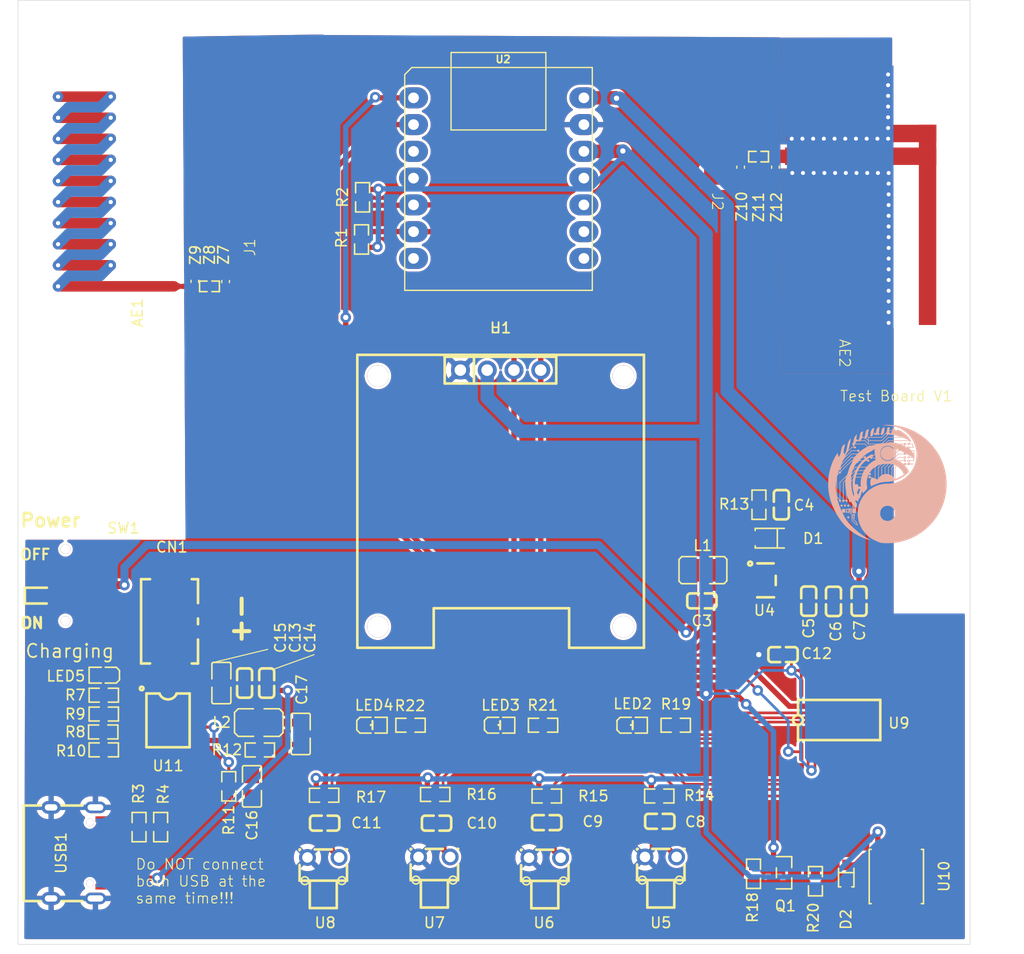
<source format=kicad_pcb>
(kicad_pcb (version 20241229) (generator "pcbnew") (generator_version "9.0")
  (title_block (title "Policy Badge DC33 Test Board"))
  (layers (0 "F.Cu" signal) (2 "B.Cu" signal) (13 "F.Paste" user) (15 "B.Paste" user) (5 "F.SilkS" user "F.Silkscreen") (7 "B.SilkS" user "B.Silkscreen") (1 "F.Mask" user) (3 "B.Mask" user) (25 "Edge.Cuts" user))
  (net 0 "")
  (net 1 "GND")
  (net 2 "/Boost Reg/5V_OUT")
  (net 3 "/Batt/VIN")
  (net 4 "/VBATT+")
  (net 5 "/VBATT+_SWITCHED")
  (net 6 "Net-(D1-A)")
  (net 7 "Net-(D2-A)")
  (net 8 "VCC_3V3")
  (net 9 "/Antennas/Feed_Point_915MHz")
  (net 10 "/Antennas/Feed_Point_2.4GHz")
  (net 11 "Net-(U11-BAT)")
  (net 12 "Net-(U11-SW)")
  (net 13 "Net-(LED2-A)")
  (net 14 "Net-(LED2-K)")
  (net 15 "Net-(LED3-A)")
  (net 16 "Net-(LED3-K)")
  (net 17 "Net-(LED4-K)")
  (net 18 "Net-(LED4-A)")
  (net 19 "/IO Expander and LED's/BUZZER")
  (net 20 "Net-(Q1-D)")
  (net 21 "/SCL")
  (net 22 "/SDA")
  (net 23 "Net-(USB1-CC2)")
  (net 24 "Net-(USB1-CC1)")
  (net 25 "/IO Expander and LED's/IO_INT")
  (net 32 "Net-(AE1-A)")
  (net 33 "Net-(AE2-A)")
  (net 34 "Net-(C4-Pad1)")
  (net 35 "Net-(U9-P03)")
  (net 36 "Net-(U9-P02)")
  (net 37 "Net-(U9-P01)")
  (net 38 "Net-(U9-P00)")
  (net 39 "Net-(LED5-A)")
  (net 59 "Net-(U11-D1)")
  (net 60 "Net-(U11-D2)")
  (net 61 "Net-(U11-TEST)")
  (net 62 "Net-(U11-NTC)")
  (net 63 "Net-(U11-ICHG)")
  (footprint "imported:C0603" (layer "F.Cu") (at 149.7 95.8 180)
    (property "Reference" "C3")
    (property "Value" "2.2uF")
  )
  (footprint "RF_Antenna:Texas_SWRA416_868MHz_915MHz" (layer "F.Cu") (at 94.4 56.95 90)
    (property "Reference" "AE1")
    (property "Value" "Antenna 915MHz")
  )
  (footprint "Antennas:Cypress 2.4GHz" (layer "F.Cu") (at 171.944 50.6184 -90)
    (property "Reference" "AE2")
    (property "Value" "Antenna 2.4GHz")
  )
  (footprint "imported:R0603" (layer "F.Cu") (at 134.974167 114.32)
    (property "Reference" "R15")
    (property "Value" "50kΩ")
  )
  (footprint "imported:TSOT-23-5_L2.9-W1.6-P0.95-LS2.8-BR" (layer "F.Cu") (at 155.74 93.85 180)
    (property "Reference" "U4")
    (property "Value" "TPS613222ADBVR")
  )
  (footprint "imported:L1008" (layer "F.Cu") (at 149.8 92.9)
    (property "Reference" "L1")
    (property "Value" "2.2uH")
  )
  (footprint "imported:R0603" (layer "F.Cu") (at 117.5 57.5 90)
    (property "Reference" "R2")
    (property "Value" "4.7KΩ")
  )
  (footprint "imported:SOD-323_L1.8-W1.3-LS2.5-RD" (layer "F.Cu") (at 163.4 122.03 -90)
    (property "Reference" "D2")
    (property "Value" "1N5819WS")
  )
  (footprint "imported:OLED-TH_L27.8-W27.2-P2.54_C9900033791" (layer "F.Cu") (at 130.6 73.89)
    (property "Reference" "U1")
    (property "Value" "HS96L03W2C03")
  )
  (footprint "imported:HDR-TH_4P-P2.54-V-M-3" (layer "F.Cu") (at 130.59 73.9)
    (property "Reference" "H1")
    (property "Value" "MH254V-11-04-1000")
  )
  (footprint "imported:R0603" (layer "F.Cu") (at 160.475 122.405 -90)
    (property "Reference" "R20")
    (property "Value" "33Ω")
  )
  (footprint "XAIO ESP32S3:MOUDLE14P-SMD-2.54-21X17.8MM-header" (layer "F.Cu") (at 121.5 66.18)
    (property "Reference" "U2")
    (property "Value" "MOUDLE-SEEEDUINO-XIAO-ESP32S3")
  )
  (footprint "imported:ESOP-8_L4.9-W3.9-P1.27-LS6.0-BL-EP" (layer "F.Cu") (at 99.0375 107.14 -90)
    (property "Reference" "U11")
    (property "Value" "IP2312-4V35")
  )
  (footprint "imported:C0603" (layer "F.Cu") (at 159.84 95.825 90)
    (property "Reference" "C5")
    (property "Value" "10uF")
  )
  (footprint "imported:C0805" (layer "F.Cu") (at 111.6275 108.43 90)
    (property "Reference" "C17")
    (property "Value" "22uF")
  )
  (footprint "imported:C0603" (layer "F.Cu") (at 157.4 100.9)
    (property "Reference" "C12")
    (property "Value" "1uF")
  )
  (footprint "Capacitor_SMD:C_0402_1005Metric" (layer "F.Cu") (at 104.505 65.495 90)
    (property "Reference" "Z7")
    (property "Value" "R")
  )
  (footprint "imported:SW-SMD_3P-L9.1-W3.5-P2.50_BDKG-3P-H2MM" (layer "F.Cu") (at 92.45 94.3 -90)
    (property "Reference" "SW1")
    (property "Value" "TA-3525-A1")
  )
  (footprint "imported:C0805" (layer "F.Cu") (at 107 113.4 90)
    (property "Reference" "C16")
    (property "Value" "22uF")
  )
  (footprint "imported:R0603" (layer "F.Cu") (at 155.115 86.675 90)
    (property "Reference" "R13")
    (property "Value" "5.1Ω")
  )
  (footprint "imported:R0603" (layer "F.Cu") (at 117.4 61.5 -90)
    (property "Reference" "R1")
    (property "Value" "4.7KΩ")
  )
  (footprint "Antennas:Solder_Wire_Feedpoint_W65mills_S13mills" (layer "F.Cu") (at 111.63 56.3916 180)
    (property "Reference" "J1")
    (property "Value" "Feed Point 915MHz")
  )
  (footprint "imported:C0603" (layer "F.Cu") (at 108.4 103.6 -90)
    (property "Reference" "C14")
    (property "Value" "10uF")
  )
  (footprint "Capacitor_SMD:C_0402_1005Metric" (layer "F.Cu") (at 153.3788 54.6404 -90)
    (property "Reference" "Z10")
    (property "Value" "R")
  )
  (footprint "imported:R0603" (layer "F.Cu") (at 134.62875 107.6)
    (property "Reference" "R21")
    (property "Value" "2KΩ")
  )
  (footprint "imported:SW-TH_HRO_K2-1109DF-EXXW-XX" (layer "F.Cu") (at 113.77 120.15)
    (property "Reference" "U8")
    (property "Value" "~")
  )
  (footprint "imported:C0603" (layer "F.Cu") (at 124.518333 116.895)
    (property "Reference" "C10")
    (property "Value" "0.1uF")
  )
  (footprint "imported:R0603" (layer "F.Cu") (at 92.9375 104.75)
    (property "Reference" "R7")
    (property "Value" "240Ω")
  )
  (footprint "imported:SOD-123FL_L2.7-W1.8-LS3.8-RD" (layer "F.Cu") (at 156.14 89.85 180)
    (property "Reference" "D1")
    (property "Value" "DSK26_C7502712")
  )
  (footprint "Antennas:Solder_Wire_Feedpoint_W65mills_S13mills" (layer "F.Cu") (at 146.0988 63.67094)
    (property "Reference" "J2")
    (property "Value" "Feed Point 2.4 GHz")
  )
  (footprint "imported:LED0603-RD_GREEN" (layer "F.Cu") (at 92.9375 102.84 180)
    (property "Reference" "LED5")
    (property "Value" "~")
  )
  (footprint "imported:R0603" (layer "F.Cu") (at 92.9375 106.54 180)
    (property "Reference" "R9")
    (property "Value" "1KΩ")
  )
  (footprint "imported:R0603" (layer "F.Cu") (at 145.655 114.32)
    (property "Reference" "R14")
    (property "Value" "50kΩ")
  )
  (footprint "Capacitor_SMD:C_0402_1005Metric" (layer "F.Cu") (at 156.6788 54.6404 -90)
    (property "Reference" "Z12")
    (property "Value" "R")
  )
  (footprint "imported:R0603" (layer "F.Cu") (at 92.8875 108.24)
    (property "Reference" "R8")
    (property "Value" "1KΩ")
  )
  (footprint "imported:R0603" (layer "F.Cu") (at 124.393333 114.17)
    (property "Reference" "R16")
    (property "Value" "50kΩ")
  )
  (footprint "imported:CONN-SMD_PH2.0-1X2PW" (layer "F.Cu") (at 101.06 97.74 90)
    (property "Reference" "CN1")
    (property "Value" "PH2.0-2P-LT")
  )
  (footprint "imported:LED0603-R-RD_WHITE" (layer "F.Cu") (at 143.1325 107.6)
    (property "Reference" "LED2")
    (property "Value" "White")
  )
  (footprint "imported:R0603" (layer "F.Cu") (at 107.7475 109.95)
    (property "Reference" "R12")
    (property "Value" "0.5Ω")
  )
  (footprint "imported:C0603" (layer "F.Cu") (at 164.615 95.825 90)
    (property "Reference" "C7")
    (property "Value" "10uF")
  )
  (footprint "imported:R0603" (layer "F.Cu") (at 122.05 107.6)
    (property "Reference" "R22")
    (property "Value" "2KΩ")
  )
  (footprint "imported:BUZ-SMD_3P_L5.0-W5.0-P3.50-TL" (layer "F.Cu") (at 168.15 121.955 -90)
    (property "Reference" "U10")
    (property "Value" "YX-SMD5020")
  )
  (footprint "imported:C0805" (layer "F.Cu") (at 104.1 103.6 -90)
    (property "Reference" "C15")
    (property "Value" "22uF")
  )
  (footprint "Capacitor_SMD:C_0402_1005Metric" (layer "F.Cu") (at 101.58 65.475 90)
    (property "Reference" "Z9")
    (property "Value" "R")
  )
  (footprint "imported:R0603" (layer "F.Cu") (at 113.85 114.245)
    (property "Reference" "R17")
    (property "Value" "50kΩ")
  )
  (footprint "imported:SW-TH_HRO_K2-1109DF-EXXW-XX" (layer "F.Cu") (at 145.8 120.1)
    (property "Reference" "U5")
    (property "Value" "~")
  )
  (footprint "imported:R0402" (layer "F.Cu") (at 102.97 65.95 180)
    (property "Reference" "Z8")
    (property "Value" "0Ω")
  )
  (footprint "imported:C0603" (layer "F.Cu") (at 162.19 95.85 90)
    (property "Reference" "C6")
    (property "Value" "10uF")
  )
  (footprint "imported:TSSOP-24_L7.8-W4.4-P0.65-LS6.4-BL" (layer "F.Cu") (at 162.7 107.1)
    (property "Reference" "U9")
    (property "Value" "TCA9555PWR")
  )
  (footprint "imported:R0603" (layer "F.Cu") (at 147.2175 107.6)
    (property "Reference" "R19")
    (property "Value" "2KΩ")
  )
  (footprint "imported:R0402" (layer "F.Cu") (at 155.0788 53.6404)
    (property "Reference" "Z11")
    (property "Value" "0Ω")
  )
  (footprint "imported:R0603" (layer "F.Cu") (at 98.335 117.27 -90)
    (property "Reference" "R4")
    (property "Value" "5.1kΩ")
  )
  (footprint "imported:R0603" (layer "F.Cu") (at 104.8 113.4 90)
    (property "Reference" "R11")
    (property "Value" "680kΩ")
  )
  (footprint "imported:LED0603-R-RD_WHITE" (layer "F.Cu") (at 130.55375 107.6)
    (property "Reference" "LED3")
    (property "Value" "White")
  )
  (footprint "imported:USB-C-SMD_TYPE-C-6PIN-2MD-073" (layer "F.Cu") (at 90.3175 119.72 -90)
    (property "Reference" "USB1")
    (property "Value" "TYPE-C 16PIN 2MD(073)")
  )
  (footprint "imported:R0603" (layer "F.Cu") (at 154.6 121.7 90)
    (property "Reference" "R18")
    (property "Value" "100KΩ")
  )
  (footprint "imported:R0603" (layer "F.Cu") (at 96.285 117.27 -90)
    (property "Reference" "R3")
    (property "Value" "5.1kΩ")
  )
  (footprint "imported:LED0603-R-RD_WHITE" (layer "F.Cu") (at 118.44 107.6)
    (property "Reference" "LED4")
    (property "Value" "White")
  )
  (footprint "imported:C0603" (layer "F.Cu") (at 106.3 103.6 -90)
    (property "Reference" "C13")
    (property "Value" "10uF")
  )
  (footprint "imported:C0603" (layer "F.Cu") (at 134.974167 116.845)
    (property "Reference" "C9")
    (property "Value" "0.1uF")
  )
  (footprint "imported:SW-TH_HRO_K2-1109DF-EXXW-XX" (layer "F.Cu") (at 124.313333 120.1)
    (property "Reference" "U7")
    (property "Value" "~")
  )
  (footprint "imported:SOT-23-3_L2.9-W1.3-P1.90-LS2.4-BR" (layer "F.Cu") (at 157.5 121.6 180)
    (property "Reference" "Q1")
    (property "Value" "2N7002")
  )
  (footprint "imported:C0603" (layer "F.Cu") (at 157.24 86.675 -90)
    (property "Reference" "C4")
    (property "Value" "470pF")
  )
  (footprint "imported:SW-TH_HRO_K2-1109DF-EXXW-XX" (layer "F.Cu") (at 134.794167 120.175)
    (property "Reference" "U6")
    (property "Value" "~")
  )
  (footprint "imported:R0603" (layer "F.Cu") (at 92.9375 109.94)
    (property "Reference" "R10")
    (property "Value" "51kΩ")
  )
  (footprint "imported:C0603" (layer "F.Cu") (at 145.705 116.72)
    (property "Reference" "C8")
    (property "Value" "0.1uF")
  )
  (footprint "imported:L2520" (layer "F.Cu") (at 107.6475 107.35)
    (property "Reference" "L2")
    (property "Value" "1uH")
  )
  (footprint "imported:C0603" (layer "F.Cu") (at 113.9 116.895)
    (property "Reference" "C11")
    (property "Value" "0.1uF")
  )
  (gr_line (start 103.35 101.64) (end 108.5 100.4) (stroke (width 0.1)) (layer "F.SilkS"))
  (gr_line (start 109.019203 102.300797) (end 112.9 100.9) (stroke (width 0.1)) (layer "F.SilkS"))
  (gr_poly (pts (xy 165.6645 83.991462) (xy 165.668387 83.991755) (xy 165.672215 83.992236) (xy 165.67598 83.992903) (xy 165.679677 83.993749) (xy 165.683301 83.994771) (xy 165.686848 83.995963) (xy 165.690314 83.997322) (xy 165.693692 83.998842) (xy 165.696979 84.000518) (xy 165.70017 84.002347) (xy 165.703261 84.004323) (xy 165.706246 84.006442) (xy 165.709122 84.008699) (xy 165.711883 84.011089) (xy 165.714524 84.013608) (xy 165.717042 84.016252) (xy 165.719431 84.019015) (xy 165.721686 84.021893) (xy 165.723804 84.024881) (xy 165.725779 84.027975) (xy 165.727607 84.031169) (xy 165.729283 84.03446) (xy 165.730802 84.037843) (xy 165.73216 84.041312) (xy 165.733352 84.044864) (xy 165.734374 84.048493) (xy 165.73522 84.052196) (xy 165.735886 84.055967) (xy 165.736368 84.059801) (xy 165.73666 84.063695) (xy 165.736759 84.067643) (xy 165.73666 84.072355) (xy 165.736368 84.076965) (xy 165.735886 84.081469) (xy 165.73522 84.085864) (xy 165.734374 84.090147) (xy 165.733352 84.094316) (xy 165.73216 84.098366) (xy 165.730802 84.102295) (xy 165.729283 84.106101) (xy 165.727607 84.109778) (xy 165.725779 84.113326) (xy 165.723804 84.11674) (xy 165.721686 84.120017) (xy 165.719431 84.123155) (xy 165.717042 84.126151) (xy 165.714524 84.129) (xy 165.711883 84.131701) (xy 165.709122 84.13425) (xy 165.706246 84.136643) (xy 165.703261 84.138879) (xy 165.70017 84.140954) (xy 165.696979 84.142864) (xy 165.693692 84.144607) (xy 165.690314 84.14618) (xy 165.686848 84.147579) (xy 165.683301 84.148801) (xy 165.679677 84.149844) (xy 165.67598 84.150705) (xy 165.672215 84.151379) (xy 165.668387 84.151865) (xy 165.6645 84.152158) (xy 165.660559 84.152257) (xy 165.65584 84.152158) (xy 165.651224 84.151864) (xy 165.646715 84.151377) (xy 165.642315 84.150701) (xy 165.638028 84.149839) (xy 165.633857 84.148795) (xy 165.629804 84.14757) (xy 165.625873 84.146168) (xy 165.622067 84.144593) (xy 165.618389 84.142848) (xy 165.614841 84.140935) (xy 165.611428 84.138858) (xy 165.608151 84.13662) (xy 165.605014 84.134224) (xy 165.60202 84.131673) (xy 165.599172 84.12897) (xy 165.596474 84.126119) (xy 165.593927 84.123122) (xy 165.591535 84.119983) (xy 165.589302 84.116704) (xy 165.58723 84.11329) (xy 165.585322 84.109743) (xy 165.583581 84.106065) (xy 165.582011 84.102261) (xy 165.580614 84.098334) (xy 165.579394 84.094286) (xy 165.578353 84.09012) (xy 165.577494 84.085841) (xy 165.576821 84.08145) (xy 165.576336 84.076951) (xy 165.576043 84.072348) (xy 165.575945 84.067643) (xy 165.576044 84.063695) (xy 165.576337 84.059801) (xy 165.576823 84.055967) (xy 165.577497 84.052196) (xy 165.578358 84.048493) (xy 165.5794 84.044864) (xy 165.580623 84.041312) (xy 165.582022 84.037843) (xy 165.583595 84.03446) (xy 165.585338 84.031169) (xy 165.587248 84.027975) (xy 165.589323 84.024881) (xy 165.591559 84.021893) (xy 165.593953 84.019015) (xy 165.596501 84.016252) (xy 165.599202 84.013609) (xy 165.602052 84.011089) (xy 165.605047 84.008699) (xy 165.608185 84.006442) (xy 165.611462 84.004323) (xy 165.614877 84.002347) (xy 165.618424 84.000518) (xy 165.622102 83.998842) (xy 165.625907 83.997322) (xy 165.629836 83.995963) (xy 165.633886 83.994771) (xy 165.638055 83.993749) (xy 165.642338 83.992903) (xy 165.646733 83.992236) (xy 165.651237 83.991755) (xy 165.655847 83.991462) (xy 165.660559 83.991364)) (stroke (width 0.039687)) (fill yes) (layer "B.SilkS"))
  (gr_poly (pts (xy 169.305828 82.736385) (xy 169.309715 82.736678) (xy 169.313543 82.737159) (xy 169.317308 82.737826) (xy 169.321005 82.738672) (xy 169.324629 82.739694) (xy 169.328176 82.740886) (xy 169.331641 82.742245) (xy 169.33502 82.743765) (xy 169.338307 82.745441) (xy 169.341498 82.74727) (xy 169.344589 82.749246) (xy 169.347574 82.751365) (xy 169.35045 82.753622) (xy 169.35321 82.756012) (xy 169.355852 82.758531) (xy 169.358369 82.761175) (xy 169.360758 82.763938) (xy 169.363014 82.766816) (xy 169.365132 82.769804) (xy 169.367107 82.772898) (xy 169.368935 82.776092) (xy 169.370611 82.779383) (xy 169.37213 82.782766) (xy 169.373488 82.786235) (xy 169.37468 82.789787) (xy 169.375702 82.793416) (xy 169.376548 82.797119) (xy 169.377214 82.80089) (xy 169.377696 82.804724) (xy 169.377988 82.808618) (xy 169.378087 82.812566) (xy 169.377988 82.817278) (xy 169.377696 82.821888) (xy 169.377214 82.826392) (xy 169.376548 82.830787) (xy 169.375702 82.83507) (xy 169.37468 82.839238) (xy 169.373488 82.843289) (xy 169.37213 82.847218) (xy 169.370611 82.851023) (xy 169.368935 82.854701) (xy 169.367107 82.858248) (xy 169.365132 82.861662) (xy 169.363014 82.86494) (xy 169.360758 82.868078) (xy 169.358369 82.871073) (xy 169.355852 82.873923) (xy 169.35321 82.876623) (xy 169.35045 82.879172) (xy 169.347574 82.881566) (xy 169.344589 82.883802) (xy 169.341498 82.885876) (xy 169.338307 82.887787) (xy 169.33502 82.88953) (xy 169.331641 82.891102) (xy 169.328176 82.892502) (xy 169.324629 82.893724) (xy 169.321005 82.894767) (xy 169.317308 82.895627) (xy 169.313543 82.896302) (xy 169.309715 82.896787) (xy 169.305828 82.897081) (xy 169.301887 82.89718) (xy 169.297168 82.897081) (xy 169.292552 82.896787) (xy 169.288043 82.8963) (xy 169.283643 82.895624) (xy 169.279356 82.894762) (xy 169.275185 82.893717) (xy 169.271132 82.892493) (xy 169.267201 82.891091) (xy 169.263395 82.889516) (xy 169.259717 82.887771) (xy 169.256169 82.885858) (xy 169.252756 82.883781) (xy 169.249479 82.881543) (xy 169.246342 82.879147) (xy 169.243348 82.876596) (xy 169.2405 82.873893) (xy 169.237802 82.871042) (xy 169.235255 82.868045) (xy 169.232864 82.864906) (xy 169.23063 82.861627) (xy 169.228558 82.858213) (xy 169.22665 82.854666) (xy 169.22491 82.850988) (xy 169.223339 82.847184) (xy 169.221942 82.843257) (xy 169.220722 82.839209) (xy 169.219681 82.835043) (xy 169.218822 82.830764) (xy 169.218149 82.826373) (xy 169.217665 82.821874) (xy 169.217372 82.817271) (xy 169.217273 82.812566) (xy 169.217372 82.808611) (xy 169.217666 82.804711) (xy 169.218151 82.800871) (xy 169.218826 82.797096) (xy 169.219686 82.79339) (xy 169.220729 82.789757) (xy 169.221951 82.786203) (xy 169.223351 82.782732) (xy 169.224923 82.779348) (xy 169.226666 82.776057) (xy 169.228577 82.772862) (xy 169.230651 82.769769) (xy 169.232887 82.766782) (xy 169.235281 82.763905) (xy 169.23783 82.761143) (xy 169.24053 82.758502) (xy 169.24338 82.755984) (xy 169.246375 82.753596) (xy 169.249513 82.751341) (xy 169.252791 82.749225) (xy 169.256205 82.747251) (xy 169.259752 82.745425) (xy 169.26343 82.743751) (xy 169.267235 82.742234) (xy 169.271164 82.740877) (xy 169.275215 82.739687) (xy 169.279383 82.738667) (xy 169.283666 82.737823) (xy 169.288061 82.737158) (xy 169.292565 82.736677) (xy 169.297175 82.736385) (xy 169.301887 82.736287)) (stroke (width 0.039687)) (fill yes) (layer "B.SilkS"))
  (gr_line (start 168.899615 81.861177) (end 168.899615 81.544391) (stroke (width 0.057149)) (layer "B.SilkS"))
  (gr_poly (pts (xy 163.30463 87.425602) (xy 162.998401 87.425602) (xy 162.998401 87.077226) (xy 163.30463 87.077226)) (stroke (width -0.000001)) (fill yes) (layer "B.SilkS"))
  (gr_line (start 165.116602 82.177963) (end 163.917087 82.177963) (stroke (width 0.057149)) (layer "B.SilkS"))
  (gr_line (start 162.803377 86.247439) (end 162.803377 84.552148) (stroke (width 0.057149)) (layer "B.SilkS"))
  (gr_poly (pts (xy 168.988328 81.773963) (xy 168.992215 81.774256) (xy 168.996043 81.774738) (xy 168.999808 81.775404) (xy 169.003505 81.77625) (xy 169.007129 81.777272) (xy 169.010676 81.778465) (xy 169.014142 81.779823) (xy 169.01752 81.781343) (xy 169.020807 81.783019) (xy 169.023999 81.784848) (xy 169.027089 81.786824) (xy 169.030074 81.788943) (xy 169.03295 81.7912) (xy 169.035711 81.79359) (xy 169.038352 81.79611) (xy 169.04087 81.798753) (xy 169.043259 81.801516) (xy 169.045514 81.804394) (xy 169.047632 81.807382) (xy 169.049607 81.810476) (xy 169.051435 81.81367) (xy 169.053111 81.816961) (xy 169.05463 81.820344) (xy 169.055988 81.823813) (xy 169.05718 81.827365) (xy 169.058202 81.830995) (xy 169.059048 81.834697) (xy 169.059715 81.838468) (xy 169.060196 81.842302) (xy 169.060489 81.846196) (xy 169.060587 81.850144) (xy 169.060489 81.854856) (xy 169.060196 81.859466) (xy 169.059715 81.86397) (xy 169.059048 81.868365) (xy 169.058202 81.872648) (xy 169.05718 81.876817) (xy 169.055988 81.880867) (xy 169.05463 81.884796) (xy 169.053111 81.888601) (xy 169.051435 81.892279) (xy 169.049607 81.895827) (xy 169.047632 81.899241) (xy 169.045514 81.902518) (xy 169.043259 81.905656) (xy 169.04087 81.908651) (xy 169.038352 81.911501) (xy 169.035711 81.914202) (xy 169.03295 81.91675) (xy 169.030074 81.919144) (xy 169.027089 81.92138) (xy 169.023999 81.923455) (xy 169.020807 81.925365) (xy 169.01752 81.927108) (xy 169.014142 81.928681) (xy 169.010676 81.93008) (xy 169.007129 81.931302) (xy 169.003505 81.932345) (xy 168.999808 81.933206) (xy 168.996043 81.93388) (xy 168.992215 81.934366) (xy 168.988328 81.934659) (xy 168.984387 81.934758) (xy 168.979668 81.934659) (xy 168.975052 81.934365) (xy 168.970543 81.933878) (xy 168.966144 81.933202) (xy 168.961857 81.93234) (xy 168.957685 81.931296) (xy 168.953633 81.930071) (xy 168.949702 81.928669) (xy 168.945895 81.927094) (xy 168.942217 81.925349) (xy 168.938669 81.923436) (xy 168.935256 81.921359) (xy 168.931979 81.919121) (xy 168.928842 81.916725) (xy 168.925848 81.914174) (xy 168.923 81.911471) (xy 168.920302 81.90862) (xy 168.917755 81.905623) (xy 168.915363 81.902484) (xy 168.91313 81.899206) (xy 168.911058 81.895791) (xy 168.90915 81.892244) (xy 168.907409 81.888567) (xy 168.905839 81.884763) (xy 168.904442 81.880835) (xy 168.903222 81.876787) (xy 168.902181 81.872622) (xy 168.901322 81.868342) (xy 168.900649 81.863951) (xy 168.900164 81.859453) (xy 168.899871 81.854849) (xy 168.899773 81.850144) (xy 168.899872 81.846189) (xy 168.900165 81.842289) (xy 168.900651 81.838449) (xy 168.901325 81.834674) (xy 168.902186 81.830968) (xy 168.903228 81.827335) (xy 168.904451 81.823781) (xy 168.90585 81.82031) (xy 168.907423 81.816927) (xy 168.909166 81.813635) (xy 168.911076 81.810441) (xy 168.913151 81.807347) (xy 168.915387 81.80436) (xy 168.917781 81.801483) (xy 168.920329 81.798722) (xy 168.92303 81.79608) (xy 168.92588 81.793563) (xy 168.928875 81.791174) (xy 168.932013 81.78892) (xy 168.93529 81.786803) (xy 168.938705 81.78483) (xy 168.942252 81.783003) (xy 168.94593 81.781329) (xy 168.949735 81.779812) (xy 168.953664 81.778456) (xy 168.957715 81.777265) (xy 168.961883 81.776246) (xy 168.966166 81.775401) (xy 168.970561 81.774736) (xy 168.975065 81.774255) (xy 168.979675 81.773963) (xy 168.984387 81.773865)) (stroke (width 0.039687)) (fill yes) (layer "B.SilkS"))
  (gr_line (start 164.239429 83.443121) (end 164.233793 83.431691) (stroke (width 0.057149)) (layer "B.SilkS"))
  (gr_line (start 163.120162 86.247439) (end 163.120162 84.552148) (stroke (width 0.057149)) (layer "B.SilkS"))
  (gr_line (start 164.137115 81.227606) (end 163.917087 81.227606) (stroke (width 0.057149)) (layer "B.SilkS"))
  (gr_line (start 164.233793 83.431691) (end 165.579835 83.431691) (stroke (width 0.057149)) (layer "B.SilkS"))
  (gr_poly (pts (xy 163.959315 87.214544) (xy 163.948678 87.214544) (xy 163.948678 87.225022) (xy 163.779768 87.225022) (xy 163.779768 87.214544) (xy 163.769212 87.214544) (xy 163.769212 87.16168) (xy 163.959315 87.16168)) (stroke (width -0.000001)) (fill yes) (layer "B.SilkS"))
  (gr_line (start 168.899615 82.494669) (end 168.899615 82.177963) (stroke (width 0.057149)) (layer "B.SilkS"))
  (gr_line (start 164.117588 87.942969) (end 164.117588 88.090924) (stroke (width 0.057149)) (layer "B.SilkS"))
  (gr_poly (pts (xy 165.50575 82.413884) (xy 165.509637 82.414177) (xy 165.513465 82.414658) (xy 165.51723 82.415325) (xy 165.520927 82.416171) (xy 165.524551 82.417193) (xy 165.528098 82.418385) (xy 165.531564 82.419744) (xy 165.534942 82.421264) (xy 165.538229 82.42294) (xy 165.54142 82.424769) (xy 165.544511 82.426745) (xy 165.547496 82.428864) (xy 165.550372 82.431121) (xy 165.553133 82.433511) (xy 165.555774 82.436031) (xy 165.558292 82.438674) (xy 165.560681 82.441437) (xy 165.562936 82.444315) (xy 165.565054 82.447303) (xy 165.567029 82.450397) (xy 165.568857 82.453591) (xy 165.570533 82.456882) (xy 165.572052 82.460265) (xy 165.57341 82.463734) (xy 165.574602 82.467286) (xy 165.575624 82.470915) (xy 165.57647 82.474618) (xy 165.577136 82.478389) (xy 165.577618 82.482223) (xy 165.577911 82.486117) (xy 165.578009 82.490065) (xy 165.577911 82.494777) (xy 165.577618 82.499387) (xy 165.577136 82.503891) (xy 165.57647 82.508286) (xy 165.575624 82.512569) (xy 165.574602 82.516738) (xy 165.57341 82.520788) (xy 165.572052 82.524717) (xy 165.570533 82.528522) (xy 165.568857 82.5322) (xy 165.567029 82.535747) (xy 165.565054 82.539162) (xy 165.562936 82.542439) (xy 165.560681 82.545577) (xy 165.558292 82.548572) (xy 165.555774 82.551422) (xy 165.553133 82.554123) (xy 165.550372 82.556671) (xy 165.547496 82.559065) (xy 165.544511 82.561301) (xy 165.54142 82.563376) (xy 165.538229 82.565286) (xy 165.534942 82.567029) (xy 165.531564 82.568602) (xy 165.528098 82.570001) (xy 165.524551 82.571223) (xy 165.520927 82.572266) (xy 165.51723 82.573127) (xy 165.513465 82.573801) (xy 165.509637 82.574287) (xy 165.50575 82.57458) (xy 165.501809 82.574679) (xy 165.49709 82.57458) (xy 165.492474 82.574286) (xy 165.487965 82.573799) (xy 165.483565 82.573123) (xy 165.479278 82.572261) (xy 165.475107 82.571217) (xy 165.471054 82.569992) (xy 165.467123 82.56859) (xy 165.463317 82.567015) (xy 165.459639 82.56527) (xy 165.456091 82.563357) (xy 165.452678 82.56128) (xy 165.449401 82.559042) (xy 165.446264 82.556646) (xy 165.44327 82.554095) (xy 165.440422 82.551392) (xy 165.437724 82.548541) (xy 165.435177 82.545544) (xy 165.432785 82.542405) (xy 165.430552 82.539127) (xy 165.42848 82.535712) (xy 165.426572 82.532165) (xy 165.424832 82.528488) (xy 165.423261 82.524684) (xy 165.421864 82.520756) (xy 165.420644 82.516708) (xy 165.419603 82.512543) (xy 165.418744 82.508263) (xy 165.418071 82.503872) (xy 165.417586 82.499374) (xy 165.417294 82.49477) (xy 165.417195 82.490065) (xy 165.417294 82.486117) (xy 165.417587 82.482223) (xy 165.418073 82.478389) (xy 165.418747 82.474618) (xy 165.419608 82.470915) (xy 165.420651 82.467286) (xy 165.421873 82.463734) (xy 165.423272 82.460265) (xy 165.424845 82.456882) (xy 165.426588 82.453591) (xy 165.428498 82.450397) (xy 165.430573 82.447303) (xy 165.432809 82.444315) (xy 165.435203 82.441437) (xy 165.437751 82.438674) (xy 165.440452 82.436031) (xy 165.443302 82.433511) (xy 165.446297 82.431121) (xy 165.449435 82.428864) (xy 165.452713 82.426745) (xy 165.456127 82.424769) (xy 165.459674 82.42294) (xy 165.463352 82.421264) (xy 165.467157 82.419744) (xy 165.471086 82.418385) (xy 165.475137 82.417193) (xy 165.479305 82.416171) (xy 165.483588 82.415325) (xy 165.487983 82.414658) (xy 165.492487 82.414177) (xy 165.497097 82.413884) (xy 165.501809 82.413786)) (stroke (width 0.039687)) (fill yes) (layer "B.SilkS"))
  (gr_line (start 168.351848 82.177963) (end 167.401411 83.12824) (stroke (width 0.057149)) (layer "B.SilkS"))
  (gr_line (start 165.184071 80.594114) (end 164.464537 80.594114) (stroke (width 0.057149)) (layer "B.SilkS"))
  (gr_poly (pts (xy 164.487238 84.74376) (xy 164.497715 84.74376) (xy 164.518909 84.764873) (xy 164.518909 84.77543) (xy 164.529465 84.77543) (xy 164.529465 85.334944) (xy 164.518909 85.34566) (xy 164.518909 85.356059) (xy 164.508352 85.356059) (xy 164.508352 85.366774) (xy 164.497715 85.377172) (xy 164.487238 85.377172) (xy 164.476602 85.387729) (xy 164.181009 85.387729) (xy 164.170373 85.377172) (xy 164.159895 85.377172) (xy 164.128225 85.34566) (xy 164.128225 84.77543) (xy 164.138782 84.764873) (xy 164.138782 84.754158) (xy 164.149338 84.754158) (xy 164.159895 84.74376) (xy 164.170373 84.74376) (xy 164.170373 84.733123) (xy 164.487238 84.733123)) (stroke (width -0.000001)) (fill yes) (layer "B.SilkS"))
  (gr_line (start 169.385787 81.544391) (end 169.82735 81.544391) (stroke (width 0.057149)) (layer "B.SilkS"))
  (gr_line (start 168.916998 79.960543) (end 169.261803 80.277329) (stroke (width 0.057149)) (layer "B.SilkS"))
  (gr_line (start 167.401411 80.277329) (end 166.76792 80.9109) (stroke (width 0.057149)) (layer "B.SilkS"))
  (gr_line (start 165.184071 80.9109) (end 165.500856 81.227606) (stroke (width 0.057149)) (layer "B.SilkS"))
  (gr_poly (pts (xy 163.462983 87.436239) (xy 163.367971 87.436239) (xy 163.367971 87.29892) (xy 163.462983 87.29892)) (stroke (width -0.000001)) (fill yes) (layer "B.SilkS"))
  (gr_poly (pts (xy 169.305828 81.466385) (xy 169.309715 81.466678) (xy 169.313543 81.467159) (xy 169.317308 81.467826) (xy 169.321005 81.468672) (xy 169.324629 81.469694) (xy 169.328176 81.470886) (xy 169.331641 81.472245) (xy 169.33502 81.473765) (xy 169.338307 81.475441) (xy 169.341498 81.47727) (xy 169.344589 81.479246) (xy 169.347574 81.481365) (xy 169.35045 81.483622) (xy 169.35321 81.486012) (xy 169.355852 81.488532) (xy 169.358369 81.491175) (xy 169.360758 81.493938) (xy 169.363014 81.496816) (xy 169.365132 81.499804) (xy 169.367107 81.502898) (xy 169.368935 81.506092) (xy 169.370611 81.509383) (xy 169.37213 81.512766) (xy 169.373488 81.516235) (xy 169.37468 81.519787) (xy 169.375702 81.523416) (xy 169.376548 81.527119) (xy 169.377214 81.53089) (xy 169.377696 81.534724) (xy 169.377988 81.538618) (xy 169.378087 81.542566) (xy 169.377988 81.547278) (xy 169.377696 81.551888) (xy 169.377214 81.556392) (xy 169.376548 81.560787) (xy 169.375702 81.56507) (xy 169.37468 81.569239) (xy 169.373488 81.573289) (xy 169.37213 81.577218) (xy 169.370611 81.581023) (xy 169.368935 81.584701) (xy 169.367107 81.588248) (xy 169.365132 81.591662) (xy 169.363014 81.59494) (xy 169.360758 81.598078) (xy 169.358369 81.601073) (xy 169.355852 81.603923) (xy 169.35321 81.606623) (xy 169.35045 81.609172) (xy 169.347574 81.611566) (xy 169.344589 81.613802) (xy 169.341498 81.615876) (xy 169.338307 81.617787) (xy 169.33502 81.61953) (xy 169.331641 81.621102) (xy 169.328176 81.622502) (xy 169.324629 81.623724) (xy 169.321005 81.624767) (xy 169.317308 81.625627) (xy 169.313543 81.626302) (xy 169.309715 81.626787) (xy 169.305828 81.627081) (xy 169.301887 81.627179) (xy 169.297168 81.627081) (xy 169.292552 81.626786) (xy 169.288043 81.6263) (xy 169.283643 81.625624) (xy 169.279356 81.624762) (xy 169.275185 81.623717) (xy 169.271132 81.622493) (xy 169.267201 81.621091) (xy 169.263395 81.619516) (xy 169.259717 81.617771) (xy 169.256169 81.615858) (xy 169.252756 81.613781) (xy 169.249479 81.611543) (xy 169.246342 81.609147) (xy 169.243348 81.606596) (xy 169.2405 81.603893) (xy 169.237802 81.601042) (xy 169.235255 81.598045) (xy 169.232864 81.594906) (xy 169.23063 81.591627) (xy 169.228558 81.588213) (xy 169.22665 81.584666) (xy 169.22491 81.580988) (xy 169.223339 81.577184) (xy 169.221942 81.573257) (xy 169.220722 81.569209) (xy 169.219681 81.565043) (xy 169.218822 81.560764) (xy 169.218149 81.556373) (xy 169.217665 81.551874) (xy 169.217372 81.547271) (xy 169.217273 81.542566) (xy 169.217372 81.538611) (xy 169.217666 81.534711) (xy 169.218151 81.530871) (xy 169.218826 81.527096) (xy 169.219686 81.52339) (xy 169.220729 81.519757) (xy 169.221951 81.516203) (xy 169.223351 81.512732) (xy 169.224923 81.509348) (xy 169.226666 81.506057) (xy 169.228577 81.502862) (xy 169.230651 81.499769) (xy 169.232887 81.496782) (xy 169.235281 81.493905) (xy 169.23783 81.491143) (xy 169.24053 81.488502) (xy 169.24338 81.485984) (xy 169.246375 81.483596) (xy 169.249513 81.481341) (xy 169.252791 81.479225) (xy 169.256205 81.477251) (xy 169.259752 81.475425) (xy 169.26343 81.473751) (xy 169.267235 81.472234) (xy 169.271164 81.470877) (xy 169.275215 81.469687) (xy 169.279383 81.468667) (xy 169.283666 81.467823) (xy 169.288061 81.467158) (xy 169.292565 81.466677) (xy 169.297175 81.466385) (xy 169.301887 81.466287)) (stroke (width 0.039687)) (fill yes) (layer "B.SilkS"))
  (gr_line (start 164.04377 87.753025) (end 163.959315 87.83732) (stroke (width 0.057149)) (layer "B.SilkS"))
  (gr_poly (pts (xy 164.865829 81.778884) (xy 164.869716 81.779177) (xy 164.873544 81.779659) (xy 164.877309 81.780325) (xy 164.881006 81.781171) (xy 164.88463 81.782193) (xy 164.888177 81.783386) (xy 164.891642 81.784744) (xy 164.895021 81.786264) (xy 164.898308 81.78794) (xy 164.901499 81.789769) (xy 164.90459 81.791745) (xy 164.907575 81.793864) (xy 164.910451 81.796121) (xy 164.913211 81.798511) (xy 164.915853 81.801031) (xy 164.91837 81.803674) (xy 164.920759 81.806437) (xy 164.923015 81.809315) (xy 164.925133 81.812303) (xy 164.927108 81.815397) (xy 164.928936 81.818591) (xy 164.930612 81.821882) (xy 164.932131 81.825265) (xy 164.933489 81.828734) (xy 164.934681 81.832286) (xy 164.935703 81.835915) (xy 164.936549 81.839618) (xy 164.937215 81.843389) (xy 164.937697 81.847223) (xy 164.937989 81.851117) (xy 164.938088 81.855065) (xy 164.937989 81.859777) (xy 164.937697 81.864387) (xy 164.937215 81.868891) (xy 164.936549 81.873286) (xy 164.935703 81.877569) (xy 164.934681 81.881738) (xy 164.933489 81.885788) (xy 164.932131 81.889717) (xy 164.930612 81.893522) (xy 164.928936 81.8972) (xy 164.927108 81.900748) (xy 164.925133 81.904162) (xy 164.923015 81.907439) (xy 164.920759 81.910577) (xy 164.91837 81.913572) (xy 164.915853 81.916422) (xy 164.913211 81.919123) (xy 164.910451 81.921671) (xy 164.907575 81.924065) (xy 164.90459 81.926301) (xy 164.901499 81.928376) (xy 164.898308 81.930286) (xy 164.895021 81.932029) (xy 164.891642 81.933602) (xy 164.888177 81.935001) (xy 164.88463 81.936223) (xy 164.881006 81.937266) (xy 164.877309 81.938127) (xy 164.873544 81.938801) (xy 164.869716 81.939287) (xy 164.865829 81.93958) (xy 164.861888 81.939679) (xy 164.857169 81.93958) (xy 164.852553 81.939286) (xy 164.848044 81.938799) (xy 164.843644 81.938123) (xy 164.839357 81.937261) (xy 164.835186 81.936217) (xy 164.831133 81.934992) (xy 164.827202 81.93359) (xy 164.823396 81.932015) (xy 164.819718 81.93027) (xy 164.81617 81.928357) (xy 164.812756 81.92628) (xy 164.80948 81.924042) (xy 164.806343 81.921646) (xy 164.803349 81.919095) (xy 164.800501 81.916392) (xy 164.797803 81.913541) (xy 164.795256 81.910544) (xy 164.792864 81.907405) (xy 164.790631 81.904127) (xy 164.788559 81.900712) (xy 164.786651 81.897165) (xy 164.78491 81.893488) (xy 164.78334 81.889684) (xy 164.781943 81.885756) (xy 164.780723 81.881708) (xy 164.779682 81.877543) (xy 164.778823 81.873263) (xy 164.77815 81.868872) (xy 164.777665 81.864374) (xy 164.777373 81.85977) (xy 164.777274 81.855065) (xy 164.777366 81.851117) (xy 164.777652 81.847223) (xy 164.778132 81.843389) (xy 164.7788 81.839618) (xy 164.779655 81.835915) (xy 164.780693 81.832286) (xy 164.781911 81.828734) (xy 164.783307 81.825265) (xy 164.784876 81.821882) (xy 164.786616 81.818591) (xy 164.788524 81.815397) (xy 164.790596 81.812303) (xy 164.79283 81.809315) (xy 164.795223 81.806437) (xy 164.797771 81.803674) (xy 164.800471 81.801031) (xy 164.803321 81.798511) (xy 164.806317 81.796121) (xy 164.809456 81.793864) (xy 164.812736 81.791745) (xy 164.816152 81.789769) (xy 164.819702 81.78794) (xy 164.823383 81.786264) (xy 164.827191 81.784744) (xy 164.831124 81.783386) (xy 164.835179 81.782193) (xy 164.839352 81.781171) (xy 164.843641 81.780325) (xy 164.848042 81.779659) (xy 164.852552 81.779177) (xy 164.857168 81.778884) (xy 164.861888 81.778786)) (stroke (width 0.039687)) (fill yes) (layer "B.SilkS"))
  (gr_line (start 168.899615 81.861177) (end 168.351848 81.861177) (stroke (width 0.057149)) (layer "B.SilkS"))
  (gr_line (start 164.170373 86.675509) (end 164.170373 86.876566) (stroke (width 0.057149)) (layer "B.SilkS"))
  (gr_line (start 163.864224 87.066589) (end 163.864224 87.182715) (stroke (width 0.057149)) (layer "B.SilkS"))
  (gr_line (start 164.233793 83.748556) (end 164.239429 83.759986) (stroke (width 0.057149)) (layer "B.SilkS"))
  (gr_line (start 164.117588 88.090924) (end 164.373811 88.340479) (stroke (width 0.057149)) (layer "B.SilkS"))
  (gr_poly (pts (xy 166.548358 79.38615) (xy 166.54365 79.478503) (xy 166.536772 79.563144) (xy 166.52763 79.640307) (xy 166.516134 79.710223) (xy 166.502188 79.773123) (xy 166.485702 79.829241) (xy 166.466582 79.878807) (xy 166.444736 79.922053) (xy 166.420071 79.959211) (xy 166.392494 79.990514) (xy 166.377585 80.004042) (xy 166.361913 80.016192) (xy 166.345467 80.026995) (xy 166.328235 80.036479) (xy 166.291366 80.051604) (xy 166.251216 80.061802) (xy 166.207691 80.067302) (xy 166.212731 79.969629) (xy 166.219157 79.880118) (xy 166.22714 79.798416) (xy 166.236852 79.724169) (xy 166.248467 79.657023) (xy 166.262155 79.596624) (xy 166.278089 79.542618) (xy 166.296442 79.494651) (xy 166.317385 79.45237) (xy 166.341091 79.41542) (xy 166.367732 79.383447) (xy 166.39748 79.356097) (xy 166.430508 79.333017) (xy 166.466987 79.313853) (xy 166.507089 79.29825) (xy 166.550988 79.285855)) (stroke (width -0.000001)) (fill yes) (layer "B.SilkS"))
  (gr_line (start 165.500856 80.9109) (end 165.184071 80.594114) (stroke (width 0.057149)) (layer "B.SilkS"))
  (gr_line (start 163.120162 84.552148) (end 163.130719 84.551831) (stroke (width 0.057149)) (layer "B.SilkS"))
  (gr_line (start 163.436948 86.247439) (end 163.120162 86.247439) (stroke (width 0.057149)) (layer "B.SilkS"))
  (gr_poly (pts (xy 164.416163 80.06895) (xy 164.39804 80.145564) (xy 164.384243 80.223783) (xy 164.373456 80.303109) (xy 164.355648 80.463101) (xy 164.345994 80.542773) (xy 164.334084 80.621568) (xy 164.318602 80.698989) (xy 164.298232 80.77454) (xy 164.285802 80.811458) (xy 164.271657 80.847724) (xy 164.255632 80.883273) (xy 164.237561 80.918045) (xy 164.217281 80.951977) (xy 164.194628 80.985007) (xy 164.169435 81.017073) (xy 164.14154 81.048113) (xy 164.110777 81.078065) (xy 164.076982 81.106867) (xy 164.03999 81.134456) (xy 163.999637 81.160772) (xy 164.024052 81.086537) (xy 164.042826 81.010266) (xy 164.057258 80.932435) (xy 164.068645 80.853517) (xy 164.08747 80.694319) (xy 164.097504 80.614988) (xy 164.109681 80.536468) (xy 164.125298 80.459234) (xy 164.145654 80.383759) (xy 164.158014 80.34683) (xy 164.172045 80.310519) (xy 164.187909 80.274885) (xy 164.205768 80.239988) (xy 164.225784 80.205886) (xy 164.248121 80.172639) (xy 164.272939 80.140307) (xy 164.300401 80.108948) (xy 164.330669 80.078622) (xy 164.363905 80.049389) (xy 164.400271 80.021307) (xy 164.43993 79.994436)) (stroke (width -0.000001)) (fill yes) (layer "B.SilkS"))
  (gr_line (start 165.500856 80.594114) (end 165.184071 80.277329) (stroke (width 0.057149)) (layer "B.SilkS"))
  (gr_line (start 164.297135 86.672255) (end 164.297135 86.891488) (stroke (width 0.057149)) (layer "B.SilkS"))
  (gr_line (start 166.95842 82.620875) (end 167.263537 82.632623) (stroke (width 0.057149)) (layer "B.SilkS"))
  (gr_poly (pts (xy 164.07544 86.971498) (xy 164.012099 86.971498) (xy 164.012099 86.792111) (xy 164.022656 86.792111) (xy 164.022656 86.781475) (xy 164.07544 86.781475)) (stroke (width -0.000001)) (fill yes) (layer "B.SilkS"))
  (gr_line (start 169.385787 82.811455) (end 169.733528 82.811455) (stroke (width 0.057149)) (layer "B.SilkS"))
  (gr_poly (pts (xy 164.55325 81.456463) (xy 164.557137 81.456756) (xy 164.560965 81.457237) (xy 164.56473 81.457904) (xy 164.568427 81.45875) (xy 164.572051 81.459772) (xy 164.575598 81.460964) (xy 164.579064 81.462323) (xy 164.582442 81.463843) (xy 164.585729 81.465519) (xy 164.588921 81.467348) (xy 164.592011 81.469324) (xy 164.594997 81.471443) (xy 164.597872 81.4737) (xy 164.600633 81.47609) (xy 164.603274 81.47861) (xy 164.605792 81.481253) (xy 164.608181 81.484016) (xy 164.610436 81.486894) (xy 164.612554 81.489882) (xy 164.614529 81.492976) (xy 164.616357 81.49617) (xy 164.618033 81.499461) (xy 164.619552 81.502844) (xy 164.62091 81.506313) (xy 164.622102 81.509865) (xy 164.623124 81.513494) (xy 164.62397 81.517197) (xy 164.624636 81.520968) (xy 164.625118 81.524802) (xy 164.62541 81.528696) (xy 164.625509 81.532644) (xy 164.62541 81.537356) (xy 164.625118 81.541966) (xy 164.624636 81.54647) (xy 164.62397 81.550865) (xy 164.623124 81.555148) (xy 164.622102 81.559317) (xy 164.62091 81.563367) (xy 164.619552 81.567296) (xy 164.618033 81.571101) (xy 164.616357 81.574779) (xy 164.614529 81.578327) (xy 164.612554 81.581741) (xy 164.610436 81.585018) (xy 164.608181 81.588156) (xy 164.605792 81.591151) (xy 164.603274 81.594001) (xy 164.600633 81.596702) (xy 164.597872 81.59925) (xy 164.594997 81.601644) (xy 164.592011 81.60388) (xy 164.588921 81.605955) (xy 164.585729 81.607865) (xy 164.582442 81.609608) (xy 164.579064 81.611181) (xy 164.575598 81.61258) (xy 164.572051 81.613802) (xy 164.568427 81.614845) (xy 164.56473 81.615706) (xy 164.560965 81.61638) (xy 164.557137 81.616866) (xy 164.55325 81.617159) (xy 164.549309 81.617258) (xy 164.54459 81.617159) (xy 164.539974 81.616865) (xy 164.535465 81.616378) (xy 164.531065 81.615702) (xy 164.526778 81.61484) (xy 164.522607 81.613796) (xy 164.518554 81.612571) (xy 164.514623 81.611169) (xy 164.510817 81.609594) (xy 164.507139 81.607849) (xy 164.503591 81.605936) (xy 164.500178 81.603859) (xy 164.496901 81.601621) (xy 164.493764 81.599225) (xy 164.49077 81.596674) (xy 164.487922 81.593971) (xy 164.485224 81.59112) (xy 164.482677 81.588123) (xy 164.480285 81.584984) (xy 164.478052 81.581706) (xy 164.47598 81.578291) (xy 164.474072 81.574744) (xy 164.472331 81.571067) (xy 164.470761 81.567263) (xy 164.469364 81.563335) (xy 164.468144 81.559287) (xy 164.467103 81.555122) (xy 164.466244 81.550842) (xy 164.465571 81.546451) (xy 164.465086 81.541953) (xy 164.464793 81.537349) (xy 164.464695 81.532644) (xy 164.464794 81.528689) (xy 164.465087 81.524789) (xy 164.465573 81.520949) (xy 164.466247 81.517174) (xy 164.467108 81.513468) (xy 164.468151 81.509835) (xy 164.469373 81.506281) (xy 164.470772 81.50281) (xy 164.472345 81.499427) (xy 164.474088 81.496135) (xy 164.475998 81.49294) (xy 164.478073 81.489847) (xy 164.480309 81.48686) (xy 164.482703 81.483983) (xy 164.485251 81.481221) (xy 164.487952 81.47858) (xy 164.490802 81.476062) (xy 164.493797 81.473674) (xy 164.496935 81.471419) (xy 164.500213 81.469303) (xy 164.503627 81.467329) (xy 164.507174 81.465503) (xy 164.510852 81.463829) (xy 164.514657 81.462312) (xy 164.518586 81.460955) (xy 164.522637 81.459765) (xy 164.526805 81.458745) (xy 164.531088 81.457901) (xy 164.535483 81.457236) (xy 164.539987 81.456755) (xy 164.544597 81.456463) (xy 164.549309 81.456365)) (stroke (width 0.039687)) (fill yes) (layer "B.SilkS"))
  (gr_poly (pts (xy 168.988328 82.418885) (xy 168.992215 82.419178) (xy 168.996043 82.419659) (xy 168.999808 82.420326) (xy 169.003505 82.421172) (xy 169.007129 82.422194) (xy 169.010676 82.423386) (xy 169.014142 82.424745) (xy 169.01752 82.426265) (xy 169.020807 82.427941) (xy 169.023999 82.42977) (xy 169.027089 82.431746) (xy 169.030074 82.433865) (xy 169.03295 82.436122) (xy 169.035711 82.438512) (xy 169.038352 82.441031) (xy 169.04087 82.443675) (xy 169.043259 82.446438) (xy 169.045514 82.449316) (xy 169.047632 82.452304) (xy 169.049607 82.455398) (xy 169.051435 82.458592) (xy 169.053111 82.461883) (xy 169.05463 82.465266) (xy 169.055988 82.468735) (xy 169.05718 82.472287) (xy 169.058202 82.475916) (xy 169.059048 82.479619) (xy 169.059715 82.48339) (xy 169.060196 82.487224) (xy 169.060489 82.491118) (xy 169.060587 82.495066) (xy 169.060489 82.499778) (xy 169.060196 82.504388) (xy 169.059715 82.508892) (xy 169.059048 82.513287) (xy 169.058202 82.51757) (xy 169.05718 82.521738) (xy 169.055988 82.525789) (xy 169.05463 82.529718) (xy 169.053111 82.533523) (xy 169.051435 82.537201) (xy 169.049607 82.540748) (xy 169.047632 82.544162) (xy 169.045514 82.54744) (xy 169.043259 82.550578) (xy 169.04087 82.553573) (xy 169.038352 82.556423) (xy 169.035711 82.559123) (xy 169.03295 82.561672) (xy 169.030074 82.564066) (xy 169.027089 82.566302) (xy 169.023999 82.568376) (xy 169.020807 82.570287) (xy 169.01752 82.57203) (xy 169.014142 82.573602) (xy 169.010676 82.575002) (xy 169.007129 82.576224) (xy 169.003505 82.577267) (xy 168.999808 82.578127) (xy 168.996043 82.578802) (xy 168.992215 82.579287) (xy 168.988328 82.579581) (xy 168.984387 82.57968) (xy 168.979668 82.579581) (xy 168.975052 82.579287) (xy 168.970543 82.5788) (xy 168.966144 82.578124) (xy 168.961857 82.577262) (xy 168.957685 82.576217) (xy 168.953633 82.574993) (xy 168.949702 82.573591) (xy 168.945895 82.572016) (xy 168.942217 82.570271) (xy 168.938669 82.568358) (xy 168.935256 82.566281) (xy 168.931979 82.564043) (xy 168.928842 82.561647) (xy 168.925848 82.559096) (xy 168.923 82.556393) (xy 168.920302 82.553542) (xy 168.917755 82.550545) (xy 168.915363 82.547406) (xy 168.91313 82.544128) (xy 168.911058 82.540713) (xy 168.90915 82.537166) (xy 168.907409 82.533488) (xy 168.905839 82.529684) (xy 168.904442 82.525757) (xy 168.903222 82.521709) (xy 168.902181 82.517543) (xy 168.901322 82.513264) (xy 168.900649 82.508873) (xy 168.900164 82.504374) (xy 168.899871 82.499771) (xy 168.899773 82.495066) (xy 168.899872 82.491111) (xy 168.900165 82.487211) (xy 168.900651 82.483371) (xy 168.901325 82.479596) (xy 168.902186 82.47589) (xy 168.903228 82.472257) (xy 168.904451 82.468703) (xy 168.90585 82.465232) (xy 168.907423 82.461848) (xy 168.909166 82.458557) (xy 168.911076 82.455362) (xy 168.913151 82.452269) (xy 168.915387 82.449282) (xy 168.917781 82.446405) (xy 168.920329 82.443643) (xy 168.92303 82.441002) (xy 168.92588 82.438484) (xy 168.928875 82.436096) (xy 168.932013 82.433841) (xy 168.93529 82.431725) (xy 168.938705 82.429751) (xy 168.942252 82.427925) (xy 168.94593 82.426251) (xy 168.949735 82.424734) (xy 168.953664 82.423377) (xy 168.957715 82.422187) (xy 168.961883 82.421167) (xy 168.966166 82.420323) (xy 168.970561 82.419658) (xy 168.975065 82.419177) (xy 168.979675 82.418885) (xy 168.984387 82.418787)) (stroke (width 0.039687)) (fill yes) (layer "B.SilkS"))
  (gr_line (start 162.859654 82.601746) (end 162.867829 82.276864) (stroke (width 0.057149)) (layer "B.SilkS"))
  (gr_line (start 163.536881 87.372818) (end 163.526404 87.36242) (stroke (width 0.057149)) (layer "B.SilkS"))
  (gr_line (start 164.328885 85.95788) (end 164.596061 85.95788) (stroke (width 0.228599)) (layer "B.SilkS"))
  (gr_line (start 164.04377 86.673921) (end 164.04377 87.309397) (stroke (width 0.057149)) (layer "B.SilkS"))
  (gr_line (start 162.803377 86.247439) (end 162.491512 85.903269) (stroke (width 0.057149)) (layer "B.SilkS"))
  (gr_poly (pts (xy 164.170373 87.911457) (xy 164.181009 87.911457) (xy 164.181009 87.985276) (xy 164.170373 87.985276) (xy 164.170373 87.995753) (xy 164.07544 87.995753) (xy 164.07544 87.985276) (xy 164.064884 87.985276) (xy 164.064884 87.911457) (xy 164.07544 87.911457) (xy 164.07544 87.900742) (xy 164.170373 87.900742)) (stroke (width -0.000001)) (fill yes) (layer "B.SilkS"))
  (gr_line (start 162.491653 83.913042) (end 162.491512 85.903269) (stroke (width 0.057149)) (layer "B.SilkS"))
  (gr_line (start 169.385787 81.861177) (end 169.801235 81.861177) (stroke (width 0.057149)) (layer "B.SilkS"))
  (gr_line (start 163.917087 81.544391) (end 162.859654 82.601746) (stroke (width 0.057149)) (layer "B.SilkS"))
  (gr_line (start 168.034904 83.12824) (end 168.034904 84.326961) (stroke (width 0.057149)) (layer "B.SilkS"))
  (gr_line (start 167.084545 80.9109) (end 165.500856 80.9109) (stroke (width 0.057149)) (layer "B.SilkS"))
  (gr_line (start 164.137115 81.227606) (end 164.147037 80.9109) (stroke (width 0.057149)) (layer "B.SilkS"))
  (gr_line (start 163.864224 87.436239) (end 163.600222 87.436239) (stroke (width 0.057149)) (layer "B.SilkS"))
  (gr_line (start 166.95842 82.620875) (end 166.451134 83.128161) (stroke (width 0.057149)) (layer "B.SilkS"))
  (gr_poly (pts (xy 162.799618 83.217563) (xy 162.803505 83.217864) (xy 162.807333 83.218356) (xy 162.811098 83.219036) (xy 162.814795 83.219902) (xy 162.81842 83.22095) (xy 162.821967 83.222177) (xy 162.825432 83.223581) (xy 162.82881 83.225157) (xy 162.832097 83.226904) (xy 162.835289 83.228818) (xy 162.838379 83.230896) (xy 162.841365 83.233134) (xy 162.84424 83.23553) (xy 162.847001 83.238081) (xy 162.849642 83.240784) (xy 162.85216 83.243635) (xy 162.854549 83.246632) (xy 162.856805 83.249772) (xy 162.858922 83.25305) (xy 162.860897 83.256465) (xy 162.862725 83.260013) (xy 162.864401 83.263692) (xy 162.86592 83.267497) (xy 162.867278 83.271427) (xy 162.868471 83.275478) (xy 162.869492 83.279646) (xy 162.870338 83.28393) (xy 162.871005 83.288325) (xy 162.871486 83.292829) (xy 162.871779 83.297439) (xy 162.871877 83.302151) (xy 162.871779 83.306092) (xy 162.871486 83.309979) (xy 162.871005 83.313807) (xy 162.870338 83.317572) (xy 162.869492 83.321269) (xy 162.868471 83.324893) (xy 162.867278 83.32844) (xy 162.86592 83.331905) (xy 162.864401 83.335284) (xy 162.862725 83.338571) (xy 162.860897 83.341762) (xy 162.858922 83.344853) (xy 162.856805 83.347838) (xy 162.854549 83.350714) (xy 162.85216 83.353474) (xy 162.849642 83.356116) (xy 162.847001 83.358633) (xy 162.84424 83.361022) (xy 162.841365 83.363278) (xy 162.838379 83.365396) (xy 162.835289 83.367371) (xy 162.832097 83.369199) (xy 162.82881 83.370875) (xy 162.825432 83.372394) (xy 162.821967 83.373752) (xy 162.81842 83.374944) (xy 162.814795 83.375965) (xy 162.811098 83.376812) (xy 162.807333 83.377478) (xy 162.803505 83.37796) (xy 162.799618 83.378252) (xy 162.795677 83.378351) (xy 162.790965 83.378252) (xy 162.786355 83.37796) (xy 162.78185 83.377478) (xy 162.777453 83.376812) (xy 162.773168 83.375965) (xy 162.768997 83.374944) (xy 162.764945 83.373752) (xy 162.761013 83.372394) (xy 162.757205 83.370875) (xy 162.753524 83.369199) (xy 162.749973 83.367371) (xy 162.746556 83.365396) (xy 162.743275 83.363278) (xy 162.740133 83.361022) (xy 162.737134 83.358633) (xy 162.734281 83.356116) (xy 162.731576 83.353474) (xy 162.729024 83.350714) (xy 162.726626 83.347838) (xy 162.724387 83.344853) (xy 162.722309 83.341762) (xy 162.720395 83.338571) (xy 162.718649 83.335284) (xy 162.717074 83.331905) (xy 162.715672 83.32844) (xy 162.714447 83.324893) (xy 162.713402 83.321269) (xy 162.71254 83.317572) (xy 162.711864 83.313807) (xy 162.711377 83.309979) (xy 162.711083 83.306092) (xy 162.710984 83.302151) (xy 162.711083 83.297438) (xy 162.711377 83.292828) (xy 162.711864 83.288323) (xy 162.71254 83.283927) (xy 162.713402 83.279641) (xy 162.714447 83.275471) (xy 162.715672 83.271418) (xy 162.717074 83.267486) (xy 162.718649 83.263678) (xy 162.720395 83.259997) (xy 162.722309 83.256447) (xy 162.724387 83.253029) (xy 162.726626 83.249748) (xy 162.729024 83.246607) (xy 162.731576 83.243608) (xy 162.734281 83.240754) (xy 162.737134 83.23805) (xy 162.740133 83.235497) (xy 162.743275 83.2331) (xy 162.746556 83.230861) (xy 162.749973 83.228783) (xy 162.753524 83.226869) (xy 162.757205 83.225123) (xy 162.761013 83.223547) (xy 162.764945 83.222145) (xy 162.768997 83.22092) (xy 162.773168 83.219875) (xy 162.777453 83.219013) (xy 162.78185 83.218337) (xy 162.786355 83.217851) (xy 162.790965 83.217556) (xy 162.795677 83.217458)) (stroke (width 0.039687)) (fill yes) (layer "B.SilkS"))
  (gr_poly (pts (xy 162.799618 82.897596) (xy 162.803505 82.89789) (xy 162.807333 82.898377) (xy 162.811098 82.899053) (xy 162.814795 82.899915) (xy 162.81842 82.90096) (xy 162.821967 82.902185) (xy 162.825432 82.903587) (xy 162.82881 82.905162) (xy 162.832097 82.906908) (xy 162.835289 82.908822) (xy 162.838379 82.9109) (xy 162.841365 82.913139) (xy 162.84424 82.915537) (xy 162.847001 82.918089) (xy 162.849642 82.920794) (xy 162.85216 82.923647) (xy 162.854549 82.926646) (xy 162.856805 82.929787) (xy 162.858922 82.933069) (xy 162.860897 82.936486) (xy 162.862725 82.940037) (xy 162.864401 82.943718) (xy 162.86592 82.947526) (xy 162.867278 82.951458) (xy 162.868471 82.95551) (xy 162.869492 82.959681) (xy 162.870338 82.963966) (xy 162.871005 82.968363) (xy 162.871486 82.972868) (xy 162.871779 82.977478) (xy 162.871877 82.98219) (xy 162.871779 82.986131) (xy 162.871486 82.990018) (xy 162.871005 82.993846) (xy 162.870338 82.997611) (xy 162.869492 83.001308) (xy 162.868471 83.004933) (xy 162.867278 83.00848) (xy 162.86592 83.011945) (xy 162.864401 83.015323) (xy 162.862725 83.018611) (xy 162.860897 83.021802) (xy 162.858922 83.024892) (xy 162.856805 83.027878) (xy 162.854549 83.030753) (xy 162.85216 83.033514) (xy 162.849642 83.036156) (xy 162.847001 83.038673) (xy 162.84424 83.041062) (xy 162.841365 83.043318) (xy 162.838379 83.045435) (xy 162.835289 83.047411) (xy 162.832097 83.049238) (xy 162.82881 83.050914) (xy 162.825432 83.052434) (xy 162.821967 83.053792) (xy 162.81842 83.054984) (xy 162.814795 83.056005) (xy 162.811098 83.056851) (xy 162.807333 83.057518) (xy 162.803505 83.057999) (xy 162.799618 83.058292) (xy 162.795677 83.05839) (xy 162.790965 83.058292) (xy 162.786355 83.057999) (xy 162.78185 83.057518) (xy 162.777453 83.056851) (xy 162.773168 83.056005) (xy 162.768997 83.054984) (xy 162.764945 83.053792) (xy 162.761013 83.052434) (xy 162.757205 83.050914) (xy 162.753524 83.049238) (xy 162.749973 83.047411) (xy 162.746556 83.045435) (xy 162.743275 83.043318) (xy 162.740133 83.041062) (xy 162.737134 83.038673) (xy 162.734281 83.036156) (xy 162.731576 83.033514) (xy 162.729024 83.030753) (xy 162.726626 83.027878) (xy 162.724387 83.024892) (xy 162.722309 83.021802) (xy 162.720395 83.018611) (xy 162.718649 83.015323) (xy 162.717074 83.011945) (xy 162.715672 83.00848) (xy 162.714447 83.004933) (xy 162.713402 83.001308) (xy 162.71254 82.997611) (xy 162.711864 82.993846) (xy 162.711377 82.990018) (xy 162.711083 82.986131) (xy 162.710984 82.98219) (xy 162.711083 82.977478) (xy 162.711377 82.972868) (xy 162.711864 82.968363) (xy 162.71254 82.963966) (xy 162.713402 82.959681) (xy 162.714447 82.95551) (xy 162.715672 82.951458) (xy 162.717074 82.947526) (xy 162.718649 82.943718) (xy 162.720395 82.940037) (xy 162.722309 82.936486) (xy 162.724387 82.933069) (xy 162.726626 82.929788) (xy 162.729024 82.926646) (xy 162.731576 82.923647) (xy 162.734281 82.920794) (xy 162.737134 82.918089) (xy 162.740133 82.915537) (xy 162.743275 82.913139) (xy 162.746556 82.9109) (xy 162.749973 82.908822) (xy 162.753524 82.906908) (xy 162.757205 82.905162) (xy 162.761013 82.903587) (xy 162.764945 82.902185) (xy 162.768997 82.90096) (xy 162.773168 82.899915) (xy 162.777453 82.899053) (xy 162.78185 82.898377) (xy 162.786355 82.89789) (xy 162.790965 82.897596) (xy 162.795677 82.897497)) (stroke (width 0.039687)) (fill yes) (layer "B.SilkS"))
  (gr_poly (pts (xy 167.61026 79.10494) (xy 167.895011 79.126982) (xy 168.175619 79.163034) (xy 168.451733 79.21274) (xy 168.723 79.275747) (xy 168.989068 79.3517) (xy 169.249586 79.440244) (xy 169.504202 79.541025) (xy 169.752562 79.653689) (xy 169.994316 79.777882) (xy 170.22911 79.913249) (xy 170.456594 80.059436) (xy 170.676415 80.216088) (xy 170.888222 80.382851) (xy 171.091661 80.559371) (xy 171.286381 80.745294) (xy 171.47203 80.940264) (xy 171.648256 81.143928) (xy 171.814706 81.355932) (xy 171.97103 81.575921) (xy 172.116874 81.80354) (xy 172.251887 82.038435) (xy 172.375717 82.280253) (xy 172.488011 82.528638) (xy 172.588418 82.783236) (xy 172.676586 83.043693) (xy 172.752162 83.309654) (xy 172.814794 83.580766) (xy 172.864131 83.856674) (xy 172.89982 84.137023) (xy 172.92151 84.421459) (xy 172.928848 84.709628) (xy 172.9216 84.99925) (xy 172.9 85.285) (xy 172.864394 85.566528) (xy 172.81513 85.843487) (xy 172.752557 86.115529) (xy 172.677021 86.382305) (xy 172.58887 86.643466) (xy 172.488452 86.898666) (xy 172.376114 87.147554) (xy 172.252205 87.389783) (xy 172.117071 87.625005) (xy 171.97106 87.852871) (xy 171.81452 88.073034) (xy 171.647798 88.285144) (xy 171.471242 88.488853) (xy 171.2852 88.683814) (xy 171.09002 88.869678) (xy 170.886048 89.046096) (xy 170.673632 89.21272) (xy 170.453121 89.369203) (xy 170.224862 89.515195) (xy 169.989201 89.650349) (xy 169.746488 89.774315) (xy 169.497069 89.886747) (xy 169.241292 89.987295) (xy 168.979505 90.075611) (xy 168.712056 90.151348) (xy 168.439291 90.214156) (xy 168.161559 90.263687) (xy 167.879207 90.299594) (xy 167.592583 90.321527) (xy 167.302034 90.329138) (xy 167.229076 90.328739) (xy 167.156351 90.327369) (xy 167.083865 90.325041) (xy 167.011621 90.321768) (xy 166.939622 90.31756) (xy 166.867873 90.31243) (xy 166.796377 90.306391) (xy 166.725137 90.299454) (xy 166.724842 90.299328) (xy 166.724552 90.299192) (xy 166.724266 90.299047) (xy 166.723983 90.298894) (xy 166.722865 90.298253) (xy 166.722304 90.297941) (xy 166.72202 90.297795) (xy 166.721733 90.297657) (xy 166.721441 90.297529) (xy 166.721145 90.297415) (xy 166.720842 90.297315) (xy 166.720533 90.297231) (xy 166.664689 90.283758) (xy 166.612413 90.269757) (xy 166.562457 90.254759) (xy 166.513573 90.238294) (xy 166.464514 90.219896) (xy 166.414033 90.199093) (xy 166.360882 90.175419) (xy 166.303814 90.148403) (xy 166.303304 90.148172) (xy 166.302785 90.147954) (xy 166.302259 90.147749) (xy 166.301726 90.147555) (xy 166.300644 90.147195) (xy 166.299548 90.146864) (xy 166.29734 90.146248) (xy 166.296244 90.145942) (xy 166.295162 90.145624) (xy 166.296455 90.14562) (xy 166.29768 90.145605) (xy 166.298829 90.145581) (xy 166.299896 90.145545) (xy 166.300875 90.145499) (xy 166.301758 90.14544) (xy 166.302538 90.14537) (xy 166.303209 90.145287) (xy 166.303764 90.145191) (xy 166.303995 90.145139) (xy 166.304195 90.145082) (xy 166.304363 90.145022) (xy 166.304497 90.144959) (xy 166.304597 90.144892) (xy 166.304661 90.144821) (xy 166.30469 90.144747) (xy 166.304691 90.144708) (xy 166.304682 90.144668) (xy 166.304637 90.144586) (xy 166.304553 90.1445) (xy 166.304429 90.14441) (xy 166.304266 90.144316) (xy 166.304061 90.144218) (xy 166.303814 90.144116) (xy 166.183529 90.094185) (xy 166.066669 90.03956) (xy 165.953314 89.980386) (xy 165.843543 89.916805) (xy 165.737434 89.848962) (xy 165.635067 89.777003) (xy 165.536521 89.701069) (xy 165.441875 89.621307) (xy 165.264597 89.450871) (xy 165.103867 89.266849) (xy 164.960315 89.070393) (xy 164.834573 88.862657) (xy 164.727274 88.644794) (xy 164.63905 88.417958) (xy 164.570532 88.183301) (xy 164.522353 87.941978) (xy 164.506088 87.819176) (xy 164.495144 87.695141) (xy 164.489601 87.570015) (xy 164.489562 87.494103) (xy 166.624469 87.494103) (xy 166.627168 87.560989) (xy 166.635265 87.627351) (xy 166.648761 87.692667) (xy 166.667655 87.756413) (xy 166.691947 87.818066) (xy 166.721638 87.877103) (xy 166.756727 87.933001) (xy 166.797214 87.985236) (xy 166.843099 88.033286) (xy 166.894383 88.076626) (xy 166.951065 88.114734) (xy 167.013145 88.147087) (xy 167.080623 88.173161) (xy 167.1535 88.192433) (xy 167.231775 88.20438) (xy 167.315448 88.208478) (xy 167.399122 88.20438) (xy 167.477397 88.192433) (xy 167.550273 88.173161) (xy 167.617752 88.147087) (xy 167.679832 88.114734) (xy 167.736514 88.076626) (xy 167.787797 88.033286) (xy 167.833683 87.985236) (xy 167.87417 87.933001) (xy 167.909259 87.877103) (xy 167.938949 87.818066) (xy 167.963241 87.756413) (xy 167.982135 87.692667) (xy 167.995631 87.627351) (xy 168.003728 87.560989) (xy 168.006428 87.494103) (xy 168.003728 87.427218) (xy 167.995631 87.360856) (xy 167.982135 87.29554) (xy 167.963241 87.231794) (xy 167.938949 87.17014) (xy 167.909259 87.111103) (xy 167.87417 87.055206) (xy 167.833683 87.00297) (xy 167.787797 86.954921) (xy 167.736514 86.911581) (xy 167.679832 86.873472) (xy 167.617752 86.84112) (xy 167.550273 86.815046) (xy 167.477397 86.795774) (xy 167.399122 86.783827) (xy 167.315448 86.779728) (xy 167.231775 86.783827) (xy 167.1535 86.795774) (xy 167.080623 86.815046) (xy 167.013145 86.84112) (xy 166.951065 86.873472) (xy 166.894383 86.911581) (xy 166.843099 86.954921) (xy 166.797214 87.00297) (xy 166.756727 87.055206) (xy 166.721638 87.111103) (xy 166.691947 87.17014) (xy 166.667655 87.231794) (xy 166.648761 87.29554) (xy 166.635265 87.360856) (xy 166.627168 87.427218) (xy 166.624469 87.494103) (xy 164.489562 87.494103) (xy 164.489537 87.443943) (xy 164.495032 87.31707) (xy 164.506164 87.189539) (xy 164.523014 87.061494) (xy 164.545658 86.933081) (xy 164.572169 86.813808) (xy 164.603778 86.696586) (xy 164.640352 86.581523) (xy 164.681756 86.468731) (xy 164.727857 86.358317) (xy 164.77852 86.250394) (xy 164.833611 86.14507) (xy 164.892997 86.042456) (xy 164.956542 85.942662) (xy 165.024114 85.845797) (xy 165.170799 85.661295) (xy 165.331979 85.489832) (xy 165.506582 85.332285) (xy 165.693534 85.189537) (xy 165.891764 85.062465) (xy 166.100199 84.951949) (xy 166.207908 84.903175) (xy 166.317765 84.858871) (xy 166.429638 84.819145) (xy 166.543392 84.784108) (xy 166.658892 84.75387) (xy 166.776005 84.728541) (xy 166.894596 84.708231) (xy 167.014532 84.69305) (xy 167.135679 84.683107) (xy 167.257901 84.678513) (xy 167.330178 84.676821) (xy 167.402581 84.673938) (xy 167.475012 84.669758) (xy 167.547372 84.664176) (xy 167.619566 84.657087) (xy 167.691494 84.648387) (xy 167.763059 84.637969) (xy 167.834164 84.625729) (xy 167.97344 84.596025) (xy 168.109559 84.559506) (xy 168.242379 84.516389) (xy 168.371755 84.466889) (xy 168.497544 84.411224) (xy 168.619602 84.34961) (xy 168.737786 84.282265) (xy 168.851953 84.209404) (xy 168.961957 84.131245) (xy 169.067657 84.048004) (xy 169.168909 83.959898) (xy 169.265568 83.867143) (xy 169.357492 83.769957) (xy 169.444536 83.668556) (xy 169.526558 83.563156) (xy 169.603413 83.453975) (xy 169.674959 83.341229) (xy 169.741051 83.225135) (xy 169.801546 83.105909) (xy 169.8563 82.983769) (xy 169.90517 82.85893) (xy 169.948012 82.73161) (xy 169.984684 82.602025) (xy 170.01504 82.470393) (xy 170.038937 82.336929) (xy 170.056233 82.20185) (xy 170.066783 82.065374) (xy 170.070444 81.927716) (xy 170.067073 81.789094) (xy 170.056525 81.649724) (xy 170.038657 81.509823) (xy 170.013326 81.369608) (xy 169.985839 81.250219) (xy 169.953453 81.133102) (xy 169.916289 81.018354) (xy 169.874471 80.906076) (xy 169.828121 80.796367) (xy 169.777361 80.689326) (xy 169.722315 80.585051) (xy 169.663104 80.483643) (xy 169.599852 80.3852) (xy 169.532682 80.289821) (xy 169.461715 80.197606) (xy 169.387074 80.108654) (xy 169.227262 79.940934) (xy 169.054227 79.787456) (xy 168.868951 79.649012) (xy 168.672413 79.526396) (xy 168.570227 79.471271) (xy 168.465595 79.420401) (xy 168.358637 79.373884) (xy 168.249478 79.33182) (xy 168.138239 79.294308) (xy 168.025043 79.261447) (xy 167.910012 79.233336) (xy 167.793271 79.210075) (xy 167.67494 79.191762) (xy 167.555142 79.178497) (xy 167.434001 79.170379) (xy 167.311639 79.167507) (xy 167.266756 79.160408) (xy 167.228328 79.154794) (xy 167.194862 79.150439) (xy 167.164864 79.147118) (xy 167.136842 79.144604) (xy 167.109303 79.142672) (xy 167.049701 79.139647) (xy 167.01072 79.137567) (xy 166.971755 79.134974) (xy 166.893809 79.129407) (xy 166.86182 79.127165) (xy 166.829832 79.124804) (xy 166.828036 79.124203) (xy 166.826222 79.123642) (xy 166.82256 79.122591) (xy 166.818883 79.121555) (xy 166.81705 79.121013) (xy 166.815228 79.120438) (xy 166.940757 79.110588) (xy 167.066985 79.103253) (xy 167.130376 79.100617) (xy 167.193958 79.098717) (xy 167.257737 79.097586) (xy 167.321719 79.09726)) (stroke (width -0.000001)) (fill yes) (layer "B.SilkS"))
  (gr_line (start 168.351848 81.227606) (end 167.932192 81.647262) (stroke (width 0.057149)) (layer "B.SilkS"))
  (gr_line (start 168.899615 80.9109) (end 168.351848 80.9109) (stroke (width 0.057149)) (layer "B.SilkS"))
  (gr_line (start 167.084626 83.12824) (end 167.084626 84.447215) (stroke (width 0.057149)) (layer "B.SilkS"))
  (gr_line (start 163.526404 87.140487) (end 163.410278 87.140487) (stroke (width 0.057149)) (layer "B.SilkS"))
  (gr_poly (pts (xy 163.600353 86.68029) (xy 163.60424 86.680584) (xy 163.608068 86.681069) (xy 163.611833 86.681744) (xy 163.61553 86.682604) (xy 163.619155 86.683647) (xy 163.622702 86.68487) (xy 163.626167 86.686269) (xy 163.629545 86.687842) (xy 163.632833 86.689585) (xy 163.636024 86.691495) (xy 163.639114 86.69357) (xy 163.6421 86.695805) (xy 163.644975 86.698199) (xy 163.647736 86.700748) (xy 163.650377 86.703449) (xy 163.652895 86.706298) (xy 163.655284 86.709293) (xy 163.65754 86.712431) (xy 163.659657 86.715709) (xy 163.661632 86.719123) (xy 163.66346 86.72267) (xy 163.665136 86.726348) (xy 163.666656 86.730153) (xy 163.668014 86.734083) (xy 163.669206 86.738133) (xy 163.670227 86.742301) (xy 163.671073 86.746585) (xy 163.67174 86.75098) (xy 163.672221 86.755484) (xy 163.672514 86.760093) (xy 163.672612 86.764806) (xy 163.672514 86.768746) (xy 163.672221 86.772633) (xy 163.67174 86.776462) (xy 163.671073 86.780226) (xy 163.670227 86.783923) (xy 163.669206 86.787548) (xy 163.668014 86.791095) (xy 163.666656 86.79456) (xy 163.665136 86.797938) (xy 163.66346 86.801226) (xy 163.661632 86.804417) (xy 163.659657 86.807507) (xy 163.65754 86.810493) (xy 163.655284 86.813368) (xy 163.652895 86.816129) (xy 163.650377 86.818771) (xy 163.647736 86.821288) (xy 163.644975 86.823677) (xy 163.6421 86.825933) (xy 163.639114 86.82805) (xy 163.636024 86.830026) (xy 163.632833 86.831853) (xy 163.629545 86.833529) (xy 163.626167 86.835049) (xy 163.622702 86.836407) (xy 163.619155 86.837599) (xy 163.61553 86.83862) (xy 163.611833 86.839467) (xy 163.608068 86.840133) (xy 163.60424 86.840615) (xy 163.600353 86.840907) (xy 163.596412 86.841006) (xy 163.5917 86.840907) (xy 163.58709 86.840615) (xy 163.582585 86.840133) (xy 163.578188 86.839467) (xy 163.573903 86.83862) (xy 163.569733 86.837599) (xy 163.56568 86.836407) (xy 163.561748 86.835049) (xy 163.55794 86.833529) (xy 163.554259 86.831853) (xy 163.550708 86.830026) (xy 163.547291 86.82805) (xy 163.54401 86.825933) (xy 163.540868 86.823677) (xy 163.537869 86.821288) (xy 163.535016 86.818771) (xy 163.532311 86.816129) (xy 163.529759 86.813368) (xy 163.527361 86.810493) (xy 163.525122 86.807507) (xy 163.523044 86.804417) (xy 163.521131 86.801226) (xy 163.519384 86.797938) (xy 163.517809 86.79456) (xy 163.516407 86.791095) (xy 163.515182 86.787548) (xy 163.514137 86.783923) (xy 163.513275 86.780226) (xy 163.512599 86.776462) (xy 163.512112 86.772633) (xy 163.511818 86.768746) (xy 163.511719 86.764806) (xy 163.511818 86.760086) (xy 163.512112 86.755471) (xy 163.512599 86.750962) (xy 163.513275 86.746562) (xy 163.514137 86.742275) (xy 163.515182 86.738104) (xy 163.516407 86.734051) (xy 163.517809 86.73012) (xy 163.519384 86.726314) (xy 163.521131 86.722635) (xy 163.523044 86.719088) (xy 163.525122 86.715674) (xy 163.527361 86.712397) (xy 163.529759 86.70926) (xy 163.532311 86.706267) (xy 163.535016 86.703419) (xy 163.537869 86.70072) (xy 163.540868 86.698173) (xy 163.54401 86.695782) (xy 163.547291 86.693548) (xy 163.550708 86.691476) (xy 163.554259 86.689568) (xy 163.55794 86.687828) (xy 163.561748 86.686258) (xy 163.56568 86.684861) (xy 163.569733 86.68364) (xy 163.573903 86.682599) (xy 163.578188 86.68174) (xy 163.582585 86.681067) (xy 163.58709 86.680583) (xy 163.5917 86.68029) (xy 163.596412 86.680191)) (stroke (width 0.039687)) (fill yes) (layer "B.SilkS"))
  (gr_line (start 167.401411 80.594114) (end 169.45897 80.594114) (stroke (width 0.057149)) (layer "B.SilkS"))
  (gr_line (start 164.297135 86.672255) (end 163.753734 86.247439) (stroke (width 0.057149)) (layer "B.SilkS"))
  (gr_line (start 167.401411 83.12824) (end 167.401411 84.383953) (stroke (width 0.057149)) (layer "B.SilkS"))
  (gr_line (start 168.351848 80.9109) (end 167.860675 81.402151) (stroke (width 0.057149)) (layer "B.SilkS"))
  (gr_poly (pts (xy 167.357912 81.132269) (xy 167.391672 81.134836) (xy 167.424941 81.139063) (xy 167.457677 81.144909) (xy 167.489839 81.152332) (xy 167.521385 81.16129) (xy 167.552272 81.171741) (xy 167.58246 81.183644) (xy 167.611907 81.196957) (xy 167.64057 81.211637) (xy 167.668409 81.227644) (xy 167.69538 81.244935) (xy 167.721443 81.263469) (xy 167.746556 81.283204) (xy 167.770677 81.304098) (xy 167.793764 81.326109) (xy 167.815775 81.349196) (xy 167.836669 81.373317) (xy 167.856404 81.398429) (xy 167.874938 81.424492) (xy 167.892229 81.451464) (xy 167.908236 81.479302) (xy 167.922916 81.507966) (xy 167.936229 81.537412) (xy 167.948131 81.5676) (xy 167.958583 81.598488) (xy 167.967541 81.630034) (xy 167.974964 81.662196) (xy 167.98081 81.694932) (xy 167.985037 81.728201) (xy 167.987604 81.76196) (xy 167.988469 81.796169) (xy 167.987604 81.830378) (xy 167.985037 81.864138) (xy 167.98081 81.897406) (xy 167.974964 81.930143) (xy 167.967541 81.962304) (xy 167.958583 81.99385) (xy 167.948131 82.024738) (xy 167.936229 82.054926) (xy 167.922916 82.084373) (xy 167.908236 82.113036) (xy 167.892229 82.140874) (xy 167.874938 82.167846) (xy 167.856404 82.193909) (xy 167.836669 82.219022) (xy 167.815775 82.243143) (xy 167.793764 82.266229) (xy 167.770677 82.288241) (xy 167.746556 82.309135) (xy 167.721443 82.328869) (xy 167.69538 82.347403) (xy 167.668409 82.364694) (xy 167.64057 82.380701) (xy 167.611907 82.395382) (xy 167.58246 82.408694) (xy 167.552272 82.420597) (xy 167.521385 82.431048) (xy 167.489839 82.440006) (xy 167.457677 82.447429) (xy 167.424941 82.453275) (xy 167.391672 82.457503) (xy 167.357912 82.46007) (xy 167.323704 82.460935) (xy 167.289495 82.46007) (xy 167.255735 82.457503) (xy 167.222466 82.453275) (xy 167.18973 82.447429) (xy 167.157568 82.440006) (xy 167.126023 82.431048) (xy 167.095135 82.420597) (xy 167.064947 82.408694) (xy 167.0355 82.395382) (xy 167.006837 82.380701) (xy 166.978999 82.364694) (xy 166.952027 82.347403) (xy 166.925964 82.328869) (xy 166.900851 82.309135) (xy 166.87673 82.288241) (xy 166.853644 82.266229) (xy 166.831632 82.243143) (xy 166.810738 82.219022) (xy 166.791004 82.193909) (xy 166.77247 82.167846) (xy 166.755179 82.140874) (xy 166.739172 82.113036) (xy 166.724491 82.084373) (xy 166.711179 82.054926) (xy 166.699276 82.024738) (xy 166.688825 81.99385) (xy 166.679867 81.962304) (xy 166.672444 81.930143) (xy 166.666598 81.897406) (xy 166.66237 81.864138) (xy 166.659803 81.830378) (xy 166.658938 81.796169) (xy 166.659803 81.76196) (xy 166.66237 81.728201) (xy 166.666598 81.694932) (xy 166.672444 81.662196) (xy 166.679867 81.630034) (xy 166.688825 81.598488) (xy 166.699276 81.5676) (xy 166.711179 81.537412) (xy 166.724491 81.507966) (xy 166.739172 81.479302) (xy 166.755179 81.451464) (xy 166.77247 81.424492) (xy 166.791004 81.398429) (xy 166.810738 81.373317) (xy 166.831632 81.349196) (xy 166.853644 81.326109) (xy 166.87673 81.304098) (xy 166.900851 81.283204) (xy 166.925964 81.263469) (xy 166.952027 81.244935) (xy 166.978999 81.227644) (xy 167.006837 81.211637) (xy 167.0355 81.196957) (xy 167.064947 81.183644) (xy 167.095135 81.171741) (xy 167.126023 81.16129) (xy 167.157568 81.152332) (xy 167.18973 81.144909) (xy 167.222466 81.139063) (xy 167.255735 81.134836) (xy 167.289495 81.132269) (xy 167.323704 81.131404)) (stroke (width 0) (color 255 255 255 1)) (fill yes) (layer "B.SilkS"))
  (gr_line (start 164.170373 86.876566) (end 164.297135 86.891488) (stroke (width 0.057149)) (layer "B.SilkS"))
  (gr_line (start 163.959315 87.83732) (end 163.959315 87.942969) (stroke (width 0.057149)) (layer "B.SilkS"))
  (gr_line (start 169.261803 80.277329) (end 167.401411 80.277329) (stroke (width 0.057149)) (layer "B.SilkS"))
  (gr_poly (pts (xy 165.6645 83.361463) (xy 165.668387 83.361756) (xy 165.672215 83.362238) (xy 165.67598 83.362904) (xy 165.679677 83.36375) (xy 165.683301 83.364772) (xy 165.686848 83.365964) (xy 165.690314 83.367323) (xy 165.693692 83.368843) (xy 165.696979 83.370519) (xy 165.70017 83.372348) (xy 165.703261 83.374324) (xy 165.706246 83.376443) (xy 165.709122 83.3787) (xy 165.711883 83.38109) (xy 165.714524 83.38361) (xy 165.717042 83.386253) (xy 165.719431 83.389016) (xy 165.721686 83.391894) (xy 165.723804 83.394882) (xy 165.725779 83.397976) (xy 165.727607 83.40117) (xy 165.729283 83.404461) (xy 165.730802 83.407844) (xy 165.73216 83.411313) (xy 165.733352 83.414865) (xy 165.734374 83.418494) (xy 165.73522 83.422197) (xy 165.735886 83.425968) (xy 165.736368 83.429802) (xy 165.73666 83.433696) (xy 165.736759 83.437644) (xy 165.73666 83.442356) (xy 165.736368 83.446966) (xy 165.735886 83.45147) (xy 165.73522 83.455865) (xy 165.734374 83.460148) (xy 165.733352 83.464316) (xy 165.73216 83.468367) (xy 165.730802 83.472296) (xy 165.729283 83.476101) (xy 165.727607 83.479779) (xy 165.725779 83.483326) (xy 165.723804 83.48674) (xy 165.721686 83.490018) (xy 165.719431 83.493156) (xy 165.717042 83.496151) (xy 165.714524 83.499001) (xy 165.711883 83.501701) (xy 165.709122 83.50425) (xy 165.706246 83.506644) (xy 165.703261 83.50888) (xy 165.70017 83.510954) (xy 165.696979 83.512865) (xy 165.693692 83.514608) (xy 165.690314 83.51618) (xy 165.686848 83.51758) (xy 165.683301 83.518802) (xy 165.679677 83.519845) (xy 165.67598 83.520705) (xy 165.672215 83.52138) (xy 165.668387 83.521865) (xy 165.6645 83.522159) (xy 165.660559 83.522258) (xy 165.65584 83.522159) (xy 165.651224 83.521865) (xy 165.646715 83.521378) (xy 165.642315 83.520702) (xy 165.638028 83.51984) (xy 165.633857 83.518795) (xy 165.629804 83.517571) (xy 165.625873 83.516169) (xy 165.622067 83.514594) (xy 165.618389 83.512849) (xy 165.614841 83.510936) (xy 165.611428 83.508859) (xy 165.608151 83.506621) (xy 165.605014 83.504225) (xy 165.60202 83.501674) (xy 165.599172 83.498971) (xy 165.596474 83.49612) (xy 165.593927 83.493123) (xy 165.591535 83.489984) (xy 165.589302 83.486706) (xy 165.58723 83.483291) (xy 165.585322 83.479744) (xy 165.583581 83.476066) (xy 165.582011 83.472263) (xy 165.580614 83.468335) (xy 165.579394 83.464287) (xy 165.578353 83.460122) (xy 165.577494 83.455842) (xy 165.576821 83.451451) (xy 165.576336 83.446952) (xy 165.576043 83.442349) (xy 165.575945 83.437644) (xy 165.576044 83.433689) (xy 165.576337 83.429789) (xy 165.576823 83.425949) (xy 165.577497 83.422174) (xy 165.578358 83.418468) (xy 165.5794 83.414835) (xy 165.580623 83.411281) (xy 165.582022 83.40781) (xy 165.583595 83.404426) (xy 165.585338 83.401135) (xy 165.587248 83.39794) (xy 165.589323 83.394847) (xy 165.591559 83.39186) (xy 165.593953 83.388983) (xy 165.596501 83.386221) (xy 165.599202 83.38358) (xy 165.602052 83.381062) (xy 165.605047 83.378674) (xy 165.608185 83.376419) (xy 165.611462 83.374303) (xy 165.614877 83.372329) (xy 165.618424 83.370503) (xy 165.622102 83.368829) (xy 165.625907 83.367312) (xy 165.629836 83.365955) (xy 165.633886 83.364765) (xy 165.638055 83.363745) (xy 165.642338 83.362901) (xy 165.646733 83.362236) (xy 165.651237 83.361755) (xy 165.655847 83.361463) (xy 165.660559 83.361365)) (stroke (width 0.039687)) (fill yes) (layer "B.SilkS"))
  (gr_poly (pts (xy 164.299725 86.556534) (xy 164.303374 86.556839) (xy 164.3069 86.557263) (xy 164.310302 86.557804) (xy 164.31358 86.55846) (xy 164.316735 86.559228) (xy 164.319765 86.560107) (xy 164.322672 86.561095) (xy 164.325455 86.56219) (xy 164.328114 86.56339) (xy 164.330649 86.564692) (xy 164.33306 86.566096) (xy 164.335348 86.567598) (xy 164.337511 86.569198) (xy 164.339551 86.570892) (xy 164.341466 86.57268) (xy 164.343258 86.574558) (xy 164.344926 86.576526) (xy 164.346469 86.57858) (xy 164.347889 86.58072) (xy 164.349185 86.582943) (xy 164.350356 86.585247) (xy 164.351404 86.58763) (xy 164.352327 86.590091) (xy 164.353127 86.592627) (xy 164.353802 86.595235) (xy 164.354353 86.597916) (xy 164.35478 86.600665) (xy 164.355083 86.603482) (xy 164.355317 86.60931) (xy 164.355255 86.613192) (xy 164.355069 86.616951) (xy 164.35476 86.620587) (xy 164.354327 86.624099) (xy 164.35377 86.627489) (xy 164.35309 86.630755) (xy 164.352286 86.633898) (xy 164.351358 86.636917) (xy 164.350306 86.639814) (xy 164.349131 86.642587) (xy 164.347832 86.645237) (xy 164.346409 86.647763) (xy 164.344863 86.650167) (xy 164.343193 86.652447) (xy 164.341399 86.654604) (xy 164.339481 86.656637) (xy 164.33744 86.658548) (xy 164.335275 86.660335) (xy 164.332986 86.661998) (xy 164.330574 86.663539) (xy 164.328038 86.664956) (xy 164.325378 86.666251) (xy 164.322595 86.667421) (xy 164.319687 86.668469) (xy 164.316656 86.669393) (xy 164.313502 86.670194) (xy 164.310223 86.670872) (xy 164.306821 86.671427) (xy 164.303295 86.671858) (xy 164.299646 86.672166) (xy 164.295872 86.672351) (xy 164.291975 86.672413) (xy 164.28903 86.672344) (xy 164.28615 86.672152) (xy 164.283335 86.671836) (xy 164.280588 86.671397) (xy 164.277912 86.670836) (xy 164.275307 86.67015) (xy 164.272777 86.669342) (xy 164.270322 86.668411) (xy 164.267945 86.667356) (xy 164.265648 86.666179) (xy 164.263432 86.664878) (xy 164.2613 86.663454) (xy 164.259254 86.661907) (xy 164.257295 86.660237) (xy 164.255425 86.658444) (xy 164.253647 86.656528) (xy 164.251962 86.654489) (xy 164.250372 86.652327) (xy 164.248879 86.650042) (xy 164.247486 86.647634) (xy 164.246193 86.645103) (xy 164.245003 86.642449) (xy 164.243918 86.639672) (xy 164.24294 86.636772) (xy 164.242071 86.63375) (xy 164.241312 86.630604) (xy 164.240666 86.627336) (xy 164.240134 86.623944) (xy 164.239719 86.62043) (xy 164.239422 86.616793) (xy 164.239245 86.613034) (xy 164.239191 86.609151) (xy 164.239253 86.606206) (xy 164.239437 86.603325) (xy 164.239741 86.600511) (xy 164.240164 86.597764) (xy 164.240702 86.595087) (xy 164.241356 86.592483) (xy 164.242121 86.589952) (xy 164.242997 86.587497) (xy 164.243982 86.585119) (xy 164.245073 86.582821) (xy 164.246268 86.580605) (xy 164.247567 86.578472) (xy 164.248966 86.576425) (xy 164.250463 86.574464) (xy 164.252057 86.572593) (xy 164.253746 86.570813) (xy 164.255528 86.569126) (xy 164.257401 86.567534) (xy 164.259362 86.566039) (xy 164.26141 86.564642) (xy 164.263544 86.563346) (xy 164.26576 86.562153) (xy 164.268057 86.561065) (xy 164.270434 86.560083) (xy 164.272887 86.559209) (xy 164.275416 86.558445) (xy 164.278017 86.557794) (xy 164.28069 86.557257) (xy 164.283432 86.556835) (xy 164.286242 86.556532) (xy 164.289117 86.556349) (xy 164.292055 86.556287)) (stroke (width 0.014287)) (fill yes) (layer "B.SilkS"))
  (gr_line (start 169.773136 82.177963) (end 169.801235 82.494669) (stroke (width 0.057149)) (layer "B.SilkS"))
  (gr_line (start 163.600222 87.436239) (end 163.536881 87.372818) (stroke (width 0.057149)) (layer "B.SilkS"))
  (gr_poly (pts (xy 164.318249 86.792111) (xy 164.328885 86.792111) (xy 164.328885 86.971498) (xy 164.265464 86.971498) (xy 164.265464 86.792111) (xy 164.276021 86.781475) (xy 164.318249 86.781475)) (stroke (width -0.000001)) (fill yes) (layer "B.SilkS"))
  (gr_poly (pts (xy 164.191566 87.531251) (xy 164.202123 87.531251) (xy 164.202123 87.710718) (xy 164.191566 87.710718) (xy 164.191566 87.721354) (xy 164.149338 87.721354) (xy 164.149338 87.710718) (xy 164.138782 87.710718) (xy 164.138782 87.531251) (xy 164.149338 87.531251) (xy 164.149338 87.520615) (xy 164.191566 87.520615)) (stroke (width -0.000001)) (fill yes) (layer "B.SilkS"))
  (gr_line (start 163.864224 87.066589) (end 163.600222 87.066589) (stroke (width 0.057149)) (layer "B.SilkS"))
  (gr_poly (pts (xy 163.462983 87.203828) (xy 163.367971 87.203828) (xy 163.367971 87.066589) (xy 163.462983 87.066589)) (stroke (width -0.000001)) (fill yes) (layer "B.SilkS"))
  (gr_line (start 168.899615 81.227606) (end 168.351848 81.227606) (stroke (width 0.057149)) (layer "B.SilkS"))
  (gr_line (start 169.385787 82.494669) (end 169.801235 82.494669) (stroke (width 0.057149)) (layer "B.SilkS"))
  (gr_line (start 166.134428 84.721297) (end 166.451134 84.58493) (stroke (width 0.057149)) (layer "B.SilkS"))
  (gr_poly (pts (xy 168.988328 80.826385) (xy 168.992215 80.826677) (xy 168.996043 80.827159) (xy 168.999808 80.827825) (xy 169.003505 80.828672) (xy 169.007129 80.829693) (xy 169.010676 80.830886) (xy 169.014142 80.832244) (xy 169.01752 80.833764) (xy 169.020807 80.83544) (xy 169.023999 80.837269) (xy 169.027089 80.839245) (xy 169.030074 80.841364) (xy 169.03295 80.843621) (xy 169.035711 80.846012) (xy 169.038352 80.848531) (xy 169.04087 80.851174) (xy 169.043259 80.853937) (xy 169.045514 80.856815) (xy 169.047632 80.859803) (xy 169.049607 80.862897) (xy 169.051435 80.866092) (xy 169.053111 80.869383) (xy 169.05463 80.872765) (xy 169.055988 80.876235) (xy 169.05718 80.879786) (xy 169.058202 80.883416) (xy 169.059048 80.887118) (xy 169.059715 80.890889) (xy 169.060196 80.894724) (xy 169.060489 80.898617) (xy 169.060587 80.902565) (xy 169.060489 80.907278) (xy 169.060196 80.911887) (xy 169.059715 80.916391) (xy 169.059048 80.920786) (xy 169.058202 80.92507) (xy 169.05718 80.929238) (xy 169.055988 80.933288) (xy 169.05463 80.937218) (xy 169.053111 80.941023) (xy 169.051435 80.9447) (xy 169.049607 80.948248) (xy 169.047632 80.951662) (xy 169.045514 80.954939) (xy 169.043259 80.958077) (xy 169.04087 80.961073) (xy 169.038352 80.963922) (xy 169.035711 80.966623) (xy 169.03295 80.969172) (xy 169.030074 80.971566) (xy 169.027089 80.973801) (xy 169.023999 80.975876) (xy 169.020807 80.977786) (xy 169.01752 80.979529) (xy 169.014142 80.981102) (xy 169.010676 80.982501) (xy 169.007129 80.983724) (xy 169.003505 80.984767) (xy 168.999808 80.985627) (xy 168.996043 80.986302) (xy 168.992215 80.986787) (xy 168.988328 80.987081) (xy 168.984387 80.987179) (xy 168.979668 80.98708) (xy 168.975052 80.986786) (xy 168.970543 80.9863) (xy 168.966144 80.985624) (xy 168.961857 80.984762) (xy 168.957685 80.983717) (xy 168.953633 80.982492) (xy 168.949702 80.981091) (xy 168.945895 80.979516) (xy 168.942217 80.97777) (xy 168.938669 80.975858) (xy 168.935256 80.973781) (xy 168.931979 80.971542) (xy 168.928842 80.969146) (xy 168.925848 80.966595) (xy 168.923 80.963893) (xy 168.920302 80.961041) (xy 168.917755 80.958045) (xy 168.915363 80.954905) (xy 168.91313 80.951627) (xy 168.911058 80.948213) (xy 168.90915 80.944665) (xy 168.907409 80.940988) (xy 168.905839 80.937184) (xy 168.904442 80.933257) (xy 168.903222 80.929209) (xy 168.902181 80.925043) (xy 168.901322 80.920764) (xy 168.900649 80.916373) (xy 168.900164 80.911874) (xy 168.899871 80.907271) (xy 168.899773 80.902565) (xy 168.899872 80.898617) (xy 168.900165 80.894724) (xy 168.900651 80.890889) (xy 168.901325 80.887118) (xy 168.902186 80.883416) (xy 168.903228 80.879786) (xy 168.904451 80.876235) (xy 168.90585 80.872765) (xy 168.907423 80.869383) (xy 168.909166 80.866092) (xy 168.911076 80.862897) (xy 168.913151 80.859803) (xy 168.915387 80.856815) (xy 168.917781 80.853937) (xy 168.920329 80.851174) (xy 168.92303 80.848531) (xy 168.92588 80.846012) (xy 168.928875 80.843621) (xy 168.932013 80.841364) (xy 168.93529 80.839245) (xy 168.938705 80.837269) (xy 168.942252 80.83544) (xy 168.94593 80.833764) (xy 168.949735 80.832244) (xy 168.953664 80.830886) (xy 168.957715 80.829693) (xy 168.961883 80.828672) (xy 168.966166 80.827825) (xy 168.970561 80.827159) (xy 168.975065 80.826677) (xy 168.979675 80.826385) (xy 168.984387 80.826286)) (stroke (width 0.039687)) (fill yes) (layer "B.SilkS"))
  (gr_poly (pts (xy 169.305828 80.831385) (xy 169.309715 80.831678) (xy 169.313543 80.832159) (xy 169.317308 80.832826) (xy 169.321005 80.833672) (xy 169.324629 80.834694) (xy 169.328176 80.835886) (xy 169.331641 80.837245) (xy 169.33502 80.838765) (xy 169.338307 80.840441) (xy 169.341498 80.84227) (xy 169.344589 80.844246) (xy 169.347574 80.846365) (xy 169.35045 80.848622) (xy 169.35321 80.851012) (xy 169.355852 80.853531) (xy 169.358369 80.856175) (xy 169.360758 80.858938) (xy 169.363014 80.861816) (xy 169.365132 80.864804) (xy 169.367107 80.867898) (xy 169.368935 80.871092) (xy 169.370611 80.874383) (xy 169.37213 80.877766) (xy 169.373488 80.881235) (xy 169.37468 80.884787) (xy 169.375702 80.888416) (xy 169.376548 80.892119) (xy 169.377214 80.89589) (xy 169.377696 80.899724) (xy 169.377988 80.903618) (xy 169.378087 80.907566) (xy 169.377988 80.912278) (xy 169.377696 80.916888) (xy 169.377214 80.921392) (xy 169.376548 80.925787) (xy 169.375702 80.93007) (xy 169.37468 80.934239) (xy 169.373488 80.938289) (xy 169.37213 80.942218) (xy 169.370611 80.946023) (xy 169.368935 80.949701) (xy 169.367107 80.953249) (xy 169.365132 80.956663) (xy 169.363014 80.95994) (xy 169.360758 80.963078) (xy 169.358369 80.966073) (xy 169.355852 80.968923) (xy 169.35321 80.971624) (xy 169.35045 80.974172) (xy 169.347574 80.976566) (xy 169.344589 80.978802) (xy 169.341498 80.980877) (xy 169.338307 80.982787) (xy 169.33502 80.98453) (xy 169.331641 80.986103) (xy 169.328176 80.987502) (xy 169.324629 80.988724) (xy 169.321005 80.989767) (xy 169.317308 80.990628) (xy 169.313543 80.991302) (xy 169.309715 80.991788) (xy 169.305828 80.992081) (xy 169.301887 80.99218) (xy 169.297168 80.992081) (xy 169.292552 80.991787) (xy 169.288043 80.9913) (xy 169.283643 80.990624) (xy 169.279356 80.989763) (xy 169.275185 80.988718) (xy 169.271132 80.987493) (xy 169.267201 80.986092) (xy 169.263395 80.984516) (xy 169.259717 80.982771) (xy 169.256169 80.980858) (xy 169.252756 80.978781) (xy 169.249479 80.976543) (xy 169.246342 80.974147) (xy 169.243348 80.971596) (xy 169.2405 80.968893) (xy 169.237802 80.966042) (xy 169.235255 80.963045) (xy 169.232864 80.959906) (xy 169.23063 80.956628) (xy 169.228558 80.953213) (xy 169.22665 80.949666) (xy 169.22491 80.945989) (xy 169.223339 80.942185) (xy 169.221942 80.938257) (xy 169.220722 80.934209) (xy 169.219681 80.930044) (xy 169.218822 80.925764) (xy 169.218149 80.921373) (xy 169.217665 80.916875) (xy 169.217372 80.912271) (xy 169.217273 80.907566) (xy 169.217372 80.903611) (xy 169.217666 80.899711) (xy 169.218151 80.895871) (xy 169.218826 80.892096) (xy 169.219686 80.88839) (xy 169.220729 80.884758) (xy 169.221951 80.881203) (xy 169.223351 80.877732) (xy 169.224923 80.874349) (xy 169.226666 80.871057) (xy 169.228577 80.867862) (xy 169.230651 80.864769) (xy 169.232887 80.861782) (xy 169.235281 80.858905) (xy 169.23783 80.856143) (xy 169.24053 80.853502) (xy 169.24338 80.850984) (xy 169.246375 80.848596) (xy 169.249513 80.846341) (xy 169.252791 80.844225) (xy 169.256205 80.842251) (xy 169.259752 80.840425) (xy 169.26343 80.838751) (xy 169.267235 80.837234) (xy 169.271164 80.835877) (xy 169.275215 80.834687) (xy 169.279383 80.833667) (xy 169.283666 80.832823) (xy 169.288061 80.832157) (xy 169.292565 80.831677) (xy 169.297175 80.831385) (xy 169.301887 80.831287)) (stroke (width 0.039687)) (fill yes) (layer "B.SilkS"))
  (gr_poly (pts (xy 162.49204 85.913924) (xy 162.495927 85.914218) (xy 162.499755 85.914704) (xy 162.50352 85.915378) (xy 162.507217 85.916238) (xy 162.510842 85.917281) (xy 162.514389 85.918504) (xy 162.517854 85.919903) (xy 162.521232 85.921476) (xy 162.524519 85.923219) (xy 162.527711 85.925129) (xy 162.530801 85.927204) (xy 162.533787 85.92944) (xy 162.536662 85.931834) (xy 162.539423 85.934382) (xy 162.542064 85.937083) (xy 162.544582 85.939933) (xy 162.546971 85.942928) (xy 162.549226 85.946066) (xy 162.551344 85.949344) (xy 162.553319 85.952758) (xy 162.555147 85.956305) (xy 162.556823 85.959983) (xy 162.558342 85.963788) (xy 162.5597 85.967717) (xy 162.560893 85.971768) (xy 162.561914 85.975936) (xy 162.56276 85.980219) (xy 162.563427 85.984614) (xy 162.563908 85.989118) (xy 162.564201 85.993728) (xy 162.564299 85.99844) (xy 162.564201 86.002381) (xy 162.563908 86.006268) (xy 162.563427 86.010096) (xy 162.56276 86.013861) (xy 162.561914 86.017558) (xy 162.560893 86.021182) (xy 162.5597 86.024729) (xy 162.558342 86.028194) (xy 162.556823 86.031573) (xy 162.555147 86.03486) (xy 162.553319 86.038051) (xy 162.551344 86.041142) (xy 162.549226 86.044127) (xy 162.546971 86.047003) (xy 162.544582 86.049763) (xy 162.542064 86.052405) (xy 162.539423 86.054922) (xy 162.536662 86.057311) (xy 162.533787 86.059567) (xy 162.530801 86.061685) (xy 162.527711 86.06366) (xy 162.524519 86.065488) (xy 162.521232 86.067164) (xy 162.517854 86.068683) (xy 162.514389 86.070041) (xy 162.510842 86.071233) (xy 162.507217 86.072255) (xy 162.50352 86.073101) (xy 162.499755 86.073767) (xy 162.495927 86.074249) (xy 162.49204 86.074541) (xy 162.488099 86.07464) (xy 162.483387 86.074541) (xy 162.478776 86.074249) (xy 162.474272 86.073767) (xy 162.469875 86.073101) (xy 162.46559 86.072255) (xy 162.461419 86.071233) (xy 162.457367 86.070041) (xy 162.453435 86.068683) (xy 162.449627 86.067164) (xy 162.445946 86.065488) (xy 162.442395 86.06366) (xy 162.438978 86.061685) (xy 162.435696 86.059567) (xy 162.432555 86.057311) (xy 162.429556 86.054922) (xy 162.426703 86.052405) (xy 162.423998 86.049763) (xy 162.421446 86.047003) (xy 162.419048 86.044127) (xy 162.416809 86.041142) (xy 162.414731 86.038051) (xy 162.412817 86.03486) (xy 162.411071 86.031573) (xy 162.409496 86.028194) (xy 162.408094 86.024729) (xy 162.406869 86.021182) (xy 162.405824 86.017558) (xy 162.404962 86.013861) (xy 162.404286 86.010096) (xy 162.403799 86.006268) (xy 162.403505 86.002381) (xy 162.403406 85.99844) (xy 162.403505 85.993721) (xy 162.403799 85.989105) (xy 162.404286 85.984596) (xy 162.404962 85.980196) (xy 162.405824 85.975909) (xy 162.406869 85.971738) (xy 162.408094 85.967685) (xy 162.409496 85.963754) (xy 162.411071 85.959948) (xy 162.412817 85.95627) (xy 162.414731 85.952722) (xy 162.416809 85.949308) (xy 162.419048 85.946032) (xy 162.421446 85.942895) (xy 162.423998 85.939901) (xy 162.426703 85.937053) (xy 162.429556 85.934354) (xy 162.432555 85.931808) (xy 162.435696 85.929416) (xy 162.438978 85.927183) (xy 162.442395 85.925111) (xy 162.445946 85.923203) (xy 162.449627 85.921462) (xy 162.453435 85.919892) (xy 162.457367 85.918495) (xy 162.461419 85.917274) (xy 162.46559 85.916233) (xy 162.469875 85.915375) (xy 162.474272 85.914702) (xy 162.478776 85.914217) (xy 162.483387 85.913924) (xy 162.488099 85.913826)) (stroke (width 0.039687)) (fill yes) (layer "B.SilkS"))
  (gr_line (start 164.360476 88.57654) (end 164.455567 88.57654) (stroke (width 0.057149)) (layer "B.SilkS"))
  (gr_line (start 168.351848 82.811455) (end 168.034904 83.12824) (stroke (width 0.057149)) (layer "B.SilkS"))
  (gr_poly (pts (xy 167.541747 79.384916) (xy 167.532417 79.430704) (xy 167.523488 79.470669) (xy 167.507595 79.540937) (xy 167.501016 79.575145) (xy 167.498151 79.592872) (xy 167.495602 79.611339) (xy 167.493393 79.630791) (xy 167.491547 79.651471) (xy 167.490088 79.673624) (xy 167.489041 79.697494) (xy 167.488987 79.704503) (xy 167.489261 79.711522) (xy 167.490732 79.725595) (xy 167.493328 79.739706) (xy 167.496927 79.753853) (xy 167.501402 79.76803) (xy 167.50663 79.782234) (xy 167.512486 79.79646) (xy 167.518847 79.810703) (xy 167.532581 79.839224) (xy 167.546839 79.867761) (xy 167.560624 79.89628) (xy 167.567028 79.910521) (xy 167.572941 79.924745) (xy 167.582611 79.913935) (xy 167.592682 79.903269) (xy 167.613624 79.882228) (xy 167.634959 79.861334) (xy 167.655877 79.8403) (xy 167.665928 79.82964) (xy 167.675572 79.818837) (xy 167.684708 79.807856) (xy 167.693235 79.79666) (xy 167.701051 79.785213) (xy 167.708056 79.773479) (xy 167.711223 79.767494) (xy 167.714149 79.761423) (xy 167.716822 79.755263) (xy 167.719229 79.749009) (xy 167.727281 79.725797) (xy 167.734446 79.703793) (xy 167.740821 79.68283) (xy 167.746505 79.662738) (xy 167.756185 79.624495) (xy 167.764264 79.587719) (xy 167.778734 79.513176) (xy 167.786682 79.472715) (xy 167.796143 79.428334) (xy 167.826019 79.420345) (xy 167.852804 79.415078) (xy 167.876694 79.412364) (xy 167.897881 79.412037) (xy 167.916559 79.413926) (xy 167.932921 79.417865) (xy 167.94716 79.423685) (xy 167.959471 79.431217) (xy 167.970047 79.440294) (xy 167.97908 79.450748) (xy 167.986765 79.46241) (xy 167.993296 79.475113) (xy 167.998864 79.488687) (xy 168.003665 79.502965) (xy 168.011736 79.53296) (xy 168.019056 79.563752) (xy 168.027174 79.593996) (xy 168.032015 79.608492) (xy 168.037636 79.622346) (xy 168.04423 79.63539) (xy 168.05199 79.647457) (xy 168.061111 79.658378) (xy 168.071785 79.667984) (xy 168.084206 79.676108) (xy 168.098567 79.682581) (xy 168.115063 79.687235) (xy 168.133886 79.689903) (xy 168.155229 79.690415) (xy 168.179287 79.688604) (xy 168.279855 79.540252) (xy 168.416015 79.5986) (xy 168.545435 79.663042) (xy 168.667967 79.732651) (xy 168.783464 79.806498) (xy 168.891778 79.883659) (xy 168.992762 79.963204) (xy 169.086268 80.044208) (xy 169.172149 80.125742) (xy 169.250257 80.20688) (xy 169.320445 80.286695) (xy 169.382566 80.364259) (xy 169.436472 80.438646) (xy 169.482016 80.508928) (xy 169.51905 80.574177) (xy 169.547427 80.633468) (xy 169.567 80.685872) (xy 169.422685 80.604349) (xy 169.277986 80.528511) (xy 169.13285 80.458251) (xy 168.987222 80.393463) (xy 168.841051 80.334039) (xy 168.694282 80.279874) (xy 168.546862 80.23086) (xy 168.398738 80.186891) (xy 168.249858 80.14786) (xy 168.100167 80.113661) (xy 167.949612 80.084187) (xy 167.79814 80.059331) (xy 167.645698 80.038988) (xy 167.492233 80.023049) (xy 167.337691 80.011409) (xy 167.182019 80.003961) (xy 167.240836 79.689924) (xy 167.255982 79.614742) (xy 167.272499 79.540767) (xy 167.290984 79.467936) (xy 167.312035 79.396187) (xy 167.315718 79.384946) (xy 167.31938 79.374844) (xy 167.323145 79.365813) (xy 167.325106 79.361677) (xy 167.32714 79.357784) (xy 167.329263 79.354125) (xy 167.33149 79.350691) (xy 167.333837 79.347475) (xy 167.33632 79.344467) (xy 167.338954 79.341659) (xy 167.341755 79.339044) (xy 167.34474 79.336611) (xy 167.347923 79.334354) (xy 167.351319 79.332263) (xy 167.354946 79.33033) (xy 167.358819 79.328546) (xy 167.362952 79.326904) (xy 167.367363 79.325395) (xy 167.372066 79.32401) (xy 167.377077 79.322741) (xy 167.382412 79.321579) (xy 167.388087 79.320517) (xy 167.394117 79.319545) (xy 167.407306 79.317839) (xy 167.422105 79.316395) (xy 167.438638 79.315145)) (stroke (width -0.000001)) (fill yes) (layer "B.SilkS"))
  (gr_poly (pts (xy 163.28579 86.68029) (xy 163.289677 86.680584) (xy 163.293505 86.681069) (xy 163.29727 86.681744) (xy 163.300967 86.682604) (xy 163.304591 86.683647) (xy 163.308138 86.68487) (xy 163.311604 86.686269) (xy 163.314982 86.687842) (xy 163.318269 86.689585) (xy 163.32146 86.691495) (xy 163.324551 86.69357) (xy 163.327536 86.695805) (xy 163.330412 86.698199) (xy 163.333173 86.700748) (xy 163.335814 86.703449) (xy 163.338332 86.706298) (xy 163.340721 86.709293) (xy 163.342976 86.712431) (xy 163.345094 86.715709) (xy 163.347069 86.719123) (xy 163.348897 86.72267) (xy 163.350573 86.726348) (xy 163.352092 86.730153) (xy 163.35345 86.734083) (xy 163.354642 86.738133) (xy 163.355664 86.742301) (xy 163.35651 86.746585) (xy 163.357176 86.75098) (xy 163.357658 86.755484) (xy 163.357951 86.760093) (xy 163.358049 86.764806) (xy 163.357951 86.768746) (xy 163.357658 86.772633) (xy 163.357176 86.776462) (xy 163.35651 86.780226) (xy 163.355664 86.783923) (xy 163.354642 86.787548) (xy 163.35345 86.791095) (xy 163.352092 86.79456) (xy 163.350573 86.797938) (xy 163.348897 86.801226) (xy 163.347069 86.804417) (xy 163.345094 86.807507) (xy 163.342976 86.810493) (xy 163.340721 86.813368) (xy 163.338332 86.816129) (xy 163.335814 86.818771) (xy 163.333173 86.821288) (xy 163.330412 86.823677) (xy 163.327536 86.825933) (xy 163.324551 86.82805) (xy 163.32146 86.830026) (xy 163.318269 86.831853) (xy 163.314982 86.833529) (xy 163.311604 86.835049) (xy 163.308138 86.836407) (xy 163.304591 86.837599) (xy 163.300967 86.83862) (xy 163.29727 86.839467) (xy 163.293505 86.840133) (xy 163.289677 86.840615) (xy 163.28579 86.840907) (xy 163.281849 86.841006) (xy 163.277137 86.840907) (xy 163.272526 86.840615) (xy 163.268021 86.840133) (xy 163.263625 86.839467) (xy 163.25934 86.83862) (xy 163.255169 86.837599) (xy 163.251117 86.836407) (xy 163.247185 86.835049) (xy 163.243377 86.833529) (xy 163.239696 86.831853) (xy 163.236145 86.830026) (xy 163.232728 86.82805) (xy 163.229446 86.825933) (xy 163.226305 86.823677) (xy 163.223306 86.821288) (xy 163.220453 86.818771) (xy 163.217748 86.816129) (xy 163.215196 86.813368) (xy 163.212798 86.810493) (xy 163.210559 86.807507) (xy 163.208481 86.804417) (xy 163.206567 86.801226) (xy 163.204821 86.797938) (xy 163.203246 86.79456) (xy 163.201844 86.791095) (xy 163.200619 86.787548) (xy 163.199574 86.783923) (xy 163.198712 86.780226) (xy 163.198036 86.776462) (xy 163.197549 86.772633) (xy 163.197255 86.768746) (xy 163.197156 86.764806) (xy 163.197255 86.760086) (xy 163.197549 86.755471) (xy 163.198036 86.750962) (xy 163.198712 86.746562) (xy 163.199574 86.742275) (xy 163.200619 86.738104) (xy 163.201844 86.734051) (xy 163.203246 86.73012) (xy 163.204821 86.726314) (xy 163.206567 86.722635) (xy 163.208481 86.719088) (xy 163.210559 86.715674) (xy 163.212798 86.712397) (xy 163.215196 86.70926) (xy 163.217748 86.706267) (xy 163.220453 86.703419) (xy 163.223306 86.70072) (xy 163.226305 86.698173) (xy 163.229446 86.695782) (xy 163.232728 86.693548) (xy 163.236145 86.691476) (xy 163.239696 86.689568) (xy 163.243377 86.687828) (xy 163.247185 86.686258) (xy 163.251117 86.684861) (xy 163.255169 86.68364) (xy 163.25934 86.682599) (xy 163.263625 86.68174) (xy 163.268021 86.681067) (xy 163.272526 86.680583) (xy 163.277137 86.68029) (xy 163.281849 86.680191)) (stroke (width 0.039687)) (fill yes) (layer "B.SilkS"))
  (gr_line (start 163.76429 84.551831) (end 164.250778 84.065262) (stroke (width 0.057149)) (layer "B.SilkS"))
  (gr_line (start 165.579835 83.431691) (end 165.579835 83.114985) (stroke (width 0.057149)) (layer "B.SilkS"))
  (gr_poly (pts (xy 167.654169 80.73484) (xy 167.749173 80.743755) (xy 167.879627 80.762028) (xy 168.0403 80.792165) (xy 168.130335 80.812464) (xy 168.225962 80.836667) (xy 168.326529 80.865087) (xy 168.431381 80.898037) (xy 168.539865 80.935831) (xy 168.651326 80.97878) (xy 168.76511 81.027198) (xy 168.880564 81.081397) (xy 168.973359 81.127263) (xy 169.075098 81.178814) (xy 169.180405 81.23485) (xy 169.232714 81.264175) (xy 169.283898 81.294172) (xy 169.333284 81.324691) (xy 169.380199 81.355581) (xy 169.423972 81.386694) (xy 169.463929 81.417879) (xy 169.499399 81.448986) (xy 169.515241 81.464464) (xy 169.529709 81.479866) (xy 169.542718 81.495174) (xy 169.554186 81.510368) (xy 169.564027 81.525431) (xy 169.572158 81.540343) (xy 169.579168 81.553899) (xy 169.587094 81.567816) (xy 169.595862 81.582042) (xy 169.605398 81.596527) (xy 169.626473 81.62606) (xy 169.649721 81.656002) (xy 169.674545 81.685935) (xy 169.700345 81.715445) (xy 169.726526 81.744116) (xy 169.752488 81.771533) (xy 169.801368 81.820943) (xy 169.842203 81.86035) (xy 169.88061 81.895864) (xy 169.880901 81.937036) (xy 169.879279 81.984627) (xy 169.872107 82.096435) (xy 169.862717 82.226028) (xy 169.858323 82.29585) (xy 169.854733 82.368145) (xy 169.771796 82.290851) (xy 169.690016 82.212854) (xy 169.608213 82.136742) (xy 169.566935 82.100201) (xy 169.525208 82.065102) (xy 169.482887 82.031766) (xy 169.439823 82.000519) (xy 169.395868 81.971683) (xy 169.350876 81.945581) (xy 169.304699 81.922538) (xy 169.28112 81.912264) (xy 169.25719 81.902876) (xy 169.232889 81.894414) (xy 169.2082 81.886918) (xy 169.183104 81.880429) (xy 169.157583 81.874988) (xy 169.063538 81.821658) (xy 168.958067 81.764065) (xy 168.824377 81.693914) (xy 168.670524 81.617253) (xy 168.504566 81.540126) (xy 168.419566 81.503277) (xy 168.334562 81.46858) (xy 168.250561 81.43679) (xy 168.16857 81.408662) (xy 168.071494 82.352986) (xy 168.252876 82.443553) (xy 168.304907 82.470013) (xy 168.35826 82.497892) (xy 168.412259 82.527137) (xy 168.466226 82.557694) (xy 168.529756 82.596176) (xy 168.591349 82.636581) (xy 168.651064 82.678858) (xy 168.708959 82.722959) (xy 168.765091 82.768833) (xy 168.81952 82.81643) (xy 168.872302 82.865702) (xy 168.923496 82.916598) (xy 168.97316 82.969069) (xy 169.021352 83.023065) (xy 169.068129 83.078536) (xy 169.113551 83.135433) (xy 169.157674 83.193707) (xy 169.200558 83.253307) (xy 169.242259 83.314184) (xy 169.282837 83.376288) (xy 169.290639 83.388893) (xy 169.297642 83.401065) (xy 169.30386 83.412828) (xy 169.309309 83.424207) (xy 169.314006 83.435225) (xy 169.317965 83.445906) (xy 169.321203 83.456275) (xy 169.323736 83.466355) (xy 169.325578 83.476171) (xy 169.326745 83.485746) (xy 169.327254 83.495105) (xy 169.327121 83.504272) (xy 169.32636 83.51327) (xy 169.324987 83.522123) (xy 169.323019 83.530856) (xy 169.32047 83.539493) (xy 169.317357 83.548058) (xy 169.313696 83.556574) (xy 169.309501 83.565066) (xy 169.304789 83.573558) (xy 169.299576 83.582073) (xy 169.293877 83.590636) (xy 169.281084 83.608003) (xy 169.266536 83.625848) (xy 169.25036 83.644365) (xy 169.213622 83.684184) (xy 169.118753 83.779267) (xy 169.018134 83.868612) (xy 168.912222 83.952196) (xy 168.801472 84.029999) (xy 168.686341 84.101996) (xy 168.567285 84.168165) (xy 168.444761 84.228484) (xy 168.319224 84.28293) (xy 168.191131 84.33148) (xy 168.060938 84.374112) (xy 167.929102 84.410804) (xy 167.796078 84.441533) (xy 167.662324 84.466276) (xy 167.528294 84.485011) (xy 167.394446 84.497715) (xy 167.261235 84.504366) (xy 167.160653 84.508701) (xy 167.061282 84.516076) (xy 166.963071 84.526484) (xy 166.865972 84.539918) (xy 166.769935 84.55637) (xy 166.674911 84.575834) (xy 166.580851 84.598301) (xy 166.487705 84.623765) (xy 166.395425 84.652219) (xy 166.30396 84.683655) (xy 166.213261 84.718067) (xy 166.12328 84.755446) (xy 166.033966 84.795786) (xy 165.945271 84.83908) (xy 165.857146 84.88532) (xy 165.76954 84.934499) (xy 165.745842 84.888156) (xy 165.725925 84.840562) (xy 165.709717 84.791752) (xy 165.697143 84.741763) (xy 165.688131 84.690632) (xy 165.682607 84.638393) (xy 165.680498 84.585083) (xy 165.681732 84.530737) (xy 165.686234 84.475393) (xy 165.693931 84.419086) (xy 165.70475 84.361852) (xy 165.718619 84.303728) (xy 165.735463 84.244748) (xy 165.755209 84.184949) (xy 165.777784 84.124368) (xy 165.803116 84.06304) (xy 166.376362 84.277035) (xy 166.420529 84.210302) (xy 166.46653 84.148319) (xy 166.514228 84.091038) (xy 166.563488 84.038413) (xy 166.614174 83.990396) (xy 166.66615 83.94694) (xy 166.71928 83.908) (xy 166.773428 83.873526) (xy 166.828458 83.843473) (xy 166.884234 83.817794) (xy 166.94062 83.796441) (xy 166.99748 83.779368) (xy 167.054679 83.766528) (xy 167.11208 83.757873) (xy 167.169547 83.753357) (xy 167.226944 83.752932) (xy 167.284136 83.756552) (xy 167.340987 83.764169) (xy 167.39736 83.775738) (xy 167.453119 83.79121) (xy 167.508129 83.810538) (xy 167.562254 83.833677) (xy 167.615358 83.860578) (xy 167.667304 83.891194) (xy 167.717957 83.92548) (xy 167.767181 83.963387) (xy 167.81484 84.004869) (xy 167.860798 84.049879) (xy 167.904919 84.098369) (xy 167.947067 84.150294) (xy 167.987107 84.205605) (xy 168.024901 84.264256) (xy 168.85945 83.833329) (xy 168.844147 83.777636) (xy 168.825177 83.722593) (xy 168.802697 83.668288) (xy 168.776865 83.614806) (xy 168.747839 83.562234) (xy 168.715776 83.510659) (xy 168.680834 83.460168) (xy 168.643171 83.410847) (xy 168.560312 83.316061) (xy 168.468459 83.226996) (xy 168.368874 83.144344) (xy 168.262817 83.068799) (xy 168.151551 83.001053) (xy 168.036336 82.941799) (xy 167.918434 82.891732) (xy 167.799105 82.851543) (xy 167.679611 82.821926) (xy 167.620196 82.811299) (xy 167.561213 82.803574) (xy 167.50282 82.798839) (xy 167.445173 82.797181) (xy 167.388431 82.798685) (xy 167.332751 82.803438) (xy 167.2908 82.807569) (xy 167.248568 82.810391) (xy 167.163506 82.813085) (xy 166.992669 82.813519) (xy 166.907858 82.815169) (xy 166.865815 82.817208) (xy 166.824094 82.820382) (xy 166.782755 82.824936) (xy 166.741859 82.831113) (xy 166.701466 82.839158) (xy 166.661635 82.849317) (xy 166.578611 82.875104) (xy 166.497656 82.904358) (xy 166.418838 82.936977) (xy 166.342228 82.972858) (xy 166.267894 83.0119) (xy 166.195904 83.054002) (xy 166.126329 83.099063) (xy 166.059238 83.146979) (xy 165.994698 83.197651) (xy 165.93278 83.250975) (xy 165.873552 83.306851) (xy 165.817084 83.365178) (xy 165.763444 83.425852) (xy 165.712702 83.488774) (xy 165.664926 83.553841) (xy 165.620186 83.620951) (xy 165.578551 83.690003) (xy 165.540089 83.760896) (xy 165.50487 83.833527) (xy 165.472963 83.907795) (xy 165.444437 83.9836) (xy 165.419361 84.060838) (xy 165.397804 84.139408) (xy 165.379835 84.219209) (xy 165.365523 84.300139) (xy 165.354937 84.382097) (xy 165.348146 84.46498) (xy 165.34522 84.548688) (xy 165.346227 84.633119) (xy 165.351236 84.718171) (xy 165.360317 84.803742) (xy 165.373538 84.889731) (xy 165.38168 84.941311) (xy 165.384602 84.965156) (xy 165.386758 84.987801) (xy 165.388149 85.00932) (xy 165.388774 85.029788) (xy 165.388633 85.049277) (xy 165.387726 85.067862) (xy 165.386054 85.085615) (xy 165.383617 85.102611) (xy 165.380414 85.118922) (xy 165.376446 85.134623) (xy 165.371712 85.149787) (xy 165.366214 85.164488) (xy 165.35995 85.178799) (xy 165.35292 85.192794) (xy 165.345126 85.206547) (xy 165.336567 85.22013) (xy 165.327243 85.233618) (xy 165.317154 85.247085) (xy 165.294681 85.274247) (xy 165.26915 85.302204) (xy 165.24056 85.331546) (xy 165.208913 85.362862) (xy 165.136445 85.433767) (xy 165.123049 85.447373) (xy 165.108082 85.463244) (xy 165.091692 85.481196) (xy 165.074026 85.501047) (xy 165.055234 85.522613) (xy 165.035461 85.545712) (xy 164.99357 85.595771) (xy 164.940562 85.475008) (xy 164.894796 85.356402) (xy 164.856137 85.239678) (xy 164.824452 85.124557) (xy 164.799605 85.010762) (xy 164.781462 84.898017) (xy 164.769889 84.786044) (xy 164.764752 84.674565) (xy 164.765915 84.563305) (xy 164.773245 84.451984) (xy 164.786608 84.340327) (xy 164.805868 84.228056) (xy 164.830891 84.114894) (xy 164.861544 84.000564) (xy 164.897691 83.884788) (xy 164.939198 83.767289) (xy 164.986259 83.649712) (xy 165.038085 83.536517) (xy 165.094539 83.427726) (xy 165.155486 83.323357) (xy 165.220791 83.223433) (xy 165.290318 83.127971) (xy 165.36393 83.036994) (xy 165.441493 82.950521) (xy 165.522871 82.868572) (xy 165.607927 82.791168) (xy 165.696527 82.718328) (xy 165.788534 82.650074) (xy 165.883813 82.586425) (xy 165.982229 82.527401) (xy 166.083645 82.473024) (xy 166.187926 82.423312) (xy 166.113856 81.798947) (xy 166.631136 81.798947) (xy 166.633835 81.865833) (xy 166.641933 81.932195) (xy 166.655429 81.997511) (xy 166.674322 82.061257) (xy 166.698615 82.12291) (xy 166.728305 82.181947) (xy 166.763394 82.237845) (xy 166.803881 82.29008) (xy 166.849767 82.338129) (xy 166.90105 82.38147) (xy 166.957732 82.419578) (xy 167.019812 82.451931) (xy 167.087291 82.478004) (xy 167.160167 82.497277) (xy 167.238442 82.509224) (xy 167.322116 82.513322) (xy 167.405789 82.509224) (xy 167.484064 82.497277) (xy 167.556941 82.478004) (xy 167.624419 82.451931) (xy 167.686499 82.419578) (xy 167.743181 82.38147) (xy 167.794465 82.338129) (xy 167.84035 82.29008) (xy 167.880837 82.237845) (xy 167.915926 82.181947) (xy 167.945616 82.12291) (xy 167.969909 82.061257) (xy 167.988803 81.997511) (xy 168.002298 81.932195) (xy 168.010396 81.865833) (xy 168.013095 81.798947) (xy 168.010396 81.732062) (xy 168.002298 81.6657) (xy 167.988803 81.600384) (xy 167.969909 81.536638) (xy 167.945616 81.474984) (xy 167.915926 81.415947) (xy 167.880837 81.36005) (xy 167.84035 81.307814) (xy 167.794465 81.259765) (xy 167.743181 81.216425) (xy 167.686499 81.178317) (xy 167.624419 81.145964) (xy 167.556941 81.11989) (xy 167.484064 81.100618) (xy 167.405789 81.088671) (xy 167.322116 81.084572) (xy 167.238442 81.088671) (xy 167.160167 81.100618) (xy 167.087291 81.11989) (xy 167.019812 81.145964) (xy 166.957732 81.178317) (xy 166.90105 81.216425) (xy 166.849767 81.259765) (xy 166.803881 81.307814) (xy 166.763394 81.36005) (xy 166.728305 81.415947) (xy 166.698615 81.474984) (xy 166.674322 81.536638) (xy 166.655429 81.600384) (xy 166.641933 81.6657) (xy 166.633835 81.732062) (xy 166.631136 81.798947) (xy 166.113856 81.798947) (xy 166.065212 81.388897) (xy 166.048948 81.399728) (xy 166.033306 81.411169) (xy 166.018182 81.423116) (xy 166.003473 81.435465) (xy 165.974882 81.460959) (xy 165.946705 81.486826) (xy 165.918111 81.512238) (xy 165.903398 81.524516) (xy 165.88827 81.536371) (xy 165.872623 81.547699) (xy 165.856353 81.558397) (xy 165.839357 81.568363) (xy 165.821531 81.577492) (xy 165.70233 81.635861) (xy 165.593668 81.692625) (xy 165.494447 81.748279) (xy 165.403567 81.803321) (xy 165.319929 81.858247) (xy 165.242435 81.913552) (xy 165.169985 81.969735) (xy 165.10148 82.02729) (xy 165.035822 82.086715) (xy 164.971911 82.148506) (xy 164.908649 82.21316) (xy 164.844935 82.281173) (xy 164.711761 82.429263) (xy 164.563596 82.596746) (xy 164.547087 82.615083) (xy 164.53161 82.631784) (xy 164.517119 82.646935) (xy 164.503567 82.660624) (xy 164.490909 82.672936) (xy 164.479099 82.683958) (xy 164.468089 82.693776) (xy 164.457834 82.702479) (xy 164.448287 82.71015) (xy 164.439402 82.716879) (xy 164.431133 82.72275) (xy 164.423433 82.727851) (xy 164.416257 82.732267) (xy 164.409557 82.736087) (xy 164.403289 82.739396) (xy 164.397404 82.74228) (xy 164.386604 82.747123) (xy 164.376785 82.751307) (xy 164.367579 82.755526) (xy 164.36309 82.757865) (xy 164.358615 82.760472) (xy 164.354108 82.763434) (xy 164.349522 82.766837) (xy 164.344812 82.770768) (xy 164.339931 82.775314) (xy 164.334832 82.780561) (xy 164.32947 82.786596) (xy 164.323799 82.793505) (xy 164.317771 82.801375) (xy 164.270449 82.869623) (xy 164.224684 82.944271) (xy 164.180653 83.024124) (xy 164.138533 83.107985) (xy 164.0985 83.194662) (xy 164.06073 83.282958) (xy 164.025402 83.37168) (xy 163.992691 83.459632) (xy 163.962774 83.545619) (xy 163.935829 83.628447) (xy 163.891557 83.779845) (xy 163.874585 83.846026) (xy 163.861291 83.904269) (xy 163.851851 83.953378) (xy 163.846443 83.992159) (xy 163.846197 84.000025) (xy 163.846608 84.010892) (xy 163.849138 84.040423) (xy 163.853507 84.078341) (xy 163.859192 84.122234) (xy 163.884622 84.309341) (xy 163.883284 84.514104) (xy 163.885631 84.707259) (xy 163.897967 84.940114) (xy 163.909751 85.06655) (xy 163.926276 85.197057) (xy 163.94829 85.329683) (xy 163.976542 85.462476) (xy 164.011779 85.593485) (xy 164.054749 85.720758) (xy 164.1062 85.842345) (xy 164.16688 85.956293) (xy 164.16866 85.959914) (xy 164.170171 85.9643) (xy 164.172453 85.975159) (xy 164.173853 85.988455) (xy 164.174499 86.003775) (xy 164.174521 86.020704) (xy 164.174046 86.038829) (xy 164.172118 86.077012) (xy 164.167951 86.14952) (xy 164.167593 86.164429) (xy 164.167765 86.177224) (xy 164.168596 86.18749) (xy 164.170213 86.194814) (xy 164.175996 86.208322) (xy 164.185131 86.226398) (xy 164.211507 86.273367) (xy 164.245442 86.329952) (xy 164.283035 86.390384) (xy 164.320386 86.448892) (xy 164.353595 86.499707) (xy 164.378762 86.537059) (xy 164.391987 86.555177) (xy 164.397472 86.562372) (xy 164.402053 86.570773) (xy 164.405776 86.580296) (xy 164.408687 86.590855) (xy 164.410834 86.602363) (xy 164.412263 86.614737) (xy 164.413151 86.641736) (xy 164.411726 86.67117) (xy 164.40836 86.702353) (xy 164.403426 86.734603) (xy 164.397295 86.767237) (xy 164.382937 86.830919) (xy 164.368267 86.88793) (xy 164.356267 86.932803) (xy 164.349918 86.960068) (xy 164.347414 86.960302) (xy 164.344921 86.960982) (xy 164.342442 86.962078) (xy 164.339979 86.963558) (xy 164.337538 86.965392) (xy 164.33512 86.967548) (xy 164.33273 86.969996) (xy 164.330371 86.972704) (xy 164.325759 86.978776) (xy 164.321311 86.985518) (xy 164.317055 86.99268) (xy 164.313019 87.000014) (xy 164.299611 87.026104) (xy 164.29708 87.030573) (xy 164.294932 87.033724) (xy 164.29401 87.034727) (xy 164.293195 87.035308) (xy 164.292488 87.035435) (xy 164.291895 87.035078) (xy 164.261662 87.005628) (xy 164.229428 86.969587) (xy 164.195697 86.928085) (xy 164.16097 86.882253) (xy 164.125749 86.833221) (xy 164.090538 86.782121) (xy 164.022149 86.678238) (xy 163.907573 86.495401) (xy 163.86942 86.43454) (xy 163.856884 86.415706) (xy 163.84938 86.406111) (xy 163.814589 86.372317) (xy 163.776394 86.333747) (xy 163.736369 86.29148) (xy 163.696087 86.246597) (xy 163.676341 86.223511) (xy 163.657122 86.200177) (xy 163.638625 86.176728) (xy 163.621048 86.1533) (xy 163.604586 86.130028) (xy 163.589438 86.107046) (xy 163.5758 86.084491) (xy 163.563868 86.062496) (xy 163.55647 86.047166) (xy 163.549732 86.031696) (xy 163.543581 86.0161) (xy 163.537939 86.000392) (xy 163.532732 85.984587) (xy 163.527884 85.968698) (xy 163.518961 85.936726) (xy 163.502097 85.872405) (xy 163.492945 85.840283) (xy 163.487925 85.824281) (xy 163.482508 85.808337) (xy 163.459287 85.737595) (xy 163.436991 85.658988) (xy 163.415814 85.573411) (xy 163.395949 85.481761) (xy 163.360932 85.283821) (xy 163.333492 85.072332) (xy 163.323097 84.963746) (xy 163.315178 84.854459) (xy 163.309929 84.745367) (xy 163.307542 84.637365) (xy 163.308213 84.531349) (xy 163.312135 84.428214) (xy 163.319501 84.328857) (xy 163.330505 84.234172) (xy 163.332975 84.217825) (xy 163.335632 84.202636) (xy 163.338469 84.188528) (xy 163.34148 84.175426) (xy 163.344658 84.163252) (xy 163.347996 84.15193) (xy 163.351488 84.141385) (xy 163.355127 84.131539) (xy 163.362817 84.11364) (xy 163.371013 84.097622) (xy 163.379661 84.082874) (xy 163.388707 84.068784) (xy 163.407778 84.040137) (xy 163.417695 84.024356) (xy 163.427794 84.006789) (xy 163.438022 83.986824) (xy 163.448324 83.963851) (xy 163.453486 83.951045) (xy 163.458646 83.937257) (xy 163.463798 83.922412) (xy 163.468935 83.906433) (xy 163.549777 83.630898) (xy 163.597613 83.471634) (xy 163.651865 83.305098) (xy 163.681741 83.220758) (xy 163.713636 83.136586) (xy 163.747686 83.053244) (xy 163.784031 82.971394) (xy 163.822807 82.891698) (xy 163.864153 82.814817) (xy 163.908207 82.741415) (xy 163.955107 82.672151) (xy 163.966664 82.626238) (xy 163.994934 82.520347) (xy 164.012336 82.459839) (xy 164.030317 82.402252) (xy 164.03915 82.37642) (xy 164.047677 82.353557) (xy 164.055749 82.334411) (xy 164.063216 82.319727) (xy 164.087474 82.280066) (xy 164.113844 82.240545) (xy 164.142189 82.201147) (xy 164.172373 82.161853) (xy 164.204259 82.122647) (xy 164.237712 82.08351) (xy 164.272595 82.044424) (xy 164.308772 82.005372) (xy 164.384465 81.927297) (xy 164.463701 81.849143) (xy 164.628445 81.692029) (xy 164.684773 81.640492) (xy 164.742802 81.590802) (xy 164.802329 81.542916) (xy 164.863152 81.496786) (xy 164.925067 81.452368) (xy 164.987871 81.409616) (xy 165.05136 81.368485) (xy 165.115332 81.328928) (xy 165.243908 81.254357) (xy 165.371976 81.185537) (xy 165.497907 81.122105) (xy 165.620077 81.063697) (xy 165.631464 81.059354) (xy 165.643822 81.05639) (xy 165.657171 81.054586) (xy 165.671533 81.053721) (xy 165.703384 81.053934) (xy 165.739546 81.055273) (xy 165.780192 81.055983) (xy 165.80225 81.055554) (xy 165.825493 81.054309) (xy 165.849944 81.05203) (xy 165.875622 81.048496) (xy 165.902551 81.043489) (xy 165.930751 81.036788) (xy 165.997098 81.01861) (xy 166.055975 81.001438) (xy 166.161494 80.968893) (xy 166.213227 80.952912) (xy 166.267668 80.93672) (xy 166.327363 80.920013) (xy 166.394857 80.902486) (xy 166.449156 80.890408) (xy 166.510614 80.879282) (xy 166.57776 80.869083) (xy 166.649123 80.859787) (xy 166.798614 80.843812) (xy 166.947317 80.831168) (xy 167.083462 80.821663) (xy 167.19528 80.815109) (xy 167.298859 80.810093) (xy 167.391206 80.779775) (xy 167.432575 80.766782) (xy 167.471023 80.755543) (xy 167.489218 80.750654) (xy 167.506762 80.746291) (xy 167.523682 80.742483) (xy 167.540005 80.739259) (xy 167.555756 80.736648) (xy 167.570963 80.734678) (xy 167.585651 80.73338) (xy 167.599848 80.732782)) (stroke (width -0.000001)) (fill yes) (layer "B.SilkS"))
  (gr_poly (pts (xy 165.183329 82.086462) (xy 165.187216 82.086755) (xy 165.191044 82.087237) (xy 165.194809 82.087903) (xy 165.198506 82.088749) (xy 165.20213 82.089771) (xy 165.205677 82.090964) (xy 165.209142 82.092322) (xy 165.212521 82.093842) (xy 165.215808 82.095518) (xy 165.218999 82.097347) (xy 165.22209 82.099323) (xy 165.225075 82.101442) (xy 165.227951 82.103699) (xy 165.230711 82.106089) (xy 165.233353 82.108609) (xy 165.235871 82.111252) (xy 165.238259 82.114015) (xy 165.240515 82.116893) (xy 165.242633 82.119881) (xy 165.244608 82.122975) (xy 165.246436 82.126169) (xy 165.248112 82.12946) (xy 165.249631 82.132843) (xy 165.250989 82.136312) (xy 165.252181 82.139864) (xy 165.253203 82.143494) (xy 165.254049 82.147196) (xy 165.254715 82.150967) (xy 165.255197 82.154801) (xy 165.255489 82.158695) (xy 165.255588 82.162643) (xy 165.255489 82.167355) (xy 165.255197 82.171965) (xy 165.254715 82.176469) (xy 165.254049 82.180864) (xy 165.253203 82.185147) (xy 165.252181 82.189316) (xy 165.250989 82.193366) (xy 165.249631 82.197295) (xy 165.248112 82.2011) (xy 165.246436 82.204778) (xy 165.244608 82.208326) (xy 165.242633 82.21174) (xy 165.240515 82.215017) (xy 165.238259 82.218155) (xy 165.235871 82.22115) (xy 165.233353 82.224) (xy 165.230711 82.226701) (xy 165.227951 82.229249) (xy 165.225075 82.231643) (xy 165.22209 82.233879) (xy 165.218999 82.235954) (xy 165.215808 82.237864) (xy 165.212521 82.239607) (xy 165.209142 82.24118) (xy 165.205677 82.242579) (xy 165.20213 82.243801) (xy 165.198506 82.244844) (xy 165.194809 82.245705) (xy 165.191044 82.246379) (xy 165.187216 82.246865) (xy 165.183329 82.247158) (xy 165.179388 82.247257) (xy 165.174669 82.247158) (xy 165.170053 82.246864) (xy 165.165544 82.246377) (xy 165.161144 82.245701) (xy 165.156857 82.244839) (xy 165.152686 82.243795) (xy 165.148633 82.24257) (xy 165.144702 82.241168) (xy 165.140896 82.239593) (xy 165.137218 82.237848) (xy 165.13367 82.235935) (xy 165.130257 82.233858) (xy 165.12698 82.23162) (xy 165.123843 82.229224) (xy 165.120849 82.226673) (xy 165.118001 82.22397) (xy 165.115303 82.221119) (xy 165.112756 82.218122) (xy 165.110364 82.214983) (xy 165.108131 82.211705) (xy 165.106059 82.20829) (xy 165.104151 82.204743) (xy 165.10241 82.201066) (xy 165.10084 82.197262) (xy 165.099443 82.193334) (xy 165.098223 82.189286) (xy 165.097182 82.185121) (xy 165.096323 82.180841) (xy 165.09565 82.17645) (xy 165.095166 82.171952) (xy 165.094873 82.167348) (xy 165.094774 82.162643) (xy 165.094866 82.158695) (xy 165.095152 82.154801) (xy 165.095632 82.150967) (xy 165.0963 82.147196) (xy 165.097155 82.143493) (xy 165.098193 82.139864) (xy 165.099411 82.136312) (xy 165.100807 82.132843) (xy 165.102376 82.12946) (xy 165.104116 82.12617) (xy 165.106024 82.122975) (xy 165.108096 82.119881) (xy 165.11033 82.116893) (xy 165.112723 82.114015) (xy 165.115271 82.111252) (xy 165.117971 82.108609) (xy 165.120821 82.10609) (xy 165.123817 82.103699) (xy 165.126956 82.101442) (xy 165.130236 82.099323) (xy 165.133652 82.097347) (xy 165.137202 82.095518) (xy 165.140883 82.093842) (xy 165.144691 82.092322) (xy 165.148624 82.090964) (xy 165.152679 82.089771) (xy 165.156852 82.088749) (xy 165.161141 82.087903) (xy 165.165542 82.087237) (xy 165.170052 82.086755) (xy 165.174668 82.086462) (xy 165.179388 82.086364)) (stroke (width 0.039687)) (fill yes) (layer "B.SilkS"))
  (gr_poly (pts (xy 166.456128 79.868106) (xy 166.459953 79.868374) (xy 166.463792 79.868837) (xy 166.467641 79.869497) (xy 166.471495 79.870354) (xy 166.475348 79.871411) (xy 166.479195 79.872669) (xy 166.483031 79.874128) (xy 166.486849 79.875791) (xy 166.490645 79.877658) (xy 166.494413 79.879732) (xy 166.498148 79.882012) (xy 166.501845 79.884501) (xy 166.505498 79.8872) (xy 166.509101 79.89011) (xy 166.51265 79.893233) (xy 166.515482 79.895967) (xy 166.518142 79.898808) (xy 166.520632 79.901749) (xy 166.52295 79.904782) (xy 166.525096 79.907903) (xy 166.52707 79.911104) (xy 166.528871 79.914378) (xy 166.530501 79.917719) (xy 166.531957 79.92112) (xy 166.53324 79.924576) (xy 166.534349 79.928078) (xy 166.535285 79.931621) (xy 166.536047 79.935198) (xy 166.536635 79.938802) (xy 166.537048 79.942427) (xy 166.537286 79.946067) (xy 166.537349 79.949714) (xy 166.537237 79.953362) (xy 166.536949 79.957005) (xy 166.536485 79.960636) (xy 166.535845 79.964248) (xy 166.535028 79.967835) (xy 166.534035 79.97139) (xy 166.532864 79.974906) (xy 166.531517 79.978378) (xy 166.529991 79.981798) (xy 166.528288 79.985159) (xy 166.526407 79.988456) (xy 166.524347 79.991682) (xy 166.522109 79.99483) (xy 166.519692 79.997893) (xy 166.517095 80.000865) (xy 166.513841 80.004274) (xy 166.510514 80.007476) (xy 166.507118 80.010473) (xy 166.503659 80.013265) (xy 166.500143 80.015852) (xy 166.496575 80.018237) (xy 166.49296 80.020419) (xy 166.489305 80.0224) (xy 166.485615 80.02418) (xy 166.481894 80.02576) (xy 166.47815 80.027142) (xy 166.474387 80.028326) (xy 166.470611 80.029312) (xy 166.466828 80.030102) (xy 166.463042 80.030697) (xy 166.45926 80.031097) (xy 166.455487 80.031304) (xy 166.451729 80.031318) (xy 166.447991 80.031139) (xy 166.444278 80.03077) (xy 166.440597 80.03021) (xy 166.436952 80.029461) (xy 166.43335 80.028523) (xy 166.429796 80.027398) (xy 166.426295 80.026086) (xy 166.422853 80.024587) (xy 166.419475 80.022904) (xy 166.416167 80.021036) (xy 166.412935 80.018985) (xy 166.409784 80.016751) (xy 166.406719 80.014336) (xy 166.403747 80.01174) (xy 166.400339 80.008472) (xy 166.397138 80.00513) (xy 166.394146 80.001719) (xy 166.391362 79.998243) (xy 166.388787 79.994706) (xy 166.386421 79.991112) (xy 166.384263 79.987467) (xy 166.382314 79.983774) (xy 166.380575 79.980037) (xy 166.379045 79.976262) (xy 166.377724 79.972451) (xy 166.376613 79.968611) (xy 166.375712 79.964744) (xy 166.375021 79.960856) (xy 166.37454 79.956951) (xy 166.374269 79.953032) (xy 166.374209 79.949105) (xy 166.374359 79.945174) (xy 166.37472 79.941242) (xy 166.375292 79.937316) (xy 166.376075 79.933398) (xy 166.37707 79.929493) (xy 166.378276 79.925605) (xy 166.379693 79.92174) (xy 166.381322 79.9179) (xy 166.383163 79.914091) (xy 166.385216 79.910317) (xy 166.387481 79.906582) (xy 166.389959 79.902891) (xy 166.392649 79.899248) (xy 166.395552 79.895656) (xy 166.398667 79.892122) (xy 166.401409 79.889276) (xy 166.404257 79.886602) (xy 166.407207 79.884102) (xy 166.410252 79.881778) (xy 166.413388 79.879629) (xy 166.416609 79.877659) (xy 166.41991 79.875868) (xy 166.423286 79.874257) (xy 166.426731 79.872829) (xy 166.430239 79.871583) (xy 166.433805 79.870522) (xy 166.437425 79.869647) (xy 166.441092 79.868959) (xy 166.444801 79.868459) (xy 166.448547 79.86815) (xy 166.452325 79.868031)) (stroke (width 0.039687)) (fill yes) (layer "B.SilkS"))
  (gr_line (start 167.718197 83.12824) (end 167.718197 84.401336) (stroke (width 0.057149)) (layer "B.SilkS"))
  (gr_line (start 166.76792 81.227606) (end 167.401411 80.594114) (stroke (width 0.057149)) (layer "B.SilkS"))
  (gr_poly (pts (xy 162.96829 86.68029) (xy 162.972177 86.680584) (xy 162.976005 86.681069) (xy 162.97977 86.681744) (xy 162.983467 86.682604) (xy 162.987091 86.683647) (xy 162.990639 86.68487) (xy 162.994104 86.686269) (xy 162.997482 86.687842) (xy 163.000769 86.689585) (xy 163.003961 86.691495) (xy 163.007051 86.69357) (xy 163.010037 86.695805) (xy 163.012912 86.698199) (xy 163.015673 86.700748) (xy 163.018314 86.703449) (xy 163.020832 86.706298) (xy 163.023221 86.709293) (xy 163.025476 86.712431) (xy 163.027594 86.715709) (xy 163.029569 86.719123) (xy 163.031397 86.72267) (xy 163.033073 86.726348) (xy 163.034592 86.730153) (xy 163.03595 86.734083) (xy 163.037142 86.738133) (xy 163.038164 86.742301) (xy 163.03901 86.746585) (xy 163.039676 86.75098) (xy 163.040158 86.755484) (xy 163.040451 86.760093) (xy 163.040549 86.764806) (xy 163.040451 86.768746) (xy 163.040158 86.772633) (xy 163.039676 86.776462) (xy 163.03901 86.780226) (xy 163.038164 86.783923) (xy 163.037142 86.787548) (xy 163.03595 86.791095) (xy 163.034592 86.79456) (xy 163.033073 86.797938) (xy 163.031397 86.801226) (xy 163.029569 86.804417) (xy 163.027594 86.807507) (xy 163.025476 86.810493) (xy 163.023221 86.813368) (xy 163.020832 86.816129) (xy 163.018314 86.818771) (xy 163.015673 86.821288) (xy 163.012912 86.823677) (xy 163.010037 86.825933) (xy 163.007051 86.82805) (xy 163.003961 86.830026) (xy 163.000769 86.831853) (xy 162.997482 86.833529) (xy 162.994104 86.835049) (xy 162.990639 86.836407) (xy 162.987091 86.837599) (xy 162.983467 86.83862) (xy 162.97977 86.839467) (xy 162.976005 86.840133) (xy 162.972177 86.840615) (xy 162.96829 86.840907) (xy 162.964349 86.841006) (xy 162.959637 86.840907) (xy 162.955027 86.840615) (xy 162.950522 86.840133) (xy 162.946125 86.839467) (xy 162.94184 86.83862) (xy 162.937669 86.837599) (xy 162.933617 86.836407) (xy 162.929685 86.835049) (xy 162.925877 86.833529) (xy 162.922196 86.831853) (xy 162.918645 86.830026) (xy 162.915228 86.82805) (xy 162.911946 86.825933) (xy 162.908805 86.823677) (xy 162.905806 86.821288) (xy 162.902953 86.818771) (xy 162.900248 86.816129) (xy 162.897696 86.813368) (xy 162.895298 86.810493) (xy 162.893059 86.807507) (xy 162.890981 86.804417) (xy 162.889067 86.801226) (xy 162.887321 86.797938) (xy 162.885746 86.79456) (xy 162.884344 86.791095) (xy 162.883119 86.787548) (xy 162.882074 86.783923) (xy 162.881212 86.780226) (xy 162.880536 86.776462) (xy 162.880049 86.772633) (xy 162.879755 86.768746) (xy 162.879656 86.764806) (xy 162.879755 86.760086) (xy 162.880049 86.755471) (xy 162.880536 86.750962) (xy 162.881212 86.746562) (xy 162.882074 86.742275) (xy 162.883119 86.738104) (xy 162.884344 86.734051) (xy 162.885746 86.73012) (xy 162.887321 86.726314) (xy 162.889067 86.722635) (xy 162.890981 86.719088) (xy 162.893059 86.715674) (xy 162.895298 86.712397) (xy 162.897696 86.70926) (xy 162.900248 86.706267) (xy 162.902953 86.703419) (xy 162.905806 86.70072) (xy 162.908805 86.698173) (xy 162.911946 86.695782) (xy 162.915228 86.693548) (xy 162.918645 86.691476) (xy 162.922196 86.689568) (xy 162.925877 86.687828) (xy 162.929685 86.686258) (xy 162.933617 86.684861) (xy 162.937669 86.68364) (xy 162.94184 86.682599) (xy 162.946125 86.68174) (xy 162.950522 86.681067) (xy 162.955027 86.680583) (xy 162.959637 86.68029) (xy 162.964349 86.680191)) (stroke (width 0.039687)) (fill yes) (layer "B.SilkS"))
  (gr_line (start 163.720396 87.182715) (end 163.864224 87.182715) (stroke (width 0.057149)) (layer "B.SilkS"))
  (gr_line (start 163.959315 88.185857) (end 164.360476 88.57654) (stroke (width 0.057149)) (layer "B.SilkS"))
  (gr_poly (pts (xy 165.54618 79.551285) (xy 165.534972 79.578908) (xy 165.525148 79.607106) (xy 165.509047 79.665025) (xy 165.496657 79.724632) (xy 165.486764 79.78552) (xy 165.469595 79.909496) (xy 165.459886 79.971765) (xy 165.447804 80.033677) (xy 165.432133 80.094821) (xy 165.422571 80.124978) (xy 165.411655 80.154789) (xy 165.399234 80.184203) (xy 165.385154 80.21317) (xy 165.369264 80.241638) (xy 165.351412 80.269556) (xy 165.331445 80.296873) (xy 165.309212 80.323537) (xy 165.284561 80.349497) (xy 165.257338 80.374703) (xy 165.227393 80.399103) (xy 165.194572 80.422646) (xy 165.158725 80.44528) (xy 165.119698 80.466955) (xy 165.196949 80.047974) (xy 165.215899 79.950754) (xy 165.235962 79.855674) (xy 165.257766 79.762297) (xy 165.28194 79.670189) (xy 165.284067 79.663611) (xy 165.28671 79.657179) (xy 165.289844 79.650885) (xy 165.293446 79.644721) (xy 165.29749 79.638683) (xy 165.301951 79.632761) (xy 165.306805 79.626951) (xy 165.312028 79.621243) (xy 165.317595 79.615633) (xy 165.32348 79.610112) (xy 165.33611 79.599311) (xy 165.34972 79.588786) (xy 165.364113 79.578481) (xy 165.379092 79.568341) (xy 165.39446 79.55831) (xy 165.425574 79.538354) (xy 165.440925 79.528317) (xy 165.455877 79.518168) (xy 165.470231 79.507851) (xy 165.483791 79.49731)) (stroke (width -0.000001)) (fill yes) (layer "B.SilkS"))
  (gr_poly (pts (xy 163.12704 86.231425) (xy 163.130927 86.231718) (xy 163.134755 86.232204) (xy 163.13852 86.232878) (xy 163.142217 86.233739) (xy 163.145841 86.234782) (xy 163.149389 86.236004) (xy 163.152854 86.237404) (xy 163.156232 86.238976) (xy 163.159519 86.240719) (xy 163.162711 86.24263) (xy 163.165801 86.244704) (xy 163.168787 86.24694) (xy 163.171662 86.249334) (xy 163.174423 86.251883) (xy 163.177064 86.254583) (xy 163.179582 86.257433) (xy 163.181971 86.260428) (xy 163.184226 86.263566) (xy 163.186344 86.266844) (xy 163.188319 86.270258) (xy 163.190147 86.273805) (xy 163.191823 86.277483) (xy 163.193342 86.281288) (xy 163.1947 86.285217) (xy 163.195892 86.289267) (xy 163.196914 86.293436) (xy 163.19776 86.297719) (xy 163.198427 86.302114) (xy 163.198908 86.306618) (xy 163.199201 86.311228) (xy 163.199299 86.31594) (xy 163.199201 86.319881) (xy 163.198908 86.323767) (xy 163.198427 86.327596) (xy 163.19776 86.331361) (xy 163.196914 86.335058) (xy 163.195892 86.338682) (xy 163.1947 86.342229) (xy 163.193342 86.345694) (xy 163.191823 86.349073) (xy 163.190147 86.35236) (xy 163.188319 86.355551) (xy 163.186344 86.358642) (xy 163.184226 86.361627) (xy 163.181971 86.364503) (xy 163.179582 86.367263) (xy 163.177064 86.369905) (xy 163.174423 86.372422) (xy 163.171662 86.374811) (xy 163.168787 86.377067) (xy 163.165801 86.379185) (xy 163.162711 86.38116) (xy 163.159519 86.382988) (xy 163.156232 86.384664) (xy 163.152854 86.386183) (xy 163.149389 86.387541) (xy 163.145841 86.388733) (xy 163.142217 86.389754) (xy 163.13852 86.390601) (xy 163.134755 86.391267) (xy 163.130927 86.391749) (xy 163.12704 86.392041) (xy 163.123099 86.39214) (xy 163.118387 86.392041) (xy 163.113777 86.391749) (xy 163.109272 86.391267) (xy 163.104875 86.390601) (xy 163.10059 86.389754) (xy 163.096419 86.388733) (xy 163.092367 86.387541) (xy 163.088435 86.386183) (xy 163.084627 86.384664) (xy 163.080946 86.382988) (xy 163.077395 86.38116) (xy 163.073978 86.379185) (xy 163.070697 86.377067) (xy 163.067555 86.374811) (xy 163.064556 86.372422) (xy 163.061703 86.369905) (xy 163.058998 86.367263) (xy 163.056446 86.364503) (xy 163.054048 86.361627) (xy 163.051809 86.358642) (xy 163.049731 86.355551) (xy 163.047817 86.35236) (xy 163.046071 86.349073) (xy 163.044496 86.345694) (xy 163.043094 86.342229) (xy 163.041869 86.338682) (xy 163.040824 86.335058) (xy 163.039962 86.331361) (xy 163.039286 86.327596) (xy 163.038799 86.323767) (xy 163.038505 86.319881) (xy 163.038406 86.31594) (xy 163.038505 86.311221) (xy 163.038799 86.306605) (xy 163.039286 86.302096) (xy 163.039962 86.297696) (xy 163.040824 86.293409) (xy 163.041869 86.289238) (xy 163.043094 86.285185) (xy 163.044496 86.281254) (xy 163.046071 86.277448) (xy 163.047817 86.27377) (xy 163.049731 86.270222) (xy 163.051809 86.266808) (xy 163.054048 86.263532) (xy 163.056446 86.260395) (xy 163.058998 86.257401) (xy 163.061703 86.254553) (xy 163.064556 86.251854) (xy 163.067555 86.249308) (xy 163.070697 86.246916) (xy 163.073978 86.244683) (xy 163.077395 86.242611) (xy 163.080946 86.240703) (xy 163.084627 86.238962) (xy 163.088435 86.237392) (xy 163.092367 86.235995) (xy 163.096419 86.234775) (xy 163.10059 86.233734) (xy 163.104875 86.232875) (xy 163.109272 86.232202) (xy 163.113777 86.231717) (xy 163.118387 86.231424) (xy 163.123099 86.231326)) (stroke (width 0.039687)) (fill yes) (layer "B.SilkS"))
  (gr_line (start 164.117588 87.86915) (end 164.117588 87.942969) (stroke (width 0.057149)) (layer "B.SilkS"))
  (gr_line (start 167.401411 79.643837) (end 166.76792 80.277329) (stroke (width 0.057149)) (layer "B.SilkS"))
  (gr_poly (pts (xy 164.042312 86.556534) (xy 164.045961 86.556839) (xy 164.049487 86.557263) (xy 164.052889 86.557804) (xy 164.056167 86.55846) (xy 164.059322 86.559228) (xy 164.062352 86.560107) (xy 164.065259 86.561095) (xy 164.068042 86.56219) (xy 164.070701 86.56339) (xy 164.073236 86.564692) (xy 164.075647 86.566096) (xy 164.077935 86.567598) (xy 164.080098 86.569198) (xy 164.082138 86.570892) (xy 164.084053 86.57268) (xy 164.085845 86.574558) (xy 164.087513 86.576526) (xy 164.089056 86.57858) (xy 164.090476 86.58072) (xy 164.091771 86.582943) (xy 164.092943 86.585247) (xy 164.093991 86.58763) (xy 164.094914 86.590091) (xy 164.095713 86.592627) (xy 164.096389 86.595235) (xy 164.09694 86.597916) (xy 164.097367 86.600665) (xy 164.09767 86.603482) (xy 164.097903 86.60931) (xy 164.097842 86.613192) (xy 164.097656 86.616951) (xy 164.097347 86.620587) (xy 164.096914 86.624099) (xy 164.096357 86.627489) (xy 164.095677 86.630755) (xy 164.094872 86.633898) (xy 164.093945 86.636917) (xy 164.092893 86.639814) (xy 164.091718 86.642587) (xy 164.090419 86.645237) (xy 164.088996 86.647763) (xy 164.08745 86.650167) (xy 164.08578 86.652447) (xy 164.083986 86.654604) (xy 164.082068 86.656637) (xy 164.080027 86.658548) (xy 164.077862 86.660335) (xy 164.075573 86.661998) (xy 164.073161 86.663539) (xy 164.070625 86.664956) (xy 164.067965 86.666251) (xy 164.065181 86.667421) (xy 164.062274 86.668469) (xy 164.059243 86.669393) (xy 164.056088 86.670194) (xy 164.05281 86.670872) (xy 164.049408 86.671427) (xy 164.045882 86.671858) (xy 164.042233 86.672166) (xy 164.038459 86.672351) (xy 164.034562 86.672413) (xy 164.031624 86.672344) (xy 164.02875 86.672152) (xy 164.02594 86.671836) (xy 164.023198 86.671397) (xy 164.020525 86.670836) (xy 164.017924 86.67015) (xy 164.015396 86.669342) (xy 164.012943 86.668411) (xy 164.010567 86.667356) (xy 164.00827 86.666179) (xy 164.006055 86.664878) (xy 164.003922 86.663454) (xy 164.001875 86.661907) (xy 163.999915 86.660237) (xy 163.998044 86.658444) (xy 163.996264 86.656528) (xy 163.994577 86.654489) (xy 163.992985 86.652327) (xy 163.99149 86.650042) (xy 163.990094 86.647634) (xy 163.988799 86.645103) (xy 163.987606 86.642449) (xy 163.986519 86.639672) (xy 163.985538 86.636772) (xy 163.984667 86.63375) (xy 163.983906 86.630604) (xy 163.983258 86.627336) (xy 163.982724 86.623944) (xy 163.982308 86.62043) (xy 163.98201 86.616793) (xy 163.981832 86.613034) (xy 163.981778 86.609151) (xy 163.98184 86.606206) (xy 163.982024 86.603325) (xy 163.982328 86.600511) (xy 163.98275 86.597764) (xy 163.983289 86.595087) (xy 163.983942 86.592483) (xy 163.984708 86.589952) (xy 163.985584 86.587497) (xy 163.986569 86.585119) (xy 163.98766 86.582821) (xy 163.988855 86.580605) (xy 163.990154 86.578472) (xy 163.991552 86.576425) (xy 163.99305 86.574464) (xy 163.994644 86.572593) (xy 163.996333 86.570813) (xy 163.998115 86.569126) (xy 163.999988 86.567534) (xy 164.001949 86.566039) (xy 164.003997 86.564642) (xy 164.006131 86.563346) (xy 164.008347 86.562153) (xy 164.010644 86.561065) (xy 164.013021 86.560083) (xy 164.015474 86.559209) (xy 164.018003 86.558445) (xy 164.020604 86.557794) (xy 164.023277 86.557257) (xy 164.026019 86.556835) (xy 164.028829 86.556532) (xy 164.031704 86.556349) (xy 164.034642 86.556287)) (stroke (width 0.014287)) (fill yes) (layer "B.SilkS"))
  (gr_line (start 163.753734 86.247439) (end 163.753734 84.552148) (stroke (width 0.057149)) (layer "B.SilkS"))
  (gr_line (start 163.753734 84.552148) (end 163.76429 84.551831) (stroke (width 0.057149)) (layer "B.SilkS"))
  (gr_poly (pts (xy 163.948678 87.415046) (xy 163.959315 87.415046) (xy 163.959315 87.46783) (xy 163.769212 87.46783) (xy 163.769212 87.404489) (xy 163.948678 87.404489)) (stroke (width -0.000001)) (fill yes) (layer "B.SilkS"))
  (gr_line (start 162.813934 84.551831) (end 164.250779 83.114985) (stroke (width 0.057149)) (layer "B.SilkS"))
  (gr_line (start 165.500856 80.9109) (end 165.500856 80.277329) (stroke (width 0.057149)) (layer "B.SilkS"))
  (gr_line (start 164.888399 85.060545) (end 164.596061 85.95788) (stroke (width 0.228599)) (layer "B.SilkS"))
  (gr_line (start 167.960846 81.935313) (end 167.932192 81.647262) (stroke (width 0.057149)) (layer "B.SilkS"))
  (gr_line (start 163.526404 87.36242) (end 163.410278 87.36242) (stroke (width 0.057149)) (layer "B.SilkS"))
  (gr_line (start 163.410278 87.36242) (end 163.410278 87.140487) (stroke (width 0.057149)) (layer "B.SilkS"))
  (gr_poly (pts (xy 162.794697 82.577635) (xy 162.798584 82.577929) (xy 162.802412 82.578416) (xy 162.806177 82.579092) (xy 162.809874 82.579954) (xy 162.813498 82.580999) (xy 162.817045 82.582224) (xy 162.82051 82.583626) (xy 162.823889 82.585202) (xy 162.827176 82.586948) (xy 162.830367 82.588861) (xy 162.833458 82.590939) (xy 162.836443 82.593179) (xy 162.839319 82.595576) (xy 162.84208 82.598129) (xy 162.844721 82.600833) (xy 162.847239 82.603686) (xy 162.849628 82.606685) (xy 162.851883 82.609827) (xy 162.854001 82.613108) (xy 162.855976 82.616526) (xy 162.857804 82.620076) (xy 162.85948 82.623757) (xy 162.860999 82.627565) (xy 162.862357 82.631497) (xy 162.863549 82.63555) (xy 162.864571 82.63972) (xy 162.865417 82.644005) (xy 162.866083 82.648402) (xy 162.866565 82.652907) (xy 162.866858 82.657517) (xy 162.866956 82.66223) (xy 162.866858 82.666171) (xy 162.866565 82.670057) (xy 162.866083 82.673886) (xy 162.865417 82.677651) (xy 162.864571 82.681348) (xy 162.863549 82.684972) (xy 162.862357 82.688519) (xy 162.860999 82.691984) (xy 162.85948 82.695363) (xy 162.857804 82.69865) (xy 162.855976 82.701841) (xy 162.854001 82.704932) (xy 162.851883 82.707917) (xy 162.849628 82.710792) (xy 162.847239 82.713553) (xy 162.844721 82.716195) (xy 162.84208 82.718712) (xy 162.839319 82.721101) (xy 162.836443 82.723357) (xy 162.833458 82.725475) (xy 162.830367 82.72745) (xy 162.827176 82.729278) (xy 162.823889 82.730954) (xy 162.82051 82.732473) (xy 162.817045 82.733831) (xy 162.813498 82.735023) (xy 162.809874 82.736044) (xy 162.806177 82.736891) (xy 162.802412 82.737557) (xy 162.798584 82.738039) (xy 162.794697 82.738331) (xy 162.790756 82.73843) (xy 162.786044 82.738331) (xy 162.781433 82.738039) (xy 162.776928 82.737557) (xy 162.772532 82.736891) (xy 162.768247 82.736044) (xy 162.764076 82.735023) (xy 162.760023 82.733831) (xy 162.756091 82.732473) (xy 162.752283 82.730954) (xy 162.748603 82.729278) (xy 162.745052 82.72745) (xy 162.741634 82.725475) (xy 162.738353 82.723357) (xy 162.735212 82.721101) (xy 162.732213 82.718712) (xy 162.729359 82.716195) (xy 162.726655 82.713553) (xy 162.724102 82.710792) (xy 162.721705 82.707917) (xy 162.719466 82.704932) (xy 162.717388 82.701841) (xy 162.715474 82.69865) (xy 162.713728 82.695363) (xy 162.712152 82.691984) (xy 162.710751 82.688519) (xy 162.709526 82.684972) (xy 162.70848 82.681348) (xy 162.707618 82.677651) (xy 162.706942 82.673886) (xy 162.706456 82.670057) (xy 162.706162 82.666171) (xy 162.706063 82.66223) (xy 162.706162 82.657517) (xy 162.706456 82.652907) (xy 162.706942 82.648402) (xy 162.707618 82.644005) (xy 162.70848 82.63972) (xy 162.709526 82.63555) (xy 162.710751 82.631497) (xy 162.712152 82.627565) (xy 162.713728 82.623757) (xy 162.715474 82.620076) (xy 162.717388 82.616525) (xy 162.719466 82.613108) (xy 162.721705 82.609827) (xy 162.724102 82.606685) (xy 162.726655 82.603686) (xy 162.729359 82.600833) (xy 162.732213 82.598129) (xy 162.735212 82.595576) (xy 162.738353 82.593179) (xy 162.741634 82.590939) (xy 162.745052 82.588861) (xy 162.748603 82.586948) (xy 162.752283 82.585201) (xy 162.756091 82.583626) (xy 162.760023 82.582224) (xy 162.764076 82.580999) (xy 162.768247 82.579954) (xy 162.772532 82.579092) (xy 162.776928 82.578416) (xy 162.781433 82.577929) (xy 162.786044 82.577635) (xy 162.790756 82.577536)) (stroke (width 0.039687)) (fill yes) (layer "B.SilkS"))
  (gr_line (start 166.76792 83.12824) (end 166.76792 84.496824) (stroke (width 0.057149)) (layer "B.SilkS"))
  (gr_line (start 162.813934 84.551831) (end 162.803377 84.552148) (stroke (width 0.057149)) (layer "B.SilkS"))
  (gr_poly (pts (xy 164.076608 80.820644) (xy 164.080356 80.820945) (xy 164.084061 80.821428) (xy 164.087719 80.82209) (xy 164.091322 80.822927) (xy 164.094867 80.823936) (xy 164.098348 80.825112) (xy 164.101758 80.826452) (xy 164.105093 80.827953) (xy 164.108348 80.82961) (xy 164.111516 80.83142) (xy 164.114592 80.83338) (xy 164.117571 80.835486) (xy 164.120448 80.837734) (xy 164.123216 80.84012) (xy 164.125871 80.842641) (xy 164.128406 80.845294) (xy 164.130818 80.848073) (xy 164.133099 80.850977) (xy 164.135244 80.854001) (xy 164.137249 80.857142) (xy 164.139108 80.860396) (xy 164.140814 80.863759) (xy 164.142363 80.867228) (xy 164.14375 80.870799) (xy 164.144968 80.874468) (xy 164.146013 80.878232) (xy 164.146878 80.882087) (xy 164.147701 80.886723) (xy 164.148315 80.891297) (xy 164.148722 80.895804) (xy 164.148926 80.900242) (xy 164.148932 80.904606) (xy 164.148743 80.908891) (xy 164.148364 80.913095) (xy 164.147798 80.917213) (xy 164.14705 80.92124) (xy 164.146123 80.925174) (xy 164.145022 80.929009) (xy 164.14375 80.932743) (xy 164.142311 80.936371) (xy 164.14071 80.939889) (xy 164.13895 80.943293) (xy 164.137036 80.946579) (xy 164.13497 80.949743) (xy 164.132758 80.952781) (xy 164.130404 80.95569) (xy 164.12791 80.958465) (xy 164.125282 80.961102) (xy 164.122523 80.963597) (xy 164.119637 80.965947) (xy 164.116629 80.968146) (xy 164.113501 80.970193) (xy 164.110259 80.972081) (xy 164.106906 80.973808) (xy 164.103446 80.975369) (xy 164.099883 80.97676) (xy 164.096221 80.977978) (xy 164.092465 80.979018) (xy 164.088617 80.979877) (xy 164.083967 80.980693) (xy 164.07938 80.981297) (xy 164.074861 80.981693) (xy 164.070413 80.981882) (xy 164.066038 80.981867) (xy 164.061742 80.98165) (xy 164.057527 80.981234) (xy 164.053398 80.980621) (xy 164.049357 80.979813) (xy 164.045409 80.978814) (xy 164.041556 80.977625) (xy 164.037803 80.976249) (xy 164.034153 80.974688) (xy 164.030609 80.972945) (xy 164.027176 80.971023) (xy 164.023857 80.968923) (xy 164.020655 80.966648) (xy 164.017574 80.964201) (xy 164.014618 80.961584) (xy 164.01179 80.958799) (xy 164.009093 80.955849) (xy 164.006533 80.952736) (xy 164.004111 80.949464) (xy 164.001831 80.946033) (xy 163.999698 80.942447) (xy 163.997715 80.938708) (xy 163.995885 80.934819) (xy 163.994212 80.930782) (xy 163.992699 80.926599) (xy 163.99135 80.922273) (xy 163.99017 80.917806) (xy 163.98916 80.913202) (xy 163.988488 80.909316) (xy 163.988018 80.905445) (xy 163.987747 80.901595) (xy 163.987675 80.897771) (xy 163.987799 80.893977) (xy 163.988116 80.89022) (xy 163.988624 80.886503) (xy 163.989322 80.882833) (xy 163.990208 80.879214) (xy 163.991278 80.875652) (xy 163.992532 80.872152) (xy 163.993966 80.868718) (xy 163.99558 80.865356) (xy 163.99737 80.862071) (xy 163.999335 80.858869) (xy 164.001473 80.855754) (xy 164.003781 80.852732) (xy 164.006257 80.849807) (xy 164.0089 80.846985) (xy 164.011706 80.844271) (xy 164.014675 80.84167) (xy 164.017804 80.839188) (xy 164.02109 80.836829) (xy 164.024532 80.834598) (xy 164.028128 80.832501) (xy 164.031876 80.830543) (xy 164.035772 80.828729) (xy 164.039816 80.827065) (xy 164.044005 80.825554) (xy 164.048337 80.824203) (xy 164.05281 80.823017) (xy 164.057422 80.822) (xy 164.061301 80.821335) (xy 164.065164 80.82087) (xy 164.069007 80.820603) (xy 164.072823 80.820528)) (stroke (width 0.039687)) (fill yes) (layer "B.SilkS"))
  (gr_line (start 164.464537 80.594114) (end 164.935865 80.277329) (stroke (width 0.057149)) (layer "B.SilkS"))
  (gr_line (start 163.130719 84.551831) (end 164.239429 83.443121) (stroke (width 0.057149)) (layer "B.SilkS"))
  (gr_line (start 166.76792 80.594114) (end 165.500856 80.594114) (stroke (width 0.057149)) (layer "B.SilkS"))
  (gr_line (start 166.451134 83.12824) (end 166.451134 83.128161) (stroke (width 0.057149)) (layer "B.SilkS"))
  (gr_line (start 164.04377 86.673921) (end 164.170373 86.675509) (stroke (width 0.057149)) (layer "B.SilkS"))
  (gr_line (start 167.401411 79.960543) (end 166.76792 80.594114) (stroke (width 0.057149)) (layer "B.SilkS"))
  (gr_poly (pts (xy 166.502499 81.420957) (xy 166.506252 81.421258) (xy 166.509962 81.421741) (xy 166.513623 81.422404) (xy 166.517231 81.423241) (xy 166.520779 81.424249) (xy 166.524263 81.425425) (xy 166.527677 81.426765) (xy 166.531015 81.428266) (xy 166.534271 81.429923) (xy 166.537442 81.431733) (xy 166.54052 81.433693) (xy 166.543501 81.435799) (xy 166.546379 81.438047) (xy 166.549148 81.440433) (xy 166.551804 81.442954) (xy 166.554341 81.445607) (xy 166.556753 81.448387) (xy 166.559035 81.451291) (xy 166.561181 81.454315) (xy 166.563186 81.457455) (xy 166.565045 81.460709) (xy 166.566752 81.464072) (xy 166.568301 81.467541) (xy 166.569687 81.471112) (xy 166.570906 81.474781) (xy 166.57195 81.478545) (xy 166.572816 81.4824) (xy 166.573632 81.487036) (xy 166.574238 81.49161) (xy 166.574639 81.496117) (xy 166.574837 81.500555) (xy 166.574838 81.504919) (xy 166.574644 81.509204) (xy 166.57426 81.513408) (xy 166.57369 81.517526) (xy 166.572938 81.521553) (xy 166.572007 81.525487) (xy 166.570902 81.529322) (xy 166.569627 81.533056) (xy 166.568186 81.536684) (xy 166.566582 81.540202) (xy 166.56482 81.543606) (xy 166.562904 81.546892) (xy 166.560837 81.550056) (xy 166.558623 81.553095) (xy 166.556267 81.556003) (xy 166.553773 81.558778) (xy 166.551143 81.561415) (xy 166.548384 81.56391) (xy 166.545497 81.56626) (xy 166.542488 81.56846) (xy 166.53936 81.570506) (xy 166.536118 81.572394) (xy 166.532764 81.574121) (xy 166.529304 81.575682) (xy 166.525741 81.577073) (xy 166.522079 81.578291) (xy 166.518322 81.579331) (xy 166.514475 81.58019) (xy 166.509832 81.581006) (xy 166.505251 81.581611) (xy 166.500737 81.582006) (xy 166.496293 81.582195) (xy 166.491923 81.58218) (xy 166.48763 81.581963) (xy 166.483417 81.581547) (xy 166.47929 81.580934) (xy 166.47525 81.580126) (xy 166.471302 81.579127) (xy 166.467449 81.577938) (xy 166.463696 81.576562) (xy 166.460045 81.575001) (xy 166.4565 81.573258) (xy 166.453066 81.571336) (xy 166.449745 81.569236) (xy 166.446541 81.566961) (xy 166.443458 81.564514) (xy 166.440499 81.561897) (xy 166.437669 81.559112) (xy 166.43497 81.556162) (xy 166.432407 81.553049) (xy 166.429983 81.549777) (xy 166.427701 81.546346) (xy 166.425565 81.54276) (xy 166.42358 81.539021) (xy 166.421748 81.535132) (xy 166.420073 81.531095) (xy 166.418559 81.526912) (xy 166.417209 81.522586) (xy 166.416028 81.51812) (xy 166.415018 81.513515) (xy 166.414353 81.509622) (xy 166.41389 81.505744) (xy 166.413626 81.501888) (xy 166.41356 81.498058) (xy 166.413688 81.494259) (xy 166.41401 81.490497) (xy 166.414524 81.486776) (xy 166.415226 81.483102) (xy 166.416114 81.479479) (xy 166.417188 81.475914) (xy 166.418444 81.472411) (xy 166.419881 81.468975) (xy 166.421496 81.465612) (xy 166.423288 81.462326) (xy 166.425253 81.459123) (xy 166.427391 81.456008) (xy 166.429699 81.452985) (xy 166.432174 81.450061) (xy 166.434816 81.447241) (xy 166.437621 81.444528) (xy 166.440588 81.44193) (xy 166.443714 81.43945) (xy 166.446997 81.437094) (xy 166.450436 81.434867) (xy 166.454028 81.432774) (xy 166.457771 81.43082) (xy 166.461662 81.429011) (xy 166.465701 81.427352) (xy 166.469884 81.425847) (xy 166.47421 81.424502) (xy 166.478676 81.423323) (xy 166.483281 81.422313) (xy 166.487167 81.421648) (xy 166.491037 81.421184) (xy 166.494886 81.420916) (xy 166.498708 81.420842)) (stroke (width 0.039687)) (fill yes) (layer "B.SilkS"))
  (gr_line (start 166.76792 80.277329) (end 165.500856 80.277329) (stroke (width 0.057149)) (layer "B.SilkS"))
  (gr_poly (pts (xy 166.130436 79.868144) (xy 166.134184 79.868445) (xy 166.137889 79.868928) (xy 166.141547 79.86959) (xy 166.14515 79.870427) (xy 166.148695 79.871436) (xy 166.152175 79.872612) (xy 166.155586 79.873952) (xy 166.158921 79.875453) (xy 166.162175 79.87711) (xy 166.165344 79.87892) (xy 166.16842 79.88088) (xy 166.171399 79.882986) (xy 166.174276 79.885234) (xy 166.177044 79.88762) (xy 166.179699 79.890141) (xy 166.182234 79.892794) (xy 166.184645 79.895574) (xy 166.186927 79.898477) (xy 166.189072 79.901502) (xy 166.191077 79.904642) (xy 166.192935 79.907896) (xy 166.194642 79.911259) (xy 166.196191 79.914728) (xy 166.197578 79.918299) (xy 166.198796 79.921968) (xy 166.19984 79.925732) (xy 166.200706 79.929587) (xy 166.201529 79.934223) (xy 166.202143 79.938797) (xy 166.202549 79.943304) (xy 166.202754 79.947742) (xy 166.20276 79.952106) (xy 166.202571 79.956391) (xy 166.202192 79.960595) (xy 166.201626 79.964713) (xy 166.200878 79.96874) (xy 166.199951 79.972674) (xy 166.19885 79.976509) (xy 166.197578 79.980243) (xy 166.196139 79.983871) (xy 166.194538 79.987389) (xy 166.192778 79.990793) (xy 166.190863 79.994079) (xy 166.188798 79.997243) (xy 166.186586 80.000282) (xy 166.184231 80.00319) (xy 166.181738 80.005965) (xy 166.17911 80.008602) (xy 166.176351 80.011097) (xy 166.173465 80.013447) (xy 166.170456 80.015647) (xy 166.167329 80.017693) (xy 166.164087 80.019581) (xy 166.160734 80.021308) (xy 166.157273 80.022869) (xy 166.153711 80.02426) (xy 166.150049 80.025478) (xy 166.146292 80.026518) (xy 166.142444 80.027377) (xy 166.137794 80.028193) (xy 166.133208 80.028798) (xy 166.128688 80.029193) (xy 166.12424 80.029382) (xy 166.119866 80.029367) (xy 166.11557 80.02915) (xy 166.111355 80.028734) (xy 166.107225 80.028121) (xy 166.103184 80.027313) (xy 166.099236 80.026314) (xy 166.095383 80.025125) (xy 166.09163 80.023749) (xy 166.08798 80.022188) (xy 166.084437 80.020446) (xy 166.081003 80.018523) (xy 166.077684 80.016423) (xy 166.074482 80.014148) (xy 166.071401 80.011701) (xy 166.068445 80.009084) (xy 166.065617 80.006299) (xy 166.062921 80.003349) (xy 166.06036 80.000237) (xy 166.057938 79.996964) (xy 166.055659 79.993533) (xy 166.053526 79.989947) (xy 166.051542 79.986209) (xy 166.049712 79.982319) (xy 166.048039 79.978282) (xy 166.046527 79.974099) (xy 166.045178 79.969773) (xy 166.043997 79.965307) (xy 166.042988 79.960702) (xy 166.042315 79.956816) (xy 166.041845 79.952945) (xy 166.041575 79.949095) (xy 166.041503 79.945271) (xy 166.041626 79.941478) (xy 166.041944 79.93772) (xy 166.042452 79.934004) (xy 166.04315 79.930333) (xy 166.044036 79.926715) (xy 166.045106 79.923152) (xy 166.04636 79.919652) (xy 166.047794 79.916218) (xy 166.049408 79.912856) (xy 166.051198 79.909571) (xy 166.053163 79.906369) (xy 166.055301 79.903254) (xy 166.057609 79.900232) (xy 166.060085 79.897307) (xy 166.062728 79.894485) (xy 166.065534 79.891771) (xy 166.068503 79.88917) (xy 166.071632 79.886688) (xy 166.074918 79.884329) (xy 166.07836 79.882098) (xy 166.081956 79.880001) (xy 166.085703 79.878043) (xy 166.0896 79.876229) (xy 166.093644 79.874565) (xy 166.097833 79.873054) (xy 166.102165 79.871703) (xy 166.106638 79.870517) (xy 166.11125 79.8695) (xy 166.115129 79.868835) (xy 166.118992 79.86837) (xy 166.122835 79.868103) (xy 166.126651 79.868028)) (stroke (width 0.039687)) (fill yes) (layer "B.SilkS"))
  (gr_poly (pts (xy 166.025568 79.614615) (xy 166.012489 79.712682) (xy 165.999064 79.799108) (xy 165.984977 79.874626) (xy 165.96991 79.939969) (xy 165.953548 79.995871) (xy 165.935574 80.043063) (xy 165.91567 80.082279) (xy 165.89352 80.114252) (xy 165.868808 80.139714) (xy 165.841217 80.159398) (xy 165.810429 80.174038) (xy 165.776129 80.184366) (xy 165.737999 80.191114) (xy 165.695722 80.195017) (xy 165.694499 80.108779) (xy 165.696555 80.026634) (xy 165.701857 79.948716) (xy 165.710374 79.875155) (xy 165.722076 79.806086) (xy 165.73693 79.74164) (xy 165.754905 79.68195) (xy 165.77597 79.627148) (xy 165.800094 79.577368) (xy 165.827244 79.532741) (xy 165.857391 79.4934) (xy 165.890501 79.459478) (xy 165.908158 79.444591) (xy 165.926544 79.431108) (xy 165.945656 79.419046) (xy 165.965489 79.408421) (xy 165.98604 79.39925) (xy 166.007304 79.391551) (xy 166.029278 79.385338) (xy 166.051957 79.380629)) (stroke (width -0.000001)) (fill yes) (layer "B.SilkS"))
  (gr_line (start 163.436948 86.247439) (end 163.436948 84.562387) (stroke (width 0.057149)) (layer "B.SilkS"))
  (gr_poly (pts (xy 164.399109 80.498222) (xy 164.402857 80.498524) (xy 164.406562 80.499007) (xy 164.410219 80.499669) (xy 164.413823 80.500506) (xy 164.417368 80.501515) (xy 164.420848 80.502691) (xy 164.424259 80.504031) (xy 164.427594 80.505531) (xy 164.430848 80.507189) (xy 164.434016 80.508999) (xy 164.437092 80.510959) (xy 164.440072 80.513065) (xy 164.442948 80.515312) (xy 164.445716 80.517699) (xy 164.448371 80.52022) (xy 164.450907 80.522872) (xy 164.453318 80.525652) (xy 164.455599 80.528556) (xy 164.457745 80.53158) (xy 164.45975 80.534721) (xy 164.461608 80.537975) (xy 164.463315 80.541338) (xy 164.464864 80.544807) (xy 164.46625 80.548377) (xy 164.467469 80.552047) (xy 164.468513 80.55581) (xy 164.469378 80.559665) (xy 164.470202 80.564301) (xy 164.470815 80.568875) (xy 164.471222 80.573383) (xy 164.471426 80.577821) (xy 164.471432 80.582185) (xy 164.471243 80.58647) (xy 164.470864 80.590674) (xy 164.470299 80.594791) (xy 164.46955 80.598819) (xy 164.468623 80.602753) (xy 164.467522 80.606588) (xy 164.46625 80.610322) (xy 164.464811 80.61395) (xy 164.46321 80.617468) (xy 164.46145 80.620872) (xy 164.459536 80.624158) (xy 164.457471 80.627322) (xy 164.455259 80.63036) (xy 164.452904 80.633269) (xy 164.45041 80.636044) (xy 164.447782 80.638681) (xy 164.445023 80.641176) (xy 164.442137 80.643526) (xy 164.439129 80.645725) (xy 164.436001 80.647771) (xy 164.432759 80.64966) (xy 164.429406 80.651386) (xy 164.425946 80.652948) (xy 164.422383 80.654339) (xy 164.418721 80.655557) (xy 164.414965 80.656597) (xy 164.411117 80.657455) (xy 164.406467 80.658272) (xy 164.40188 80.658876) (xy 164.397361 80.659272) (xy 164.392912 80.659461) (xy 164.388538 80.659446) (xy 164.384242 80.659229) (xy 164.380027 80.658813) (xy 164.375898 80.6582) (xy 164.371857 80.657392) (xy 164.367908 80.656393) (xy 164.364056 80.655204) (xy 164.360303 80.653828) (xy 164.356653 80.652267) (xy 164.353109 80.650524) (xy 164.349676 80.648602) (xy 164.346357 80.646502) (xy 164.343155 80.644227) (xy 164.340074 80.64178) (xy 164.337118 80.639163) (xy 164.33429 80.636378) (xy 164.331594 80.633428) (xy 164.329033 80.630315) (xy 164.326611 80.627043) (xy 164.324331 80.623612) (xy 164.322198 80.620026) (xy 164.320215 80.616287) (xy 164.318385 80.612398) (xy 164.316712 80.608361) (xy 164.315199 80.604178) (xy 164.313851 80.599852) (xy 164.31267 80.595385) (xy 164.31166 80.59078) (xy 164.310988 80.586887) (xy 164.310518 80.58301) (xy 164.310248 80.579154) (xy 164.310176 80.575324) (xy 164.310299 80.571525) (xy 164.310616 80.567762) (xy 164.311125 80.564042) (xy 164.311823 80.560367) (xy 164.312708 80.556745) (xy 164.313779 80.55318) (xy 164.315032 80.549677) (xy 164.316467 80.546241) (xy 164.318081 80.542877) (xy 164.319871 80.539592) (xy 164.321836 80.536388) (xy 164.323973 80.533273) (xy 164.326281 80.530251) (xy 164.328758 80.527327) (xy 164.3314 80.524506) (xy 164.334207 80.521794) (xy 164.337176 80.519195) (xy 164.340304 80.516715) (xy 164.343591 80.514359) (xy 164.347033 80.512132) (xy 164.350629 80.510039) (xy 164.354376 80.508086) (xy 164.358273 80.506277) (xy 164.362317 80.504617) (xy 164.366506 80.503113) (xy 164.370838 80.501768) (xy 164.375311 80.500588) (xy 164.379923 80.499579) (xy 164.383801 80.498914) (xy 164.387665 80.498449) (xy 164.391507 80.498182) (xy 164.395324 80.498107)) (stroke (width 0.039687)) (fill yes) (layer "B.SilkS"))
  (gr_line (start 169.385787 80.9109) (end 169.674076 80.9109) (stroke (width 0.057149)) (layer "B.SilkS"))
  (gr_poly (pts (xy 163.76204 86.231425) (xy 163.765927 86.231718) (xy 163.769755 86.232204) (xy 163.77352 86.232878) (xy 163.777217 86.233739) (xy 163.780841 86.234782) (xy 163.784388 86.236004) (xy 163.787854 86.237404) (xy 163.791232 86.238976) (xy 163.794519 86.240719) (xy 163.797711 86.24263) (xy 163.800801 86.244704) (xy 163.803786 86.24694) (xy 163.806662 86.249334) (xy 163.809423 86.251883) (xy 163.812064 86.254583) (xy 163.814582 86.257433) (xy 163.816971 86.260428) (xy 163.819226 86.263566) (xy 163.821344 86.266844) (xy 163.823319 86.270258) (xy 163.825147 86.273805) (xy 163.826823 86.277483) (xy 163.828342 86.281288) (xy 163.8297 86.285217) (xy 163.830892 86.289267) (xy 163.831914 86.293436) (xy 163.83276 86.297719) (xy 163.833426 86.302114) (xy 163.833908 86.306618) (xy 163.834201 86.311228) (xy 163.834299 86.31594) (xy 163.834201 86.319881) (xy 163.833908 86.323767) (xy 163.833426 86.327596) (xy 163.83276 86.331361) (xy 163.831914 86.335058) (xy 163.830892 86.338682) (xy 163.8297 86.342229) (xy 163.828342 86.345694) (xy 163.826823 86.349073) (xy 163.825147 86.35236) (xy 163.823319 86.355551) (xy 163.821344 86.358642) (xy 163.819226 86.361627) (xy 163.816971 86.364503) (xy 163.814582 86.367263) (xy 163.812064 86.369905) (xy 163.809423 86.372422) (xy 163.806662 86.374811) (xy 163.803786 86.377067) (xy 163.800801 86.379185) (xy 163.797711 86.38116) (xy 163.794519 86.382988) (xy 163.791232 86.384664) (xy 163.787854 86.386183) (xy 163.784388 86.387541) (xy 163.780841 86.388733) (xy 163.777217 86.389754) (xy 163.77352 86.390601) (xy 163.769755 86.391267) (xy 163.765927 86.391749) (xy 163.76204 86.392041) (xy 163.758099 86.39214) (xy 163.753387 86.392041) (xy 163.748776 86.391749) (xy 163.744271 86.391267) (xy 163.739875 86.390601) (xy 163.73559 86.389754) (xy 163.731419 86.388733) (xy 163.727367 86.387541) (xy 163.723435 86.386183) (xy 163.719627 86.384664) (xy 163.715946 86.382988) (xy 163.712395 86.38116) (xy 163.708978 86.379185) (xy 163.705697 86.377067) (xy 163.702555 86.374811) (xy 163.699556 86.372422) (xy 163.696703 86.369905) (xy 163.693998 86.367263) (xy 163.691446 86.364503) (xy 163.689048 86.361627) (xy 163.686809 86.358642) (xy 163.684731 86.355551) (xy 163.682817 86.35236) (xy 163.681071 86.349073) (xy 163.679496 86.345694) (xy 163.678094 86.342229) (xy 163.676869 86.338682) (xy 163.675824 86.335058) (xy 163.674962 86.331361) (xy 163.674286 86.327596) (xy 163.673799 86.323767) (xy 163.673505 86.319881) (xy 163.673406 86.31594) (xy 163.673505 86.311221) (xy 163.673799 86.306605) (xy 163.674286 86.302096) (xy 163.674962 86.297696) (xy 163.675824 86.293409) (xy 163.676869 86.289238) (xy 163.678094 86.285185) (xy 163.679496 86.281254) (xy 163.681071 86.277448) (xy 163.682817 86.27377) (xy 163.684731 86.270222) (xy 163.686809 86.266808) (xy 163.689048 86.263532) (xy 163.691446 86.260395) (xy 163.693998 86.257401) (xy 163.696703 86.254553) (xy 163.699556 86.251854) (xy 163.702555 86.249308) (xy 163.705697 86.246916) (xy 163.708978 86.244683) (xy 163.712395 86.242611) (xy 163.715946 86.240703) (xy 163.719627 86.238962) (xy 163.723435 86.237392) (xy 163.727367 86.235995) (xy 163.731419 86.234775) (xy 163.73559 86.233734) (xy 163.739875 86.232875) (xy 163.744271 86.232202) (xy 163.748776 86.231717) (xy 163.753387 86.231424) (xy 163.758099 86.231326)) (stroke (width 0.039687)) (fill yes) (layer "B.SilkS"))
  (gr_line (start 163.959315 87.942969) (end 163.959315 88.185857) (stroke (width 0.057149)) (layer "B.SilkS"))
  (gr_line (start 169.45897 80.594114) (end 169.385787 80.9109) (stroke (width 0.057149)) (layer "B.SilkS"))
  (gr_line (start 164.777115 81.861177) (end 164.467235 81.544391) (stroke (width 0.057149)) (layer "B.SilkS"))
  (gr_poly (pts (xy 163.664725 87.251065) (xy 163.668374 87.25137) (xy 163.6719 87.251795) (xy 163.675302 87.252335) (xy 163.67858 87.252991) (xy 163.681735 87.253759) (xy 163.684765 87.254638) (xy 163.687672 87.255626) (xy 163.690455 87.256721) (xy 163.693114 87.257921) (xy 163.695649 87.259223) (xy 163.69806 87.260627) (xy 163.700348 87.26213) (xy 163.702511 87.263729) (xy 163.704551 87.265423) (xy 163.706466 87.267211) (xy 163.708258 87.269089) (xy 163.709926 87.271057) (xy 163.711469 87.273112) (xy 163.712889 87.275251) (xy 163.714185 87.277474) (xy 163.715356 87.279778) (xy 163.716404 87.282162) (xy 163.717327 87.284622) (xy 163.718127 87.287158) (xy 163.718802 87.289767) (xy 163.719353 87.292447) (xy 163.71978 87.295197) (xy 163.720083 87.298013) (xy 163.720317 87.303841) (xy 163.720255 87.307724) (xy 163.720069 87.311483) (xy 163.71976 87.315118) (xy 163.719327 87.318631) (xy 163.71877 87.32202) (xy 163.71809 87.325286) (xy 163.717286 87.328429) (xy 163.716358 87.331449) (xy 163.715306 87.334345) (xy 163.714131 87.337118) (xy 163.712832 87.339768) (xy 163.711409 87.342294) (xy 163.709863 87.344698) (xy 163.708193 87.346978) (xy 163.706399 87.349135) (xy 163.704481 87.351168) (xy 163.70244 87.353079) (xy 163.700275 87.354866) (xy 163.697986 87.35653) (xy 163.695574 87.35807) (xy 163.693038 87.359487) (xy 163.690378 87.360782) (xy 163.687594 87.361952) (xy 163.684687 87.363) (xy 163.681656 87.363924) (xy 163.678502 87.364726) (xy 163.675223 87.365403) (xy 163.671821 87.365958) (xy 163.668295 87.366389) (xy 163.664646 87.366697) (xy 163.660872 87.366882) (xy 163.656975 87.366944) (xy 163.65403 87.366875) (xy 163.65115 87.366683) (xy 163.648335 87.366367) (xy 163.645588 87.365929) (xy 163.642912 87.365367) (xy 163.640307 87.364682) (xy 163.637777 87.363874) (xy 163.635322 87.362942) (xy 163.632945 87.361888) (xy 163.630648 87.36071) (xy 163.628432 87.359409) (xy 163.626301 87.357986) (xy 163.624254 87.356439) (xy 163.622295 87.354769) (xy 163.620425 87.352976) (xy 163.618647 87.35106) (xy 163.616962 87.34902) (xy 163.615372 87.346858) (xy 163.61388 87.344573) (xy 163.612486 87.342165) (xy 163.611193 87.339634) (xy 163.610003 87.33698) (xy 163.608918 87.334203) (xy 163.60794 87.331304) (xy 163.607071 87.328281) (xy 163.606312 87.325135) (xy 163.605666 87.321867) (xy 163.605134 87.318476) (xy 163.604719 87.314962) (xy 163.604422 87.311325) (xy 163.604245 87.307565) (xy 163.604191 87.303682) (xy 163.604253 87.300737) (xy 163.604437 87.297856) (xy 163.604741 87.295042) (xy 163.605163 87.292295) (xy 163.605702 87.289618) (xy 163.606356 87.287014) (xy 163.607121 87.284483) (xy 163.607997 87.282028) (xy 163.608982 87.27965) (xy 163.610073 87.277352) (xy 163.611269 87.275136) (xy 163.612567 87.273003) (xy 163.613966 87.270956) (xy 163.615463 87.268995) (xy 163.617057 87.267124) (xy 163.618746 87.265344) (xy 163.620528 87.263657) (xy 163.622401 87.262065) (xy 163.624362 87.26057) (xy 163.626411 87.259173) (xy 163.628544 87.257878) (xy 163.63076 87.256684) (xy 163.633057 87.255596) (xy 163.635434 87.254614) (xy 163.637887 87.25374) (xy 163.640416 87.252976) (xy 163.643017 87.252325) (xy 163.64569 87.251788) (xy 163.648432 87.251367) (xy 163.651242 87.251063) (xy 163.654117 87.25088) (xy 163.657055 87.250818)) (stroke (width 0.014287)) (fill yes) (layer "B.SilkS"))
  (gr_line (start 169.674076 80.9109) (end 169.773136 81.227606) (stroke (width 0.057149)) (layer "B.SilkS"))
  (gr_line (start 165.41656 82.494669) (end 163.917087 82.494669) (stroke (width 0.057149)) (layer "B.SilkS"))
  (gr_line (start 164.455567 88.57654) (end 164.373811 88.340479) (stroke (width 0.057149)) (layer "B.SilkS"))
  (gr_poly (pts (xy 163.836365 80.468274) (xy 163.815386 80.555943) (xy 163.778642 80.731081) (xy 163.70972 81.08102) (xy 163.690047 81.168533) (xy 163.668232 81.25609) (xy 163.643695 81.343709) (xy 163.615854 81.431406) (xy 163.584127 81.519198) (xy 163.547931 81.607102) (xy 163.506685 81.695133) (xy 163.459808 81.78331) (xy 163.199906 82.265888) (xy 162.979996 82.722727) (xy 162.798506 83.156291) (xy 162.653865 83.569042) (xy 162.5445 83.963444) (xy 162.46884 84.341959) (xy 162.425312 84.70705) (xy 162.412346 85.06118) (xy 162.428368 85.406812) (xy 162.471807 85.746409) (xy 162.541091 86.082434) (xy 162.634649 86.417349) (xy 162.750908 86.753618) (xy 162.888297 87.093703) (xy 163.045243 87.440067) (xy 163.220175 87.795173) (xy 163.299881 87.938619) (xy 163.394094 88.084976) (xy 163.501952 88.233588) (xy 163.622595 88.3838) (xy 163.755162 88.534958) (xy 163.898793 88.686408) (xy 164.052628 88.837495) (xy 164.215805 88.987563) (xy 164.387465 89.135959) (xy 164.566746 89.282029) (xy 164.752788 89.425116) (xy 164.944732 89.564567) (xy 165.141715 89.699728) (xy 165.342878 89.829943) (xy 165.54736 89.954558) (xy 165.754301 90.072918) (xy 165.419374 89.97462) (xy 165.100903 89.861567) (xy 164.798402 89.733852) (xy 164.511383 89.591567) (xy 164.23936 89.434804) (xy 163.981847 89.263655) (xy 163.738358 89.078214) (xy 163.508405 88.878572) (xy 163.291503 88.664822) (xy 163.087165 88.437057) (xy 162.894904 88.195369) (xy 162.714234 87.93985) (xy 162.544668 87.670593) (xy 162.38572 87.38769) (xy 162.236904 87.091233) (xy 162.097733 86.781316) (xy 161.971602 86.453132) (xy 161.8692 86.1201) (xy 161.789908 85.783664) (xy 161.733107 85.445267) (xy 161.698176 85.106354) (xy 161.684498 84.768368) (xy 161.691452 84.432752) (xy 161.71842 84.100951) (xy 161.764782 83.774408) (xy 161.829918 83.454568) (xy 161.913211 83.142873) (xy 162.014039 82.840768) (xy 162.131785 82.549696) (xy 162.265829 82.2711) (xy 162.415551 82.006426) (xy 162.580333 81.757117) (xy 162.671535 82.151055) (xy 162.702815 82.112721) (xy 162.730911 82.073377) (xy 162.756062 82.03312) (xy 162.778505 81.992051) (xy 162.798476 81.950267) (xy 162.816215 81.907869) (xy 162.845943 81.821625) (xy 162.869588 81.734111) (xy 162.889049 81.646119) (xy 162.923025 81.471873) (xy 162.941338 81.387204) (xy 162.963068 81.305228) (xy 162.990116 81.226738) (xy 163.006227 81.189048) (xy 163.02438 81.152526) (xy 163.044813 81.117272) (xy 163.067762 81.083385) (xy 163.093466 81.050964) (xy 163.122161 81.020107) (xy 163.154085 80.990915) (xy 163.189477 80.963486) (xy 163.228572 80.937919) (xy 163.27161 80.914313) (xy 163.271764 80.943206) (xy 163.270666 80.972091) (xy 163.26517 81.029899) (xy 163.256037 81.087865) (xy 163.244183 81.146116) (xy 163.187869 81.38452) (xy 163.176143 81.446108) (xy 163.16719 81.508744) (xy 163.161924 81.572557) (xy 163.16096 81.604944) (xy 163.161261 81.637673) (xy 163.162942 81.67076) (xy 163.166117 81.704221) (xy 163.170901 81.738071) (xy 163.177407 81.772327) (xy 163.185752 81.807004) (xy 163.196047 81.842119) (xy 163.20841 81.877687) (xy 163.222953 81.913724) (xy 163.256846 81.866483) (xy 163.287372 81.818355) (xy 163.314778 81.769425) (xy 163.339309 81.719777) (xy 163.361212 81.669496) (xy 163.380734 81.618664) (xy 163.413619 81.515691) (xy 163.439936 81.411533) (xy 163.461657 81.306863) (xy 163.499198 81.098691) (xy 163.51896 80.996538) (xy 163.542014 80.896572) (xy 163.57033 80.79947) (xy 163.60588 80.705905) (xy 163.626984 80.66066) (xy 163.650636 80.616553) (xy 163.677083 80.573667) (xy 163.70657 80.532087) (xy 163.739345 80.491898) (xy 163.775653 80.453183) (xy 163.815742 80.416028) (xy 163.859858 80.380516)) (stroke (width -0.000001)) (fill yes) (layer "B.SilkS"))
  (gr_line (start 165.184071 80.277329) (end 164.935865 80.277329) (stroke (width 0.057149)) (layer "B.SilkS"))
  (gr_poly (pts (xy 164.012099 87.911457) (xy 164.022656 87.911457) (xy 164.022656 87.985276) (xy 164.012099 87.985276) (xy 164.012099 87.995753) (xy 163.917087 87.995753) (xy 163.906451 87.985276) (xy 163.906451 87.911457) (xy 163.917087 87.900742) (xy 164.012099 87.900742)) (stroke (width -0.000001)) (fill yes) (layer "B.SilkS"))
  (gr_line (start 166.134428 83.12816) (end 166.134428 84.721297) (stroke (width 0.057149)) (layer "B.SilkS"))
  (gr_line (start 163.600222 87.066589) (end 163.526404 87.140487) (stroke (width 0.057149)) (layer "B.SilkS"))
  (gr_poly (pts (xy 163.959315 87.087703) (xy 163.948678 87.087703) (xy 163.948678 87.098419) (xy 163.769212 87.098419) (xy 163.769212 87.034998) (xy 163.959315 87.034998)) (stroke (width -0.000001)) (fill yes) (layer "B.SilkS"))
  (gr_poly (pts (xy 168.988328 81.143885) (xy 168.992215 81.144177) (xy 168.996043 81.144659) (xy 168.999808 81.145325) (xy 169.003505 81.146172) (xy 169.007129 81.147193) (xy 169.010676 81.148386) (xy 169.014142 81.149744) (xy 169.01752 81.151264) (xy 169.020807 81.152941) (xy 169.023999 81.154769) (xy 169.027089 81.156745) (xy 169.030074 81.158864) (xy 169.03295 81.161121) (xy 169.035711 81.163512) (xy 169.038352 81.166031) (xy 169.04087 81.168674) (xy 169.043259 81.171437) (xy 169.045514 81.174315) (xy 169.047632 81.177303) (xy 169.049607 81.180397) (xy 169.051435 81.183592) (xy 169.053111 81.186883) (xy 169.05463 81.190265) (xy 169.055988 81.193735) (xy 169.05718 81.197286) (xy 169.058202 81.200916) (xy 169.059048 81.204618) (xy 169.059715 81.208389) (xy 169.060196 81.212224) (xy 169.060489 81.216117) (xy 169.060587 81.220065) (xy 169.060489 81.224778) (xy 169.060196 81.229387) (xy 169.059715 81.233891) (xy 169.059048 81.238286) (xy 169.058202 81.24257) (xy 169.05718 81.246738) (xy 169.055988 81.250788) (xy 169.05463 81.254718) (xy 169.053111 81.258523) (xy 169.051435 81.2622) (xy 169.049607 81.265748) (xy 169.047632 81.269162) (xy 169.045514 81.27244) (xy 169.043259 81.275577) (xy 169.04087 81.278573) (xy 169.038352 81.281422) (xy 169.035711 81.284123) (xy 169.03295 81.286672) (xy 169.030074 81.289066) (xy 169.027089 81.291301) (xy 169.023999 81.293376) (xy 169.020807 81.295286) (xy 169.01752 81.297029) (xy 169.014142 81.298602) (xy 169.010676 81.300001) (xy 169.007129 81.301224) (xy 169.003505 81.302267) (xy 168.999808 81.303127) (xy 168.996043 81.303802) (xy 168.992215 81.304287) (xy 168.988328 81.304581) (xy 168.984387 81.304679) (xy 168.979668 81.30458) (xy 168.975052 81.304286) (xy 168.970543 81.3038) (xy 168.966144 81.303124) (xy 168.961857 81.302262) (xy 168.957685 81.301217) (xy 168.953633 81.299992) (xy 168.949702 81.298591) (xy 168.945895 81.297016) (xy 168.942217 81.29527) (xy 168.938669 81.293358) (xy 168.935256 81.29128) (xy 168.931979 81.289042) (xy 168.928842 81.286646) (xy 168.925848 81.284095) (xy 168.923 81.281393) (xy 168.920302 81.278541) (xy 168.917755 81.275545) (xy 168.915363 81.272405) (xy 168.91313 81.269127) (xy 168.911058 81.265713) (xy 168.90915 81.262165) (xy 168.907409 81.258488) (xy 168.905839 81.254684) (xy 168.904442 81.250757) (xy 168.903222 81.246709) (xy 168.902181 81.242543) (xy 168.901322 81.238264) (xy 168.900649 81.233873) (xy 168.900164 81.229374) (xy 168.899871 81.224771) (xy 168.899773 81.220065) (xy 168.899872 81.216117) (xy 168.900165 81.212224) (xy 168.900651 81.208389) (xy 168.901325 81.204618) (xy 168.902186 81.200916) (xy 168.903228 81.197286) (xy 168.904451 81.193735) (xy 168.90585 81.190265) (xy 168.907423 81.186883) (xy 168.909166 81.183592) (xy 168.911076 81.180397) (xy 168.913151 81.177303) (xy 168.915387 81.174315) (xy 168.917781 81.171437) (xy 168.920329 81.168674) (xy 168.92303 81.166031) (xy 168.92588 81.163512) (xy 168.928875 81.161121) (xy 168.932013 81.158864) (xy 168.93529 81.156745) (xy 168.938705 81.154769) (xy 168.942252 81.152941) (xy 168.94593 81.151264) (xy 168.949735 81.149744) (xy 168.953664 81.148386) (xy 168.957715 81.147193) (xy 168.961883 81.146172) (xy 168.966166 81.145325) (xy 168.970561 81.144659) (xy 168.975065 81.144177) (xy 168.979675 81.143885) (xy 168.984387 81.143786)) (stroke (width 0.039687)) (fill yes) (layer "B.SilkS"))
  (gr_line (start 166.451134 83.12824) (end 166.451134 84.58493) (stroke (width 0.057149)) (layer "B.SilkS"))
  (gr_poly (pts (xy 163.44454 86.231425) (xy 163.448427 86.231718) (xy 163.452255 86.232204) (xy 163.45602 86.232878) (xy 163.459717 86.233739) (xy 163.463341 86.234782) (xy 163.466888 86.236004) (xy 163.470354 86.237404) (xy 163.473732 86.238976) (xy 163.477019 86.240719) (xy 163.480211 86.24263) (xy 163.483301 86.244704) (xy 163.486286 86.24694) (xy 163.489162 86.249334) (xy 163.491923 86.251883) (xy 163.494564 86.254583) (xy 163.497082 86.257433) (xy 163.499471 86.260428) (xy 163.501726 86.263566) (xy 163.503844 86.266844) (xy 163.505819 86.270258) (xy 163.507647 86.273805) (xy 163.509323 86.277483) (xy 163.510842 86.281288) (xy 163.5122 86.285217) (xy 163.513392 86.289267) (xy 163.514414 86.293436) (xy 163.51526 86.297719) (xy 163.515926 86.302114) (xy 163.516408 86.306618) (xy 163.516701 86.311228) (xy 163.516799 86.31594) (xy 163.516701 86.319881) (xy 163.516408 86.323767) (xy 163.515926 86.327596) (xy 163.51526 86.331361) (xy 163.514414 86.335058) (xy 163.513392 86.338682) (xy 163.5122 86.342229) (xy 163.510842 86.345694) (xy 163.509323 86.349073) (xy 163.507647 86.35236) (xy 163.505819 86.355551) (xy 163.503844 86.358642) (xy 163.501726 86.361627) (xy 163.499471 86.364503) (xy 163.497082 86.367263) (xy 163.494564 86.369905) (xy 163.491923 86.372422) (xy 163.489162 86.374811) (xy 163.486286 86.377067) (xy 163.483301 86.379185) (xy 163.480211 86.38116) (xy 163.477019 86.382988) (xy 163.473732 86.384664) (xy 163.470354 86.386183) (xy 163.466888 86.387541) (xy 163.463341 86.388733) (xy 163.459717 86.389754) (xy 163.45602 86.390601) (xy 163.452255 86.391267) (xy 163.448427 86.391749) (xy 163.44454 86.392041) (xy 163.440599 86.39214) (xy 163.435887 86.392041) (xy 163.431276 86.391749) (xy 163.426771 86.391267) (xy 163.422375 86.390601) (xy 163.41809 86.389754) (xy 163.413919 86.388733) (xy 163.409867 86.387541) (xy 163.405935 86.386183) (xy 163.402127 86.384664) (xy 163.398446 86.382988) (xy 163.394895 86.38116) (xy 163.391478 86.379185) (xy 163.388196 86.377067) (xy 163.385055 86.374811) (xy 163.382056 86.372422) (xy 163.379203 86.369905) (xy 163.376498 86.367263) (xy 163.373946 86.364503) (xy 163.371548 86.361627) (xy 163.369309 86.358642) (xy 163.367231 86.355551) (xy 163.365317 86.35236) (xy 163.363571 86.349073) (xy 163.361996 86.345694) (xy 163.360594 86.342229) (xy 163.359369 86.338682) (xy 163.358324 86.335058) (xy 163.357462 86.331361) (xy 163.356786 86.327596) (xy 163.356299 86.323767) (xy 163.356005 86.319881) (xy 163.355906 86.31594) (xy 163.356005 86.311221) (xy 163.356299 86.306605) (xy 163.356786 86.302096) (xy 163.357462 86.297696) (xy 163.358324 86.293409) (xy 163.359369 86.289238) (xy 163.360594 86.285185) (xy 163.361996 86.281254) (xy 163.363571 86.277448) (xy 163.365317 86.27377) (xy 163.367231 86.270222) (xy 163.369309 86.266808) (xy 163.371548 86.263532) (xy 163.373946 86.260395) (xy 163.376498 86.257401) (xy 163.379203 86.254553) (xy 163.382056 86.251854) (xy 163.385055 86.249308) (xy 163.388196 86.246916) (xy 163.391478 86.244683) (xy 163.394895 86.242611) (xy 163.398446 86.240703) (xy 163.402127 86.238962) (xy 163.405935 86.237392) (xy 163.409867 86.235995) (xy 163.413919 86.234775) (xy 163.41809 86.233734) (xy 163.422375 86.232875) (xy 163.426771 86.232202) (xy 163.431276 86.231717) (xy 163.435887 86.231424) (xy 163.440599 86.231326)) (stroke (width 0.039687)) (fill yes) (layer "B.SilkS"))
  (gr_line (start 164.147037 80.9109) (end 165.184071 80.9109) (stroke (width 0.057149)) (layer "B.SilkS"))
  (gr_poly (pts (xy 169.305828 82.418885) (xy 169.309715 82.419178) (xy 169.313543 82.419659) (xy 169.317308 82.420326) (xy 169.321005 82.421172) (xy 169.324629 82.422194) (xy 169.328176 82.423386) (xy 169.331641 82.424745) (xy 169.33502 82.426265) (xy 169.338307 82.427941) (xy 169.341498 82.42977) (xy 169.344589 82.431746) (xy 169.347574 82.433865) (xy 169.35045 82.436122) (xy 169.35321 82.438512) (xy 169.355852 82.441031) (xy 169.358369 82.443675) (xy 169.360758 82.446438) (xy 169.363014 82.449316) (xy 169.365132 82.452304) (xy 169.367107 82.455398) (xy 169.368935 82.458592) (xy 169.370611 82.461883) (xy 169.37213 82.465266) (xy 169.373488 82.468735) (xy 169.37468 82.472287) (xy 169.375702 82.475916) (xy 169.376548 82.479619) (xy 169.377214 82.48339) (xy 169.377696 82.487224) (xy 169.377988 82.491118) (xy 169.378087 82.495066) (xy 169.377988 82.499778) (xy 169.377696 82.504388) (xy 169.377214 82.508892) (xy 169.376548 82.513287) (xy 169.375702 82.51757) (xy 169.37468 82.521738) (xy 169.373488 82.525789) (xy 169.37213 82.529718) (xy 169.370611 82.533523) (xy 169.368935 82.537201) (xy 169.367107 82.540748) (xy 169.365132 82.544162) (xy 169.363014 82.54744) (xy 169.360758 82.550578) (xy 169.358369 82.553573) (xy 169.355852 82.556423) (xy 169.35321 82.559123) (xy 169.35045 82.561672) (xy 169.347574 82.564066) (xy 169.344589 82.566302) (xy 169.341498 82.568376) (xy 169.338307 82.570287) (xy 169.33502 82.57203) (xy 169.331641 82.573602) (xy 169.328176 82.575002) (xy 169.324629 82.576224) (xy 169.321005 82.577267) (xy 169.317308 82.578127) (xy 169.313543 82.578802) (xy 169.309715 82.579287) (xy 169.305828 82.579581) (xy 169.301887 82.57968) (xy 169.297168 82.579581) (xy 169.292552 82.579287) (xy 169.288043 82.5788) (xy 169.283643 82.578124) (xy 169.279356 82.577262) (xy 169.275185 82.576217) (xy 169.271132 82.574993) (xy 169.267201 82.573591) (xy 169.263395 82.572016) (xy 169.259717 82.570271) (xy 169.256169 82.568358) (xy 169.252756 82.566281) (xy 169.249479 82.564043) (xy 169.246342 82.561647) (xy 169.243348 82.559096) (xy 169.2405 82.556393) (xy 169.237802 82.553542) (xy 169.235255 82.550545) (xy 169.232864 82.547406) (xy 169.23063 82.544128) (xy 169.228558 82.540713) (xy 169.22665 82.537166) (xy 169.22491 82.533488) (xy 169.223339 82.529684) (xy 169.221942 82.525757) (xy 169.220722 82.521709) (xy 169.219681 82.517543) (xy 169.218822 82.513264) (xy 169.218149 82.508873) (xy 169.217665 82.504374) (xy 169.217372 82.499771) (xy 169.217273 82.495066) (xy 169.217372 82.491111) (xy 169.217666 82.487211) (xy 169.218151 82.483371) (xy 169.218826 82.479596) (xy 169.219686 82.47589) (xy 169.220729 82.472257) (xy 169.221951 82.468703) (xy 169.223351 82.465232) (xy 169.224923 82.461848) (xy 169.226666 82.458557) (xy 169.228577 82.455362) (xy 169.230651 82.452269) (xy 169.232887 82.449282) (xy 169.235281 82.446405) (xy 169.23783 82.443643) (xy 169.24053 82.441002) (xy 169.24338 82.438484) (xy 169.246375 82.436096) (xy 169.249513 82.433841) (xy 169.252791 82.431725) (xy 169.256205 82.429751) (xy 169.259752 82.427925) (xy 169.26343 82.426251) (xy 169.267235 82.424734) (xy 169.271164 82.423377) (xy 169.275215 82.422187) (xy 169.279383 82.421167) (xy 169.283666 82.420323) (xy 169.288061 82.419658) (xy 169.292565 82.419177) (xy 169.297175 82.418885) (xy 169.301887 82.418787)) (stroke (width 0.039687)) (fill yes) (layer "B.SilkS"))
  (gr_line (start 164.170373 87.626263) (end 164.04377 87.626263) (stroke (width 0.057149)) (layer "B.SilkS"))
  (gr_line (start 168.899615 82.177963) (end 168.351848 82.177963) (stroke (width 0.057149)) (layer "B.SilkS"))
  (gr_line (start 163.720396 87.182715) (end 163.712935 87.309397) (stroke (width 0.057149)) (layer "B.SilkS"))
  (gr_poly (pts (xy 165.346608 80.036816) (xy 165.350356 80.037117) (xy 165.354061 80.0376) (xy 165.357718 80.038262) (xy 165.361322 80.039099) (xy 165.364867 80.040108) (xy 165.368347 80.041284) (xy 165.371758 80.042624) (xy 165.375093 80.044125) (xy 165.378347 80.045782) (xy 165.381515 80.047592) (xy 165.384592 80.049552) (xy 165.387571 80.051658) (xy 165.390447 80.053906) (xy 165.393216 80.056292) (xy 165.39587 80.058813) (xy 165.398406 80.061465) (xy 165.400817 80.064245) (xy 165.403098 80.067149) (xy 165.405244 80.070173) (xy 165.407249 80.073314) (xy 165.409107 80.076568) (xy 165.410814 80.079931) (xy 165.412363 80.0834) (xy 165.41375 80.086971) (xy 165.414968 80.09064) (xy 165.416012 80.094404) (xy 165.416878 80.098259) (xy 165.417701 80.102895) (xy 165.418314 80.107469) (xy 165.418721 80.111976) (xy 165.418926 80.116414) (xy 165.418931 80.120778) (xy 165.418743 80.125063) (xy 165.418364 80.129267) (xy 165.417798 80.133384) (xy 165.41705 80.137412) (xy 165.416123 80.141346) (xy 165.415021 80.145181) (xy 165.413749 80.148915) (xy 165.412311 80.152543) (xy 165.41071 80.156061) (xy 165.40895 80.159465) (xy 165.407035 80.162751) (xy 165.40497 80.165915) (xy 165.402758 80.168953) (xy 165.400403 80.171862) (xy 165.39791 80.174637) (xy 165.395282 80.177274) (xy 165.392523 80.179769) (xy 165.389637 80.182119) (xy 165.386628 80.184318) (xy 165.383501 80.186364) (xy 165.380259 80.188253) (xy 165.376906 80.18998) (xy 165.373446 80.191541) (xy 165.369883 80.192932) (xy 165.366221 80.19415) (xy 165.362464 80.19519) (xy 165.358616 80.196049) (xy 165.353966 80.196865) (xy 165.34938 80.197469) (xy 165.34486 80.197865) (xy 165.340412 80.198054) (xy 165.336038 80.198039) (xy 165.331742 80.197822) (xy 165.327527 80.197406) (xy 165.323397 80.196793) (xy 165.319356 80.195985) (xy 165.315408 80.194986) (xy 165.311555 80.193797) (xy 165.307802 80.192421) (xy 165.304152 80.19086) (xy 165.300609 80.189117) (xy 165.297175 80.187195) (xy 165.293856 80.185095) (xy 165.290654 80.18282) (xy 165.287573 80.180373) (xy 165.284617 80.177756) (xy 165.281789 80.174971) (xy 165.279093 80.172021) (xy 165.276532 80.168908) (xy 165.27411 80.165636) (xy 165.271831 80.162205) (xy 165.269698 80.158619) (xy 165.267714 80.15488) (xy 165.265884 80.150991) (xy 165.264211 80.146954) (xy 165.262698 80.142771) (xy 165.26135 80.138445) (xy 165.260169 80.133978) (xy 165.259159 80.129374) (xy 165.258487 80.125488) (xy 165.258017 80.121617) (xy 165.257747 80.117767) (xy 165.257675 80.113943) (xy 165.257798 80.110149) (xy 165.258115 80.106392) (xy 165.258624 80.102675) (xy 165.259322 80.099005) (xy 165.260208 80.095386) (xy 165.261278 80.091824) (xy 165.262532 80.088324) (xy 165.263966 80.08489) (xy 165.26558 80.081528) (xy 165.26737 80.078243) (xy 165.269335 80.075041) (xy 165.271473 80.071926) (xy 165.273781 80.068903) (xy 165.276257 80.065979) (xy 165.2789 80.063157) (xy 165.281706 80.060443) (xy 165.284675 80.057842) (xy 165.287804 80.05536) (xy 165.29109 80.053001) (xy 165.294532 80.05077) (xy 165.298128 80.048673) (xy 165.301875 80.046715) (xy 165.305772 80.044901) (xy 165.309816 80.043236) (xy 165.314005 80.041726) (xy 165.318337 80.040375) (xy 165.32281 80.039188) (xy 165.327422 80.038172) (xy 165.331301 80.037507) (xy 165.335164 80.037042) (xy 165.339007 80.036775) (xy 165.342823 80.0367)) (stroke (width 0.039687)) (fill yes) (layer "B.SilkS"))
  (gr_poly (pts (xy 164.17463 86.556534) (xy 164.178279 86.556839) (xy 164.181805 86.557263) (xy 164.185207 86.557804) (xy 164.188485 86.55846) (xy 164.19164 86.559228) (xy 164.19467 86.560107) (xy 164.197577 86.561095) (xy 164.20036 86.56219) (xy 164.203019 86.56339) (xy 164.205554 86.564692) (xy 164.207965 86.566096) (xy 164.210253 86.567598) (xy 164.212416 86.569198) (xy 164.214456 86.570892) (xy 164.216371 86.57268) (xy 164.218163 86.574558) (xy 164.219831 86.576526) (xy 164.221374 86.57858) (xy 164.222794 86.58072) (xy 164.22409 86.582943) (xy 164.225261 86.585247) (xy 164.226309 86.58763) (xy 164.227232 86.590091) (xy 164.228032 86.592627) (xy 164.228707 86.595235) (xy 164.229258 86.597916) (xy 164.229685 86.600665) (xy 164.229988 86.603482) (xy 164.230222 86.60931) (xy 164.23016 86.613192) (xy 164.229974 86.616951) (xy 164.229665 86.620587) (xy 164.229232 86.624099) (xy 164.228675 86.627489) (xy 164.227995 86.630755) (xy 164.227191 86.633898) (xy 164.226263 86.636917) (xy 164.225211 86.639814) (xy 164.224036 86.642587) (xy 164.222737 86.645237) (xy 164.221314 86.647763) (xy 164.219768 86.650167) (xy 164.218098 86.652447) (xy 164.216304 86.654604) (xy 164.214386 86.656637) (xy 164.212345 86.658548) (xy 164.21018 86.660335) (xy 164.207891 86.661998) (xy 164.205479 86.663539) (xy 164.202943 86.664956) (xy 164.200283 86.666251) (xy 164.1975 86.667421) (xy 164.194592 86.668469) (xy 164.191561 86.669393) (xy 164.188407 86.670194) (xy 164.185128 86.670872) (xy 164.181726 86.671427) (xy 164.1782 86.671858) (xy 164.174551 86.672166) (xy 164.170777 86.672351) (xy 164.16688 86.672413) (xy 164.163942 86.672344) (xy 164.161068 86.672152) (xy 164.158258 86.671836) (xy 164.155516 86.671397) (xy 164.152843 86.670836) (xy 164.150242 86.67015) (xy 164.147714 86.669342) (xy 164.145261 86.668411) (xy 164.142885 86.667356) (xy 164.140588 86.666179) (xy 164.138373 86.664878) (xy 164.13624 86.663454) (xy 164.134193 86.661907) (xy 164.132233 86.660237) (xy 164.130362 86.658444) (xy 164.128582 86.656528) (xy 164.126895 86.654489) (xy 164.125303 86.652327) (xy 164.123808 86.650042) (xy 164.122412 86.647634) (xy 164.121117 86.645103) (xy 164.119924 86.642449) (xy 164.118837 86.639672) (xy 164.117856 86.636772) (xy 164.116985 86.63375) (xy 164.116224 86.630604) (xy 164.115576 86.627336) (xy 164.115042 86.623944) (xy 164.114626 86.62043) (xy 164.114328 86.616793) (xy 164.114151 86.613034) (xy 164.114096 86.609151) (xy 164.114158 86.606206) (xy 164.114342 86.603325) (xy 164.114646 86.600511) (xy 164.115068 86.597764) (xy 164.115607 86.595087) (xy 164.116261 86.592483) (xy 164.117026 86.589952) (xy 164.117902 86.587497) (xy 164.118887 86.585119) (xy 164.119978 86.582821) (xy 164.121173 86.580605) (xy 164.122472 86.578472) (xy 164.123871 86.576425) (xy 164.125368 86.574464) (xy 164.126962 86.572593) (xy 164.128651 86.570813) (xy 164.130433 86.569126) (xy 164.132306 86.567534) (xy 164.134267 86.566039) (xy 164.136315 86.564642) (xy 164.138449 86.563346) (xy 164.140665 86.562153) (xy 164.142962 86.561065) (xy 164.145339 86.560083) (xy 164.147792 86.559209) (xy 164.150321 86.558445) (xy 164.152922 86.557794) (xy 164.155595 86.557257) (xy 164.158337 86.556835) (xy 164.161147 86.556532) (xy 164.164022 86.556349) (xy 164.16696 86.556287)) (stroke (width 0.014287)) (fill yes) (layer "B.SilkS"))
  (gr_poly (pts (xy 162.814541 86.231425) (xy 162.818427 86.231718) (xy 162.822256 86.232204) (xy 162.826021 86.232878) (xy 162.829718 86.233739) (xy 162.833342 86.234782) (xy 162.836889 86.236004) (xy 162.840354 86.237404) (xy 162.843733 86.238976) (xy 162.84702 86.240719) (xy 162.850211 86.24263) (xy 162.853302 86.244704) (xy 162.856287 86.24694) (xy 162.859163 86.249334) (xy 162.861923 86.251883) (xy 162.864565 86.254583) (xy 162.867082 86.257433) (xy 162.869471 86.260428) (xy 162.871727 86.263566) (xy 162.873845 86.266844) (xy 162.87582 86.270258) (xy 162.877648 86.273805) (xy 162.879324 86.277483) (xy 162.880843 86.281288) (xy 162.882201 86.285217) (xy 162.883393 86.289267) (xy 162.884415 86.293436) (xy 162.885261 86.297719) (xy 162.885927 86.302114) (xy 162.886409 86.306618) (xy 162.886701 86.311228) (xy 162.8868 86.31594) (xy 162.886701 86.319881) (xy 162.886409 86.323767) (xy 162.885927 86.327596) (xy 162.885261 86.331361) (xy 162.884415 86.335058) (xy 162.883393 86.338682) (xy 162.882201 86.342229) (xy 162.880843 86.345694) (xy 162.879324 86.349073) (xy 162.877648 86.35236) (xy 162.87582 86.355551) (xy 162.873845 86.358642) (xy 162.871727 86.361627) (xy 162.869471 86.364503) (xy 162.867082 86.367263) (xy 162.864565 86.369905) (xy 162.861923 86.372422) (xy 162.859163 86.374811) (xy 162.856287 86.377067) (xy 162.853302 86.379185) (xy 162.850211 86.38116) (xy 162.84702 86.382988) (xy 162.843733 86.384664) (xy 162.840354 86.386183) (xy 162.836889 86.387541) (xy 162.833342 86.388733) (xy 162.829718 86.389754) (xy 162.826021 86.390601) (xy 162.822256 86.391267) (xy 162.818427 86.391749) (xy 162.814541 86.392041) (xy 162.8106 86.39214) (xy 162.805887 86.392041) (xy 162.801277 86.391749) (xy 162.796772 86.391267) (xy 162.792375 86.390601) (xy 162.78809 86.389754) (xy 162.78392 86.388733) (xy 162.779867 86.387541) (xy 162.775935 86.386183) (xy 162.772127 86.384664) (xy 162.768446 86.382988) (xy 162.764896 86.38116) (xy 162.761478 86.379185) (xy 162.758197 86.377067) (xy 162.755055 86.374811) (xy 162.752056 86.372422) (xy 162.749203 86.369905) (xy 162.746499 86.367263) (xy 162.743946 86.364503) (xy 162.741549 86.361627) (xy 162.739309 86.358642) (xy 162.737231 86.355551) (xy 162.735318 86.35236) (xy 162.733572 86.349073) (xy 162.731996 86.345694) (xy 162.730594 86.342229) (xy 162.729369 86.338682) (xy 162.728324 86.335058) (xy 162.727462 86.331361) (xy 162.726786 86.327596) (xy 162.7263 86.323767) (xy 162.726005 86.319881) (xy 162.725907 86.31594) (xy 162.726005 86.311221) (xy 162.7263 86.306605) (xy 162.726786 86.302096) (xy 162.727462 86.297696) (xy 162.728324 86.293409) (xy 162.729369 86.289238) (xy 162.730594 86.285185) (xy 162.731996 86.281254) (xy 162.733572 86.277448) (xy 162.735318 86.27377) (xy 162.737231 86.270222) (xy 162.739309 86.266808) (xy 162.741549 86.263532) (xy 162.743946 86.260395) (xy 162.746499 86.257401) (xy 162.749203 86.254553) (xy 162.752056 86.251854) (xy 162.755055 86.249308) (xy 162.758197 86.246916) (xy 162.761478 86.244683) (xy 162.764896 86.242611) (xy 162.768446 86.240703) (xy 162.772127 86.238962) (xy 162.775935 86.237392) (xy 162.779867 86.235995) (xy 162.78392 86.234775) (xy 162.78809 86.233734) (xy 162.792375 86.232875) (xy 162.796772 86.232202) (xy 162.801277 86.231717) (xy 162.805887 86.231424) (xy 162.8106 86.231326)) (stroke (width 0.039687)) (fill yes) (layer "B.SilkS"))
  (gr_line (start 169.733528 82.811455) (end 168.899615 82.811455) (stroke (width 0.057149)) (layer "B.SilkS"))
  (gr_line (start 163.917087 81.227606) (end 162.867829 82.276864) (stroke (width 0.057149)) (layer "B.SilkS"))
  (gr_poly (pts (xy 164.487238 85.641173) (xy 164.497715 85.641173) (xy 164.518909 85.662366) (xy 164.518909 85.672844) (xy 164.529465 85.672844) (xy 164.529465 86.242995) (xy 164.518909 86.242995) (xy 164.518909 86.253552) (xy 164.497715 86.274665) (xy 164.487238 86.274665) (xy 164.476602 86.285302) (xy 164.181009 86.285302) (xy 164.170373 86.274665) (xy 164.159895 86.274665) (xy 164.149338 86.264267) (xy 164.138782 86.264267) (xy 164.138782 86.253552) (xy 164.128225 86.242995) (xy 164.128225 85.672844) (xy 164.138782 85.662366) (xy 164.138782 85.65173) (xy 164.149338 85.65173) (xy 164.159895 85.641173) (xy 164.170373 85.641173) (xy 164.181009 85.630696) (xy 164.476602 85.630696)) (stroke (width -0.000001)) (fill yes) (layer "B.SilkS"))
  (gr_line (start 164.467235 81.544391) (end 163.917087 81.544391) (stroke (width 0.057149)) (layer "B.SilkS"))
  (gr_line (start 165.500856 81.227606) (end 166.76792 81.227606) (stroke (width 0.057149)) (layer "B.SilkS"))
  (gr_line (start 163.917087 82.177963) (end 162.858145 83.236746) (stroke (width 0.057149)) (layer "B.SilkS"))
  (gr_poly (pts (xy 165.6645 83.043963) (xy 165.668387 83.044256) (xy 165.672215 83.044737) (xy 165.67598 83.045404) (xy 165.679677 83.04625) (xy 165.683301 83.047272) (xy 165.686848 83.048464) (xy 165.690314 83.049823) (xy 165.693692 83.051343) (xy 165.696979 83.053019) (xy 165.70017 83.054848) (xy 165.703261 83.056824) (xy 165.706246 83.058943) (xy 165.709122 83.0612) (xy 165.711883 83.06359) (xy 165.714524 83.06611) (xy 165.717042 83.068753) (xy 165.719431 83.071516) (xy 165.721686 83.074394) (xy 165.723804 83.077382) (xy 165.725779 83.080476) (xy 165.727607 83.08367) (xy 165.729283 83.086961) (xy 165.730802 83.090344) (xy 165.73216 83.093813) (xy 165.733352 83.097365) (xy 165.734374 83.100994) (xy 165.73522 83.104697) (xy 165.735886 83.108468) (xy 165.736368 83.112302) (xy 165.73666 83.116196) (xy 165.736759 83.120144) (xy 165.73666 83.124856) (xy 165.736368 83.129466) (xy 165.735886 83.13397) (xy 165.73522 83.138365) (xy 165.734374 83.142648) (xy 165.733352 83.146816) (xy 165.73216 83.150867) (xy 165.730802 83.154796) (xy 165.729283 83.158601) (xy 165.727607 83.162279) (xy 165.725779 83.165826) (xy 165.723804 83.16924) (xy 165.721686 83.172518) (xy 165.719431 83.175656) (xy 165.717042 83.178651) (xy 165.714524 83.181501) (xy 165.711883 83.184201) (xy 165.709122 83.18675) (xy 165.706246 83.189144) (xy 165.703261 83.19138) (xy 165.70017 83.193454) (xy 165.696979 83.195365) (xy 165.693692 83.197108) (xy 165.690314 83.19868) (xy 165.686848 83.20008) (xy 165.683301 83.201302) (xy 165.679677 83.202345) (xy 165.67598 83.203205) (xy 165.672215 83.20388) (xy 165.668387 83.204365) (xy 165.6645 83.204659) (xy 165.660559 83.204758) (xy 165.65584 83.204659) (xy 165.651224 83.204365) (xy 165.646715 83.203878) (xy 165.642315 83.203202) (xy 165.638028 83.20234) (xy 165.633857 83.201295) (xy 165.629804 83.200071) (xy 165.625873 83.198669) (xy 165.622067 83.197094) (xy 165.618389 83.195349) (xy 165.614841 83.193436) (xy 165.611428 83.191359) (xy 165.608151 83.189121) (xy 165.605014 83.186725) (xy 165.60202 83.184174) (xy 165.599172 83.181471) (xy 165.596474 83.17862) (xy 165.593927 83.175623) (xy 165.591535 83.172484) (xy 165.589302 83.169206) (xy 165.58723 83.165791) (xy 165.585322 83.162244) (xy 165.583581 83.158566) (xy 165.582011 83.154763) (xy 165.580614 83.150835) (xy 165.579394 83.146787) (xy 165.578353 83.142622) (xy 165.577494 83.138342) (xy 165.576821 83.133951) (xy 165.576336 83.129452) (xy 165.576043 83.124849) (xy 165.575945 83.120144) (xy 165.576044 83.116189) (xy 165.576337 83.112289) (xy 165.576823 83.108449) (xy 165.577497 83.104674) (xy 165.578358 83.100968) (xy 165.5794 83.097335) (xy 165.580623 83.093781) (xy 165.582022 83.09031) (xy 165.583595 83.086926) (xy 165.585338 83.083635) (xy 165.587248 83.08044) (xy 165.589323 83.077347) (xy 165.591559 83.07436) (xy 165.593953 83.071483) (xy 165.596501 83.068721) (xy 165.599202 83.06608) (xy 165.602052 83.063562) (xy 165.605047 83.061174) (xy 165.608185 83.058919) (xy 165.611462 83.056803) (xy 165.614877 83.054829) (xy 165.618424 83.053003) (xy 165.622102 83.051329) (xy 165.625907 83.049812) (xy 165.629836 83.048455) (xy 165.633886 83.047265) (xy 165.638055 83.046245) (xy 165.642338 83.045401) (xy 165.646733 83.044736) (xy 165.651237 83.044255) (xy 165.655847 83.043963) (xy 165.660559 83.043865)) (stroke (width 0.039687)) (fill yes) (layer "B.SilkS"))
  (gr_line (start 169.385787 81.227606) (end 169.385787 81.544391) (stroke (width 0.057149)) (layer "B.SilkS"))
  (gr_line (start 168.351848 81.861177) (end 167.084626 83.12824) (stroke (width 0.057149)) (layer "B.SilkS"))
  (gr_poly (pts (xy 165.6645 83.678963) (xy 165.668387 83.679256) (xy 165.672215 83.679738) (xy 165.67598 83.680404) (xy 165.679677 83.68125) (xy 165.683301 83.682272) (xy 165.686848 83.683464) (xy 165.690314 83.684823) (xy 165.693692 83.686343) (xy 165.696979 83.688019) (xy 165.70017 83.689848) (xy 165.703261 83.691824) (xy 165.706246 83.693943) (xy 165.709122 83.6962) (xy 165.711883 83.69859) (xy 165.714524 83.701109) (xy 165.717042 83.703753) (xy 165.719431 83.706516) (xy 165.721686 83.709394) (xy 165.723804 83.712382) (xy 165.725779 83.715476) (xy 165.727607 83.71867) (xy 165.729283 83.721961) (xy 165.730802 83.725344) (xy 165.73216 83.728813) (xy 165.733352 83.732365) (xy 165.734374 83.735994) (xy 165.73522 83.739697) (xy 165.735886 83.743468) (xy 165.736368 83.747302) (xy 165.73666 83.751196) (xy 165.736759 83.755144) (xy 165.73666 83.759856) (xy 165.736368 83.764466) (xy 165.735886 83.76897) (xy 165.73522 83.773365) (xy 165.734374 83.777648) (xy 165.733352 83.781816) (xy 165.73216 83.785867) (xy 165.730802 83.789796) (xy 165.729283 83.793601) (xy 165.727607 83.797279) (xy 165.725779 83.800826) (xy 165.723804 83.80424) (xy 165.721686 83.807518) (xy 165.719431 83.810656) (xy 165.717042 83.813651) (xy 165.714524 83.816501) (xy 165.711883 83.819201) (xy 165.709122 83.82175) (xy 165.706246 83.824144) (xy 165.703261 83.82638) (xy 165.70017 83.828454) (xy 165.696979 83.830365) (xy 165.693692 83.832108) (xy 165.690314 83.83368) (xy 165.686848 83.83508) (xy 165.683301 83.836302) (xy 165.679677 83.837345) (xy 165.67598 83.838205) (xy 165.672215 83.83888) (xy 165.668387 83.839365) (xy 165.6645 83.839659) (xy 165.660559 83.839758) (xy 165.65584 83.839659) (xy 165.651224 83.839365) (xy 165.646715 83.838878) (xy 165.642315 83.838202) (xy 165.638028 83.83734) (xy 165.633857 83.836295) (xy 165.629804 83.835071) (xy 165.625873 83.833669) (xy 165.622067 83.832094) (xy 165.618389 83.830349) (xy 165.614841 83.828436) (xy 165.611428 83.826359) (xy 165.608151 83.824121) (xy 165.605014 83.821725) (xy 165.60202 83.819174) (xy 165.599172 83.816471) (xy 165.596474 83.81362) (xy 165.593927 83.810623) (xy 165.591535 83.807484) (xy 165.589302 83.804206) (xy 165.58723 83.800791) (xy 165.585322 83.797244) (xy 165.583581 83.793567) (xy 165.582011 83.789763) (xy 165.580614 83.785835) (xy 165.579394 83.781787) (xy 165.578353 83.777622) (xy 165.577494 83.773342) (xy 165.576821 83.768951) (xy 165.576336 83.764453) (xy 165.576043 83.759849) (xy 165.575945 83.755144) (xy 165.576044 83.751189) (xy 165.576337 83.747289) (xy 165.576823 83.743449) (xy 165.577497 83.739674) (xy 165.578358 83.735968) (xy 165.5794 83.732335) (xy 165.580623 83.728781) (xy 165.582022 83.72531) (xy 165.583595 83.721926) (xy 165.585338 83.718635) (xy 165.587248 83.71544) (xy 165.589323 83.712347) (xy 165.591559 83.70936) (xy 165.593953 83.706483) (xy 165.596501 83.703721) (xy 165.599202 83.70108) (xy 165.602052 83.698562) (xy 165.605047 83.696174) (xy 165.608185 83.693919) (xy 165.611462 83.691803) (xy 165.614877 83.689829) (xy 165.618424 83.688003) (xy 165.622102 83.686329) (xy 165.625907 83.684812) (xy 165.629836 83.683456) (xy 165.633886 83.682265) (xy 165.638055 83.681245) (xy 165.642338 83.680401) (xy 165.646733 83.679736) (xy 165.651237 83.679255) (xy 165.655847 83.678963) (xy 165.660559 83.678865)) (stroke (width 0.039687)) (fill yes) (layer "B.SilkS"))
  (gr_line (start 163.917087 82.494669) (end 162.491653 83.913042) (stroke (width 0.057149)) (layer "B.SilkS"))
  (gr_line (start 164.170373 87.816365) (end 164.117588 87.86915) (stroke (width 0.057149)) (layer "B.SilkS"))
  (gr_poly (pts (xy 163.601147 87.788279) (xy 163.605034 87.788566) (xy 163.608862 87.789045) (xy 163.612627 87.789714) (xy 163.616324 87.790569) (xy 163.619948 87.791607) (xy 163.623495 87.792825) (xy 163.626961 87.79422) (xy 163.630339 87.795789) (xy 163.633626 87.797529) (xy 163.636817 87.799437) (xy 163.639908 87.80151) (xy 163.642893 87.803744) (xy 163.645769 87.806136) (xy 163.64853 87.808684) (xy 163.651171 87.811385) (xy 163.653689 87.814235) (xy 163.656078 87.817231) (xy 163.658333 87.82037) (xy 163.660451 87.823649) (xy 163.662426 87.827065) (xy 163.664254 87.830615) (xy 163.66593 87.834296) (xy 163.667449 87.838104) (xy 163.668807 87.842038) (xy 163.669999 87.846092) (xy 163.671021 87.850266) (xy 163.671867 87.854554) (xy 163.672533 87.858955) (xy 163.673015 87.863466) (xy 163.673308 87.868082) (xy 163.673406 87.872801) (xy 163.673308 87.876742) (xy 163.673015 87.880629) (xy 163.672533 87.884457) (xy 163.671867 87.888222) (xy 163.671021 87.891919) (xy 163.669999 87.895544) (xy 163.668807 87.899091) (xy 163.667449 87.902556) (xy 163.66593 87.905934) (xy 163.664254 87.909221) (xy 163.662426 87.912413) (xy 163.660451 87.915503) (xy 163.658333 87.918489) (xy 163.656078 87.921364) (xy 163.653689 87.924125) (xy 163.651171 87.926766) (xy 163.64853 87.929284) (xy 163.645769 87.931673) (xy 163.642893 87.933929) (xy 163.639908 87.936046) (xy 163.636817 87.938021) (xy 163.633626 87.939849) (xy 163.630339 87.941525) (xy 163.626961 87.943044) (xy 163.623495 87.944403) (xy 163.619948 87.945595) (xy 163.616324 87.946616) (xy 163.612627 87.947462) (xy 163.608862 87.948129) (xy 163.605034 87.94861) (xy 163.601147 87.948903) (xy 163.597206 87.949001) (xy 163.592494 87.948903) (xy 163.587883 87.94861) (xy 163.583378 87.948129) (xy 163.578982 87.947462) (xy 163.574697 87.946616) (xy 163.570526 87.945595) (xy 163.566474 87.944403) (xy 163.562542 87.943044) (xy 163.558734 87.941525) (xy 163.555053 87.939849) (xy 163.551502 87.938021) (xy 163.548085 87.936046) (xy 163.544803 87.933929) (xy 163.541662 87.931673) (xy 163.538663 87.929284) (xy 163.53581 87.926766) (xy 163.533105 87.924125) (xy 163.530553 87.921364) (xy 163.528155 87.918489) (xy 163.525916 87.915503) (xy 163.523838 87.912413) (xy 163.521924 87.909221) (xy 163.520178 87.905934) (xy 163.518603 87.902556) (xy 163.517201 87.899091) (xy 163.515976 87.895544) (xy 163.514931 87.891919) (xy 163.514069 87.888222) (xy 163.513393 87.884457) (xy 163.512906 87.880629) (xy 163.512612 87.876742) (xy 163.512513 87.872801) (xy 163.512612 87.868082) (xy 163.512906 87.863467) (xy 163.513393 87.858957) (xy 163.514069 87.854558) (xy 163.514931 87.850271) (xy 163.515976 87.846099) (xy 163.517201 87.842047) (xy 163.518603 87.838116) (xy 163.520178 87.83431) (xy 163.521924 87.830631) (xy 163.523838 87.827084) (xy 163.525916 87.82367) (xy 163.528155 87.820393) (xy 163.530553 87.817257) (xy 163.533105 87.814263) (xy 163.53581 87.811415) (xy 163.538663 87.808716) (xy 163.541662 87.80617) (xy 163.544803 87.803778) (xy 163.548085 87.801545) (xy 163.551502 87.799473) (xy 163.555053 87.797565) (xy 163.558734 87.795824) (xy 163.562542 87.794254) (xy 163.566474 87.792857) (xy 163.570526 87.791636) (xy 163.574697 87.790595) (xy 163.578982 87.789737) (xy 163.583378 87.789064) (xy 163.587883 87.788579) (xy 163.592494 87.788286) (xy 163.597206 87.788188)) (stroke (width 0.039687)) (fill yes) (layer "B.SilkS"))
  (gr_poly (pts (xy 168.988328 81.461384) (xy 168.992215 81.461677) (xy 168.996043 81.462159) (xy 168.999808 81.462825) (xy 169.003505 81.463671) (xy 169.007129 81.464693) (xy 169.010676 81.465886) (xy 169.014142 81.467244) (xy 169.01752 81.468764) (xy 169.020807 81.47044) (xy 169.023999 81.472269) (xy 169.027089 81.474245) (xy 169.030074 81.476364) (xy 169.03295 81.478621) (xy 169.035711 81.481011) (xy 169.038352 81.483531) (xy 169.04087 81.486174) (xy 169.043259 81.488937) (xy 169.045514 81.491815) (xy 169.047632 81.494803) (xy 169.049607 81.497897) (xy 169.051435 81.501092) (xy 169.053111 81.504382) (xy 169.05463 81.507765) (xy 169.055988 81.511234) (xy 169.05718 81.514786) (xy 169.058202 81.518416) (xy 169.059048 81.522118) (xy 169.059715 81.525889) (xy 169.060196 81.529724) (xy 169.060489 81.533617) (xy 169.060587 81.537565) (xy 169.060489 81.542278) (xy 169.060196 81.546887) (xy 169.059715 81.551391) (xy 169.059048 81.555786) (xy 169.058202 81.56007) (xy 169.05718 81.564238) (xy 169.055988 81.568288) (xy 169.05463 81.572218) (xy 169.053111 81.576023) (xy 169.051435 81.5797) (xy 169.049607 81.583248) (xy 169.047632 81.586662) (xy 169.045514 81.58994) (xy 169.043259 81.593077) (xy 169.04087 81.596073) (xy 169.038352 81.598922) (xy 169.035711 81.601623) (xy 169.03295 81.604172) (xy 169.030074 81.606566) (xy 169.027089 81.608801) (xy 169.023999 81.610876) (xy 169.020807 81.612786) (xy 169.01752 81.614529) (xy 169.014142 81.616102) (xy 169.010676 81.617501) (xy 169.007129 81.618724) (xy 169.003505 81.619767) (xy 168.999808 81.620627) (xy 168.996043 81.621302) (xy 168.992215 81.621787) (xy 168.988328 81.622081) (xy 168.984387 81.622179) (xy 168.979668 81.62208) (xy 168.975052 81.621786) (xy 168.970543 81.6213) (xy 168.966144 81.620624) (xy 168.961857 81.619762) (xy 168.957685 81.618717) (xy 168.953633 81.617492) (xy 168.949702 81.616091) (xy 168.945895 81.614516) (xy 168.942217 81.61277) (xy 168.938669 81.610858) (xy 168.935256 81.608781) (xy 168.931979 81.606542) (xy 168.928842 81.604146) (xy 168.925848 81.601595) (xy 168.923 81.598893) (xy 168.920302 81.596041) (xy 168.917755 81.593045) (xy 168.915363 81.589906) (xy 168.91313 81.586627) (xy 168.911058 81.583213) (xy 168.90915 81.579665) (xy 168.907409 81.575988) (xy 168.905839 81.572184) (xy 168.904442 81.568257) (xy 168.903222 81.564209) (xy 168.902181 81.560043) (xy 168.901322 81.555764) (xy 168.900649 81.551373) (xy 168.900164 81.546874) (xy 168.899871 81.542271) (xy 168.899773 81.537565) (xy 168.899872 81.533617) (xy 168.900165 81.529724) (xy 168.900651 81.525889) (xy 168.901325 81.522118) (xy 168.902186 81.518416) (xy 168.903228 81.514786) (xy 168.904451 81.511234) (xy 168.90585 81.507765) (xy 168.907423 81.504382) (xy 168.909166 81.501092) (xy 168.911076 81.497897) (xy 168.913151 81.494803) (xy 168.915387 81.491815) (xy 168.917781 81.488937) (xy 168.920329 81.486174) (xy 168.92303 81.483531) (xy 168.92588 81.481011) (xy 168.928875 81.478621) (xy 168.932013 81.476364) (xy 168.93529 81.474245) (xy 168.938705 81.472269) (xy 168.942252 81.47044) (xy 168.94593 81.468764) (xy 168.949735 81.467244) (xy 168.953664 81.465886) (xy 168.957715 81.464693) (xy 168.961883 81.463671) (xy 168.966166 81.462825) (xy 168.970561 81.462159) (xy 168.975065 81.461677) (xy 168.979675 81.461384) (xy 168.984387 81.461286)) (stroke (width 0.039687)) (fill yes) (layer "B.SilkS"))
  (gr_line (start 168.916998 79.960543) (end 167.401411 79.960543) (stroke (width 0.057149)) (layer "B.SilkS"))
  (gr_line (start 168.899615 82.811455) (end 168.351848 82.811455) (stroke (width 0.057149)) (layer "B.SilkS"))
  (gr_line (start 164.170373 87.626263) (end 164.170373 87.816365) (stroke (width 0.057149)) (layer "B.SilkS"))
  (gr_poly (pts (xy 164.23575 81.148885) (xy 164.239637 81.149178) (xy 164.243465 81.149659) (xy 164.24723 81.150326) (xy 164.250927 81.151172) (xy 164.254551 81.152194) (xy 164.258098 81.153386) (xy 164.261564 81.154745) (xy 164.264942 81.156265) (xy 164.268229 81.157941) (xy 164.271421 81.15977) (xy 164.274511 81.161746) (xy 164.277497 81.163865) (xy 164.280372 81.166122) (xy 164.283133 81.168512) (xy 164.285774 81.171032) (xy 164.288292 81.173675) (xy 164.290681 81.176438) (xy 164.292936 81.179316) (xy 164.295054 81.182304) (xy 164.297029 81.185398) (xy 164.298857 81.188592) (xy 164.300533 81.191883) (xy 164.302052 81.195266) (xy 164.30341 81.198735) (xy 164.304603 81.202287) (xy 164.305624 81.205916) (xy 164.30647 81.209619) (xy 164.307137 81.21339) (xy 164.307618 81.217224) (xy 164.307911 81.221118) (xy 164.308009 81.225066) (xy 164.307911 81.229778) (xy 164.307618 81.234388) (xy 164.307137 81.238892) (xy 164.30647 81.243287) (xy 164.305624 81.24757) (xy 164.304603 81.251739) (xy 164.30341 81.255789) (xy 164.302052 81.259718) (xy 164.300533 81.263523) (xy 164.298857 81.267201) (xy 164.297029 81.270748) (xy 164.295054 81.274163) (xy 164.292936 81.27744) (xy 164.290681 81.280578) (xy 164.288292 81.283573) (xy 164.285774 81.286423) (xy 164.283133 81.289124) (xy 164.280372 81.291672) (xy 164.277497 81.294066) (xy 164.274511 81.296302) (xy 164.271421 81.298377) (xy 164.268229 81.300287) (xy 164.264942 81.30203) (xy 164.261564 81.303603) (xy 164.258098 81.305002) (xy 164.254551 81.306224) (xy 164.250927 81.307267) (xy 164.24723 81.308128) (xy 164.243465 81.308802) (xy 164.239637 81.309288) (xy 164.23575 81.309581) (xy 164.231809 81.30968) (xy 164.22709 81.309581) (xy 164.222474 81.309287) (xy 164.217965 81.3088) (xy 164.213565 81.308124) (xy 164.209278 81.307262) (xy 164.205107 81.306218) (xy 164.201054 81.304993) (xy 164.197124 81.303591) (xy 164.193317 81.302016) (xy 164.189639 81.300271) (xy 164.186091 81.298358) (xy 164.182678 81.296281) (xy 164.179401 81.294043) (xy 164.176264 81.291647) (xy 164.17327 81.289096) (xy 164.170422 81.286393) (xy 164.167724 81.283542) (xy 164.165177 81.280545) (xy 164.162785 81.277406) (xy 164.160552 81.274128) (xy 164.15848 81.270713) (xy 164.156572 81.267166) (xy 164.154831 81.263489) (xy 164.153261 81.259685) (xy 164.151864 81.255757) (xy 164.150644 81.251709) (xy 164.149603 81.247544) (xy 164.148744 81.243264) (xy 164.148071 81.238873) (xy 164.147586 81.234375) (xy 164.147293 81.229771) (xy 164.147195 81.225066) (xy 164.147294 81.221111) (xy 164.147587 81.217211) (xy 164.148073 81.213371) (xy 164.148747 81.209596) (xy 164.149608 81.20589) (xy 164.150651 81.202257) (xy 164.151873 81.198703) (xy 164.153272 81.195232) (xy 164.154845 81.191849) (xy 164.156588 81.188557) (xy 164.158498 81.185362) (xy 164.160573 81.182269) (xy 164.162809 81.179282) (xy 164.165203 81.176405) (xy 164.167751 81.173643) (xy 164.170452 81.171002) (xy 164.173302 81.168484) (xy 164.176297 81.166096) (xy 164.179435 81.163841) (xy 164.182713 81.161725) (xy 164.186127 81.159751) (xy 164.189674 81.157925) (xy 164.193352 81.156251) (xy 164.197157 81.154734) (xy 164.201086 81.153377) (xy 164.205137 81.152187) (xy 164.209305 81.151167) (xy 164.213588 81.150323) (xy 164.217983 81.149658) (xy 164.222487 81.149177) (xy 164.227097 81.148885) (xy 164.231809 81.148787)) (stroke (width 0.039687)) (fill yes) (layer "B.SilkS"))
  (gr_poly (pts (xy 164.333502 87.078712) (xy 164.326193 87.137221) (xy 164.319863 87.198256) (xy 164.314558 87.260026) (xy 164.310324 87.32074) (xy 164.307208 87.378606) (xy 164.305257 87.431831) (xy 164.304517 87.478626) (xy 164.054247 87.478626) (xy 164.054247 87.467911) (xy 164.033133 87.467911) (xy 164.033133 87.457432) (xy 164.022656 87.457432) (xy 164.022656 87.446796) (xy 164.012099 87.446796) (xy 164.012099 87.056113) (xy 164.022656 87.056113) (xy 164.022656 87.045476) (xy 164.033134 87.045476) (xy 164.033134 87.034998) (xy 164.04369 87.034998) (xy 164.054247 87.024521) (xy 164.341744 87.024521)) (stroke (width -0.000001)) (fill yes) (layer "B.SilkS"))
  (gr_poly (pts (xy 164.860371 80.190227) (xy 164.864125 80.190596) (xy 164.867882 80.191154) (xy 164.871639 80.191904) (xy 164.875389 80.192849) (xy 164.879125 80.193991) (xy 164.882843 80.195334) (xy 164.887203 80.197134) (xy 164.891396 80.199078) (xy 164.895422 80.201161) (xy 164.899279 80.203376) (xy 164.902967 80.205718) (xy 164.906484 80.208183) (xy 164.909828 80.210764) (xy 164.912999 80.213455) (xy 164.915996 80.216253) (xy 164.918816 80.21915) (xy 164.92146 80.222141) (xy 164.923926 80.225222) (xy 164.926213 80.228386) (xy 164.928319 80.231629) (xy 164.930244 80.234944) (xy 164.931986 80.238326) (xy 164.933544 80.241769) (xy 164.934917 80.245269) (xy 164.936103 80.24882) (xy 164.937102 80.252415) (xy 164.937913 80.256051) (xy 164.938533 80.25972) (xy 164.938963 80.263418) (xy 164.9392 80.26714) (xy 164.939244 80.270879) (xy 164.939094 80.274631) (xy 164.938748 80.27839) (xy 164.938205 80.282149) (xy 164.937463 80.285905) (xy 164.936523 80.289651) (xy 164.935382 80.293382) (xy 164.93404 80.297093) (xy 164.932232 80.301452) (xy 164.930281 80.305645) (xy 164.928188 80.309668) (xy 164.92596 80.31352) (xy 164.923599 80.3172) (xy 164.92111 80.320706) (xy 164.918496 80.324036) (xy 164.915762 80.327188) (xy 164.912912 80.330162) (xy 164.909949 80.332954) (xy 164.906878 80.335563) (xy 164.903702 80.337988) (xy 164.900426 80.340227) (xy 164.897054 80.342278) (xy 164.893589 80.344139) (xy 164.890036 80.345809) (xy 164.886399 80.347286) (xy 164.88268 80.348569) (xy 164.878886 80.349655) (xy 164.875019 80.350542) (xy 164.871084 80.35123) (xy 164.867084 80.351716) (xy 164.863024 80.351999) (xy 164.858907 80.352077) (xy 164.854738 80.351949) (xy 164.850521 80.351611) (xy 164.846259 80.351064) (xy 164.841957 80.350305) (xy 164.837618 80.349332) (xy 164.833247 80.348144) (xy 164.828847 80.346739) (xy 164.824423 80.345115) (xy 164.820777 80.343589) (xy 164.817253 80.341901) (xy 164.813853 80.340055) (xy 164.810582 80.338057) (xy 164.807443 80.33591) (xy 164.804438 80.33362) (xy 164.801571 80.33119) (xy 164.798845 80.328626) (xy 164.796264 80.325931) (xy 164.79383 80.323112) (xy 164.791546 80.320171) (xy 164.789417 80.317113) (xy 164.787445 80.313944) (xy 164.785633 80.310667) (xy 164.783984 80.307288) (xy 164.782503 80.30381) (xy 164.781191 80.300239) (xy 164.780053 80.296578) (xy 164.779091 80.292833) (xy 164.778308 80.289007) (xy 164.777709 80.285107) (xy 164.777296 80.281135) (xy 164.777071 80.277096) (xy 164.77704 80.272996) (xy 164.777204 80.268839) (xy 164.777566 80.264629) (xy 164.778131 80.26037) (xy 164.778902 80.256068) (xy 164.779881 80.251727) (xy 164.781071 80.247351) (xy 164.782477 80.242945) (xy 164.7841 80.238514) (xy 164.785626 80.234883) (xy 164.787313 80.231372) (xy 164.789154 80.227985) (xy 164.791143 80.224724) (xy 164.793275 80.221591) (xy 164.795544 80.21859) (xy 164.797943 80.215723) (xy 164.800467 80.212993) (xy 164.803109 80.210401) (xy 164.805864 80.207952) (xy 164.808725 80.205648) (xy 164.811688 80.20349) (xy 164.814744 80.201483) (xy 164.81789 80.199628) (xy 164.821118 80.197928) (xy 164.824423 80.196386) (xy 164.827798 80.195004) (xy 164.831239 80.193786) (xy 164.834738 80.192733) (xy 164.838289 80.191849) (xy 164.841888 80.191136) (xy 164.845527 80.190596) (xy 164.849201 80.190233) (xy 164.852904 80.190048) (xy 164.856629 80.190046)) (stroke (width 0.039687)) (fill yes) (layer "B.SilkS"))
  (gr_poly (pts (xy 168.988328 82.736385) (xy 168.992215 82.736678) (xy 168.996043 82.737159) (xy 168.999808 82.737826) (xy 169.003505 82.738672) (xy 169.007129 82.739694) (xy 169.010676 82.740886) (xy 169.014142 82.742245) (xy 169.01752 82.743765) (xy 169.020807 82.745441) (xy 169.023999 82.74727) (xy 169.027089 82.749246) (xy 169.030074 82.751365) (xy 169.03295 82.753622) (xy 169.035711 82.756012) (xy 169.038352 82.758531) (xy 169.04087 82.761175) (xy 169.043259 82.763938) (xy 169.045514 82.766816) (xy 169.047632 82.769804) (xy 169.049607 82.772898) (xy 169.051435 82.776092) (xy 169.053111 82.779383) (xy 169.05463 82.782766) (xy 169.055988 82.786235) (xy 169.05718 82.789787) (xy 169.058202 82.793416) (xy 169.059048 82.797119) (xy 169.059715 82.80089) (xy 169.060196 82.804724) (xy 169.060489 82.808618) (xy 169.060587 82.812566) (xy 169.060489 82.817278) (xy 169.060196 82.821888) (xy 169.059715 82.826392) (xy 169.059048 82.830787) (xy 169.058202 82.83507) (xy 169.05718 82.839238) (xy 169.055988 82.843289) (xy 169.05463 82.847218) (xy 169.053111 82.851023) (xy 169.051435 82.854701) (xy 169.049607 82.858248) (xy 169.047632 82.861662) (xy 169.045514 82.86494) (xy 169.043259 82.868078) (xy 169.04087 82.871073) (xy 169.038352 82.873923) (xy 169.035711 82.876623) (xy 169.03295 82.879172) (xy 169.030074 82.881566) (xy 169.027089 82.883802) (xy 169.023999 82.885876) (xy 169.020807 82.887787) (xy 169.01752 82.88953) (xy 169.014142 82.891102) (xy 169.010676 82.892502) (xy 169.007129 82.893724) (xy 169.003505 82.894767) (xy 168.999808 82.895627) (xy 168.996043 82.896302) (xy 168.992215 82.896787) (xy 168.988328 82.897081) (xy 168.984387 82.89718) (xy 168.979668 82.897081) (xy 168.975052 82.896787) (xy 168.970543 82.8963) (xy 168.966144 82.895624) (xy 168.961857 82.894762) (xy 168.957685 82.893717) (xy 168.953633 82.892493) (xy 168.949702 82.891091) (xy 168.945895 82.889516) (xy 168.942217 82.887771) (xy 168.938669 82.885858) (xy 168.935256 82.883781) (xy 168.931979 82.881543) (xy 168.928842 82.879147) (xy 168.925848 82.876596) (xy 168.923 82.873893) (xy 168.920302 82.871042) (xy 168.917755 82.868045) (xy 168.915363 82.864906) (xy 168.91313 82.861627) (xy 168.911058 82.858213) (xy 168.90915 82.854666) (xy 168.907409 82.850988) (xy 168.905839 82.847184) (xy 168.904442 82.843257) (xy 168.903222 82.839209) (xy 168.902181 82.835043) (xy 168.901322 82.830764) (xy 168.900649 82.826373) (xy 168.900164 82.821874) (xy 168.899871 82.817271) (xy 168.899773 82.812566) (xy 168.899872 82.808611) (xy 168.900165 82.804711) (xy 168.900651 82.800871) (xy 168.901325 82.797096) (xy 168.902186 82.79339) (xy 168.903228 82.789757) (xy 168.904451 82.786203) (xy 168.90585 82.782732) (xy 168.907423 82.779348) (xy 168.909166 82.776057) (xy 168.911076 82.772862) (xy 168.913151 82.769769) (xy 168.915387 82.766782) (xy 168.917781 82.763905) (xy 168.920329 82.761143) (xy 168.92303 82.758502) (xy 168.92588 82.755984) (xy 168.928875 82.753596) (xy 168.932013 82.751341) (xy 168.93529 82.749225) (xy 168.938705 82.747251) (xy 168.942252 82.745425) (xy 168.94593 82.743751) (xy 168.949735 82.742234) (xy 168.953664 82.740877) (xy 168.957715 82.739687) (xy 168.961883 82.738667) (xy 168.966166 82.737823) (xy 168.970561 82.737158) (xy 168.975065 82.736677) (xy 168.979675 82.736385) (xy 168.984387 82.736287)) (stroke (width 0.039687)) (fill yes) (layer "B.SilkS"))
  (gr_line (start 169.385787 81.227606) (end 169.773136 81.227606) (stroke (width 0.057149)) (layer "B.SilkS"))
  (gr_line (start 169.385787 81.861177) (end 169.385787 82.177963) (stroke (width 0.057149)) (layer "B.SilkS"))
  (gr_line (start 167.263537 82.632623) (end 166.76792 83.12824) (stroke (width 0.057149)) (layer "B.SilkS"))
  (gr_line (start 164.328885 85.95788) (end 164.328885 85.060545) (stroke (width 0.228599)) (layer "B.SilkS"))
  (gr_line (start 169.385787 82.494669) (end 169.385787 82.811455) (stroke (width 0.057149)) (layer "B.SilkS"))
  (gr_poly (pts (xy 168.988328 82.101385) (xy 168.992215 82.101678) (xy 168.996043 82.102159) (xy 168.999808 82.102826) (xy 169.003505 82.103672) (xy 169.007129 82.104694) (xy 169.010676 82.105886) (xy 169.014142 82.107245) (xy 169.01752 82.108765) (xy 169.020807 82.110441) (xy 169.023999 82.11227) (xy 169.027089 82.114246) (xy 169.030074 82.116365) (xy 169.03295 82.118622) (xy 169.035711 82.121012) (xy 169.038352 82.123532) (xy 169.04087 82.126175) (xy 169.043259 82.128938) (xy 169.045514 82.131816) (xy 169.047632 82.134804) (xy 169.049607 82.137898) (xy 169.051435 82.141092) (xy 169.053111 82.144383) (xy 169.05463 82.147766) (xy 169.055988 82.151235) (xy 169.05718 82.154787) (xy 169.058202 82.158416) (xy 169.059048 82.162119) (xy 169.059715 82.16589) (xy 169.060196 82.169724) (xy 169.060489 82.173618) (xy 169.060587 82.177566) (xy 169.060489 82.182278) (xy 169.060196 82.186888) (xy 169.059715 82.191392) (xy 169.059048 82.195787) (xy 169.058202 82.20007) (xy 169.05718 82.204238) (xy 169.055988 82.208289) (xy 169.05463 82.212218) (xy 169.053111 82.216023) (xy 169.051435 82.219701) (xy 169.049607 82.223248) (xy 169.047632 82.226662) (xy 169.045514 82.22994) (xy 169.043259 82.233078) (xy 169.04087 82.236073) (xy 169.038352 82.238923) (xy 169.035711 82.241623) (xy 169.03295 82.244172) (xy 169.030074 82.246566) (xy 169.027089 82.248802) (xy 169.023999 82.250876) (xy 169.020807 82.252787) (xy 169.01752 82.25453) (xy 169.014142 82.256102) (xy 169.010676 82.257502) (xy 169.007129 82.258724) (xy 169.003505 82.259767) (xy 168.999808 82.260627) (xy 168.996043 82.261302) (xy 168.992215 82.261787) (xy 168.988328 82.262081) (xy 168.984387 82.26218) (xy 168.979668 82.262081) (xy 168.975052 82.261786) (xy 168.970543 82.2613) (xy 168.966144 82.260624) (xy 168.961857 82.259762) (xy 168.957685 82.258717) (xy 168.953633 82.257493) (xy 168.949702 82.256091) (xy 168.945895 82.254516) (xy 168.942217 82.252771) (xy 168.938669 82.250858) (xy 168.935256 82.248781) (xy 168.931979 82.246543) (xy 168.928842 82.244147) (xy 168.925848 82.241596) (xy 168.923 82.238893) (xy 168.920302 82.236042) (xy 168.917755 82.233045) (xy 168.915363 82.229906) (xy 168.91313 82.226628) (xy 168.911058 82.223213) (xy 168.90915 82.219666) (xy 168.907409 82.215988) (xy 168.905839 82.212184) (xy 168.904442 82.208257) (xy 168.903222 82.204209) (xy 168.902181 82.200043) (xy 168.901322 82.195764) (xy 168.900649 82.191373) (xy 168.900164 82.186874) (xy 168.899871 82.182271) (xy 168.899773 82.177566) (xy 168.899872 82.173611) (xy 168.900165 82.169711) (xy 168.900651 82.165871) (xy 168.901325 82.162096) (xy 168.902186 82.15839) (xy 168.903228 82.154757) (xy 168.904451 82.151203) (xy 168.90585 82.147732) (xy 168.907423 82.144348) (xy 168.909166 82.141057) (xy 168.911076 82.137862) (xy 168.913151 82.134769) (xy 168.915387 82.131782) (xy 168.917781 82.128905) (xy 168.920329 82.126143) (xy 168.92303 82.123502) (xy 168.92588 82.120984) (xy 168.928875 82.118596) (xy 168.932013 82.116341) (xy 168.93529 82.114225) (xy 168.938705 82.112251) (xy 168.942252 82.110425) (xy 168.94593 82.108751) (xy 168.949735 82.107234) (xy 168.953664 82.105877) (xy 168.957715 82.104687) (xy 168.961883 82.103667) (xy 168.966166 82.102823) (xy 168.970561 82.102158) (xy 168.975065 82.101677) (xy 168.979675 82.101385) (xy 168.984387 82.101287)) (stroke (width 0.039687)) (fill yes) (layer "B.SilkS"))
  (gr_line (start 164.04377 87.626263) (end 164.04377 87.753025) (stroke (width 0.057149)) (layer "B.SilkS"))
  (gr_poly (pts (xy 163.948678 87.288363) (xy 163.959315 87.288363) (xy 163.959315 87.341147) (xy 163.769212 87.341147) (xy 163.769212 87.288363) (xy 163.779768 87.288363) (xy 163.779768 87.277807) (xy 163.948678 87.277807)) (stroke (width -0.000001)) (fill yes) (layer "B.SilkS"))
  (gr_poly (pts (xy 163.664725 87.119541) (xy 163.668374 87.119846) (xy 163.6719 87.12027) (xy 163.675302 87.120811) (xy 163.67858 87.121467) (xy 163.681735 87.122235) (xy 163.684765 87.123114) (xy 163.687672 87.124102) (xy 163.690455 87.125197) (xy 163.693114 87.126397) (xy 163.695649 87.127699) (xy 163.69806 87.129103) (xy 163.700348 87.130605) (xy 163.702511 87.132205) (xy 163.704551 87.133899) (xy 163.706466 87.135687) (xy 163.708258 87.137565) (xy 163.709926 87.139533) (xy 163.711469 87.141587) (xy 163.712889 87.143727) (xy 163.714185 87.14595) (xy 163.715356 87.148254) (xy 163.716404 87.150637) (xy 163.717327 87.153098) (xy 163.718127 87.155633) (xy 163.718802 87.158242) (xy 163.719353 87.160923) (xy 163.71978 87.163672) (xy 163.720083 87.166489) (xy 163.720317 87.172317) (xy 163.720255 87.176199) (xy 163.720069 87.179958) (xy 163.71976 87.183594) (xy 163.719327 87.187106) (xy 163.71877 87.190496) (xy 163.71809 87.193762) (xy 163.717286 87.196905) (xy 163.716358 87.199924) (xy 163.715306 87.202821) (xy 163.714131 87.205594) (xy 163.712832 87.208244) (xy 163.711409 87.21077) (xy 163.709863 87.213174) (xy 163.708193 87.215454) (xy 163.706399 87.217611) (xy 163.704481 87.219644) (xy 163.70244 87.221554) (xy 163.700275 87.223342) (xy 163.697986 87.225005) (xy 163.695574 87.226546) (xy 163.693038 87.227963) (xy 163.690378 87.229257) (xy 163.687594 87.230428) (xy 163.684687 87.231476) (xy 163.681656 87.2324) (xy 163.678502 87.233201) (xy 163.675223 87.233879) (xy 163.671821 87.234434) (xy 163.668295 87.234865) (xy 163.664646 87.235173) (xy 163.660872 87.235358) (xy 163.656975 87.23542) (xy 163.65403 87.235358) (xy 163.65115 87.235172) (xy 163.648335 87.234863) (xy 163.645588 87.23443) (xy 163.642912 87.233874) (xy 163.640307 87.233194) (xy 163.637777 87.23239) (xy 163.635322 87.231462) (xy 163.632945 87.230411) (xy 163.630648 87.229237) (xy 163.628432 87.227938) (xy 163.626301 87.226517) (xy 163.624254 87.224971) (xy 163.622295 87.223303) (xy 163.620425 87.22151) (xy 163.618647 87.219594) (xy 163.616962 87.217555) (xy 163.615372 87.215392) (xy 163.61388 87.213106) (xy 163.612486 87.210697) (xy 163.611193 87.208164) (xy 163.610003 87.205507) (xy 163.608918 87.202727) (xy 163.60794 87.199824) (xy 163.607071 87.196797) (xy 163.606312 87.193647) (xy 163.605666 87.190374) (xy 163.605134 87.186977) (xy 163.604719 87.183458) (xy 163.604422 87.179814) (xy 163.604245 87.176048) (xy 163.604191 87.172158) (xy 163.604253 87.169213) (xy 163.604437 87.166332) (xy 163.604741 87.163517) (xy 163.605163 87.160771) (xy 163.605702 87.158094) (xy 163.606356 87.15549) (xy 163.607121 87.152959) (xy 163.607997 87.150504) (xy 163.608982 87.148126) (xy 163.610073 87.145828) (xy 163.611269 87.143612) (xy 163.612567 87.141479) (xy 163.613966 87.139432) (xy 163.615463 87.137471) (xy 163.617057 87.1356) (xy 163.618746 87.13382) (xy 163.620528 87.132133) (xy 163.622401 87.130541) (xy 163.624362 87.129046) (xy 163.626411 87.127649) (xy 163.628544 87.126353) (xy 163.63076 87.12516) (xy 163.633057 87.124072) (xy 163.635434 87.12309) (xy 163.637887 87.122216) (xy 163.640416 87.121452) (xy 163.643017 87.120801) (xy 163.64569 87.120264) (xy 163.648432 87.119842) (xy 163.651242 87.119539) (xy 163.654117 87.119356) (xy 163.657055 87.119294)) (stroke (width 0.014287)) (fill yes) (layer "B.SilkS"))
  (gr_poly (pts (xy 162.799618 82.265063) (xy 162.803505 82.265364) (xy 162.807333 82.265856) (xy 162.811098 82.266536) (xy 162.814795 82.267402) (xy 162.81842 82.26845) (xy 162.821967 82.269677) (xy 162.825432 82.271081) (xy 162.82881 82.272657) (xy 162.832097 82.274404) (xy 162.835289 82.276318) (xy 162.838379 82.278396) (xy 162.841365 82.280634) (xy 162.84424 82.28303) (xy 162.847001 82.285581) (xy 162.849642 82.288284) (xy 162.85216 82.291135) (xy 162.854549 82.294132) (xy 162.856805 82.297272) (xy 162.858922 82.30055) (xy 162.860897 82.303965) (xy 162.862725 82.307514) (xy 162.864401 82.311192) (xy 162.86592 82.314998) (xy 162.867278 82.318927) (xy 162.868471 82.322978) (xy 162.869492 82.327146) (xy 162.870338 82.33143) (xy 162.871005 82.335825) (xy 162.871486 82.340329) (xy 162.871779 82.344939) (xy 162.871877 82.349651) (xy 162.871779 82.353592) (xy 162.871486 82.357479) (xy 162.871005 82.361307) (xy 162.870338 82.365072) (xy 162.869492 82.368769) (xy 162.868471 82.372393) (xy 162.867278 82.37594) (xy 162.86592 82.379405) (xy 162.864401 82.382784) (xy 162.862725 82.386071) (xy 162.860897 82.389262) (xy 162.858922 82.392353) (xy 162.856805 82.395338) (xy 162.854549 82.398214) (xy 162.85216 82.400974) (xy 162.849642 82.403616) (xy 162.847001 82.406134) (xy 162.84424 82.408522) (xy 162.841365 82.410778) (xy 162.838379 82.412896) (xy 162.835289 82.414871) (xy 162.832097 82.416699) (xy 162.82881 82.418375) (xy 162.825432 82.419894) (xy 162.821967 82.421252) (xy 162.81842 82.422444) (xy 162.814795 82.423466) (xy 162.811098 82.424312) (xy 162.807333 82.424978) (xy 162.803505 82.42546) (xy 162.799618 82.425752) (xy 162.795677 82.425851) (xy 162.790965 82.425752) (xy 162.786355 82.42546) (xy 162.78185 82.424978) (xy 162.777453 82.424312) (xy 162.773168 82.423466) (xy 162.768997 82.422444) (xy 162.764945 82.421252) (xy 162.761013 82.419894) (xy 162.757205 82.418375) (xy 162.753524 82.416699) (xy 162.749973 82.414871) (xy 162.746556 82.412896) (xy 162.743275 82.410778) (xy 162.740133 82.408522) (xy 162.737134 82.406134) (xy 162.734281 82.403616) (xy 162.731576 82.400974) (xy 162.729024 82.398214) (xy 162.726626 82.395338) (xy 162.724387 82.392353) (xy 162.722309 82.389262) (xy 162.720395 82.386071) (xy 162.718649 82.382784) (xy 162.717074 82.379405) (xy 162.715672 82.37594) (xy 162.714447 82.372393) (xy 162.713402 82.368769) (xy 162.71254 82.365072) (xy 162.711864 82.361307) (xy 162.711377 82.357479) (xy 162.711083 82.353592) (xy 162.710984 82.349651) (xy 162.711083 82.344939) (xy 162.711377 82.340328) (xy 162.711864 82.335823) (xy 162.71254 82.331427) (xy 162.713402 82.327142) (xy 162.714447 82.322971) (xy 162.715672 82.318918) (xy 162.717074 82.314986) (xy 162.718649 82.311178) (xy 162.720395 82.307497) (xy 162.722309 82.303947) (xy 162.724387 82.300529) (xy 162.726626 82.297248) (xy 162.729024 82.294107) (xy 162.731576 82.291108) (xy 162.734281 82.288254) (xy 162.737134 82.28555) (xy 162.740133 82.282997) (xy 162.743275 82.2806) (xy 162.746556 82.278361) (xy 162.749973 82.276283) (xy 162.753524 82.274369) (xy 162.757205 82.272623) (xy 162.761013 82.271047) (xy 162.764945 82.269645) (xy 162.768997 82.26842) (xy 162.773168 82.267375) (xy 162.777453 82.266513) (xy 162.78185 82.265837) (xy 162.786355 82.265351) (xy 162.790965 82.265056) (xy 162.795677 82.264958)) (stroke (width 0.039687)) (fill yes) (layer "B.SilkS"))
  (gr_poly (pts (xy 169.305828 81.778884) (xy 169.309715 81.779177) (xy 169.313543 81.779659) (xy 169.317308 81.780325) (xy 169.321005 81.781171) (xy 169.324629 81.782193) (xy 169.328176 81.783386) (xy 169.331641 81.784744) (xy 169.33502 81.786264) (xy 169.338307 81.78794) (xy 169.341498 81.789769) (xy 169.344589 81.791745) (xy 169.347574 81.793864) (xy 169.35045 81.796121) (xy 169.35321 81.798511) (xy 169.355852 81.801031) (xy 169.358369 81.803674) (xy 169.360758 81.806437) (xy 169.363014 81.809315) (xy 169.365132 81.812303) (xy 169.367107 81.815397) (xy 169.368935 81.818591) (xy 169.370611 81.821882) (xy 169.37213 81.825265) (xy 169.373488 81.828734) (xy 169.37468 81.832286) (xy 169.375702 81.835915) (xy 169.376548 81.839618) (xy 169.377214 81.843389) (xy 169.377696 81.847223) (xy 169.377988 81.851117) (xy 169.378087 81.855065) (xy 169.377988 81.859777) (xy 169.377696 81.864387) (xy 169.377214 81.868891) (xy 169.376548 81.873286) (xy 169.375702 81.877569) (xy 169.37468 81.881738) (xy 169.373488 81.885788) (xy 169.37213 81.889717) (xy 169.370611 81.893522) (xy 169.368935 81.8972) (xy 169.367107 81.900748) (xy 169.365132 81.904162) (xy 169.363014 81.907439) (xy 169.360758 81.910577) (xy 169.358369 81.913572) (xy 169.355852 81.916422) (xy 169.35321 81.919123) (xy 169.35045 81.921671) (xy 169.347574 81.924065) (xy 169.344589 81.926301) (xy 169.341498 81.928376) (xy 169.338307 81.930286) (xy 169.33502 81.932029) (xy 169.331641 81.933602) (xy 169.328176 81.935001) (xy 169.324629 81.936223) (xy 169.321005 81.937266) (xy 169.317308 81.938127) (xy 169.313543 81.938801) (xy 169.309715 81.939287) (xy 169.305828 81.93958) (xy 169.301887 81.939679) (xy 169.297168 81.93958) (xy 169.292552 81.939286) (xy 169.288043 81.938799) (xy 169.283643 81.938123) (xy 169.279356 81.937261) (xy 169.275185 81.936217) (xy 169.271132 81.934992) (xy 169.267201 81.93359) (xy 169.263395 81.932015) (xy 169.259717 81.93027) (xy 169.256169 81.928357) (xy 169.252756 81.92628) (xy 169.249479 81.924042) (xy 169.246342 81.921646) (xy 169.243348 81.919095) (xy 169.2405 81.916392) (xy 169.237802 81.913541) (xy 169.235255 81.910544) (xy 169.232864 81.907405) (xy 169.23063 81.904127) (xy 169.228558 81.900712) (xy 169.22665 81.897165) (xy 169.22491 81.893488) (xy 169.223339 81.889684) (xy 169.221942 81.885756) (xy 169.220722 81.881708) (xy 169.219681 81.877543) (xy 169.218822 81.873263) (xy 169.218149 81.868872) (xy 169.217665 81.864374) (xy 169.217372 81.85977) (xy 169.217273 81.855065) (xy 169.217372 81.851117) (xy 169.217666 81.847223) (xy 169.218151 81.843389) (xy 169.218826 81.839618) (xy 169.219686 81.835915) (xy 169.220729 81.832286) (xy 169.221951 81.828734) (xy 169.223351 81.825265) (xy 169.224923 81.821882) (xy 169.226666 81.818591) (xy 169.228577 81.815397) (xy 169.230651 81.812303) (xy 169.232887 81.809315) (xy 169.235281 81.806437) (xy 169.23783 81.803674) (xy 169.24053 81.801031) (xy 169.24338 81.798511) (xy 169.246375 81.796121) (xy 169.249513 81.793864) (xy 169.252791 81.791745) (xy 169.256205 81.789769) (xy 169.259752 81.78794) (xy 169.26343 81.786264) (xy 169.267235 81.784744) (xy 169.271164 81.783386) (xy 169.275215 81.782193) (xy 169.279383 81.781171) (xy 169.283666 81.780325) (xy 169.288061 81.779659) (xy 169.292565 81.779177) (xy 169.297175 81.778884) (xy 169.301887 81.778786)) (stroke (width 0.039687)) (fill yes) (layer "B.SilkS"))
  (gr_poly (pts (xy 165.875717 81.887974) (xy 165.887496 81.899946) (xy 165.89787 81.911476) (xy 165.906884 81.922581) (xy 165.914582 81.933277) (xy 165.921009 81.943581) (xy 165.926209 81.953509) (xy 165.930228 81.96308) (xy 165.933109 81.972308) (xy 165.934898 81.981212) (xy 165.935638 81.989807) (xy 165.935375 81.99811) (xy 165.934152 82.006138) (xy 165.932015 82.013907) (xy 165.929008 82.021435) (xy 165.925175 82.028738) (xy 165.920562 82.035832) (xy 165.915212 82.042735) (xy 165.909171 82.049463) (xy 165.902482 82.056032) (xy 165.895191 82.06246) (xy 165.887341 82.068763) (xy 165.870146 82.081061) (xy 165.851254 82.093059) (xy 165.83102 82.104891) (xy 165.787956 82.128591) (xy 165.624169 82.223265) (xy 165.469467 82.324263) (xy 165.323819 82.43155) (xy 165.187194 82.545088) (xy 165.059561 82.664843) (xy 164.940889 82.790777) (xy 164.831147 82.922854) (xy 164.730304 83.061039) (xy 164.63833 83.205296) (xy 164.555192 83.355587) (xy 164.480862 83.511878) (xy 164.415307 83.674131) (xy 164.358496 83.842311) (xy 164.310399 84.016381) (xy 164.270985 84.196305) (xy 164.240223 84.382048) (xy 164.227129 84.493864) (xy 164.219231 84.604748) (xy 164.216369 84.714732) (xy 164.218381 84.823843) (xy 164.225106 84.93211) (xy 164.236382 85.039564) (xy 164.252048 85.146233) (xy 164.271943 85.252146) (xy 164.295906 85.357333) (xy 164.323775 85.461823) (xy 164.355389 85.565644) (xy 164.390588 85.668826) (xy 164.429208 85.771399) (xy 164.47109 85.873392) (xy 164.516072 85.974832) (xy 164.563993 86.075751) (xy 164.571837 86.092211) (xy 164.578087 86.106318) (xy 164.582891 86.118387) (xy 164.586402 86.128731) (xy 164.588768 86.137665) (xy 164.590141 86.1455) (xy 164.590669 86.152552) (xy 164.590505 86.159134) (xy 164.589797 86.16556) (xy 164.588696 86.172143) (xy 164.585916 86.187037) (xy 164.584537 86.195975) (xy 164.583366 86.206325) (xy 164.582554 86.218401) (xy 164.582249 86.232516) (xy 164.580742 86.234408) (xy 164.579155 86.236983) (xy 164.57575 86.243993) (xy 164.572058 86.253155) (xy 164.568102 86.264079) (xy 164.550093 86.317617) (xy 164.545159 86.331513) (xy 164.540098 86.344833) (xy 164.534933 86.35719) (xy 164.529687 86.368193) (xy 164.524383 86.377451) (xy 164.521717 86.381305) (xy 164.519044 86.384577) (xy 164.516368 86.387218) (xy 164.513692 86.38918) (xy 164.511019 86.390413) (xy 164.508352 86.39087) (xy 164.414347 86.24529) (xy 164.330371 86.09601) (xy 164.2563 85.943428) (xy 164.192011 85.787944) (xy 164.137381 85.629956) (xy 164.092285 85.469863) (xy 164.056602 85.308065) (xy 164.030207 85.144959) (xy 164.012976 84.980946) (xy 164.004788 84.816424) (xy 164.005518 84.651791) (xy 164.015042 84.487447) (xy 164.033238 84.323791) (xy 164.059983 84.161222) (xy 164.095152 84.000138) (xy 164.138623 83.840938) (xy 164.190272 83.684022) (xy 164.249975 83.529788) (xy 164.31761 83.378636) (xy 164.393053 83.230963) (xy 164.476181 83.08717) (xy 164.56687 82.947654) (xy 164.664997 82.812815) (xy 164.770438 82.683052) (xy 164.883071 82.558764) (xy 165.002771 82.440349) (xy 165.129416 82.328206) (xy 165.262882 82.222735) (xy 165.403045 82.124335) (xy 165.549783 82.033403) (xy 165.702972 81.95034) (xy 165.862489 81.875544)) (stroke (width -0.000001)) (fill yes) (layer "B.SilkS"))
  (gr_line (start 168.034904 84.326961) (end 167.718197 84.401336) (stroke (width 0.057149)) (layer "B.SilkS"))
  (gr_line (start 168.899615 81.544391) (end 168.351848 81.544391) (stroke (width 0.057149)) (layer "B.SilkS"))
  (gr_poly (pts (xy 165.0077 79.739325) (xy 164.988819 79.803259) (xy 164.973589 79.868578) (xy 164.960991 79.934906) (xy 164.950008 80.001869) (xy 164.928813 80.136203) (xy 164.916566 80.202826) (xy 164.901863 80.268587) (xy 164.883686 80.333112) (xy 164.861016 80.396027) (xy 164.847679 80.426763) (xy 164.832837 80.456956) (xy 164.816364 80.48656) (xy 164.798131 80.515527) (xy 164.778012 80.54381) (xy 164.75588 80.571364) (xy 164.731606 80.598141) (xy 164.705065 80.624094) (xy 164.676129 80.649176) (xy 164.64467 80.673341) (xy 164.610562 80.696542) (xy 164.573677 80.718733) (xy 164.655324 80.286099) (xy 164.676738 80.17822) (xy 164.699485 80.070705) (xy 164.724031 79.963682) (xy 164.750842 79.857276) (xy 164.752781 79.851116) (xy 164.755276 79.845105) (xy 164.758301 79.839233) (xy 164.761828 79.833496) (xy 164.765832 79.827885) (xy 164.770286 79.822394) (xy 164.775163 79.817014) (xy 164.780437 79.811741) (xy 164.78608 79.806565) (xy 164.792067 79.801481) (xy 164.804964 79.791558) (xy 164.818916 79.781914) (xy 164.83371 79.772494) (xy 164.849132 79.76324) (xy 164.86497 79.754095) (xy 164.897043 79.73591) (xy 164.912853 79.726756) (xy 164.928228 79.717485) (xy 164.942954 79.708041) (xy 164.95682 79.698367)) (stroke (width -0.000001)) (fill yes) (layer "B.SilkS"))
  (gr_line (start 168.899615 81.227606) (end 168.899615 80.9109) (stroke (width 0.057149)) (layer "B.SilkS"))
  (gr_line (start 165.41656 82.494669) (end 165.116602 82.177963) (stroke (width 0.057149)) (layer "B.SilkS"))
  (gr_line (start 163.917087 81.861177) (end 162.86386 82.914325) (stroke (width 0.057149)) (layer "B.SilkS"))
  (gr_line (start 166.756807 82.505782) (end 166.134428 83.12816) (stroke (width 0.057149)) (layer "B.SilkS"))
  (gr_poly (pts (xy 162.497041 83.492908) (xy 162.500928 83.493203) (xy 162.504756 83.493689) (xy 162.508521 83.494365) (xy 162.512218 83.495227) (xy 162.515842 83.496272) (xy 162.519389 83.497497) (xy 162.522854 83.498899) (xy 162.526233 83.500475) (xy 162.52952 83.502221) (xy 162.532711 83.504134) (xy 162.535802 83.506213) (xy 162.538787 83.508452) (xy 162.541663 83.510849) (xy 162.544423 83.513402) (xy 162.547065 83.516106) (xy 162.549582 83.518959) (xy 162.551971 83.521958) (xy 162.554227 83.5251) (xy 162.556345 83.528381) (xy 162.55832 83.531799) (xy 162.560148 83.535349) (xy 162.561824 83.53903) (xy 162.563343 83.542838) (xy 162.564701 83.54677) (xy 162.565893 83.550823) (xy 162.566915 83.554993) (xy 162.567761 83.559278) (xy 162.568427 83.563675) (xy 162.568909 83.56818) (xy 162.569201 83.57279) (xy 162.5693 83.577503) (xy 162.569201 83.581444) (xy 162.568909 83.585331) (xy 162.568427 83.589159) (xy 162.567761 83.592924) (xy 162.566915 83.596621) (xy 162.565893 83.600245) (xy 162.564701 83.603792) (xy 162.563343 83.607257) (xy 162.561824 83.610636) (xy 162.560148 83.613923) (xy 162.55832 83.617114) (xy 162.556345 83.620205) (xy 162.554227 83.62319) (xy 162.551971 83.626066) (xy 162.549582 83.628826) (xy 162.547065 83.631468) (xy 162.544423 83.633985) (xy 162.541663 83.636374) (xy 162.538787 83.63863) (xy 162.535802 83.640748) (xy 162.532711 83.642723) (xy 162.52952 83.644551) (xy 162.526233 83.646227) (xy 162.522854 83.647746) (xy 162.519389 83.649104) (xy 162.515842 83.650296) (xy 162.512218 83.651317) (xy 162.508521 83.652164) (xy 162.504756 83.65283) (xy 162.500928 83.653312) (xy 162.497041 83.653604) (xy 162.4931 83.653703) (xy 162.488387 83.653604) (xy 162.483777 83.653312) (xy 162.479272 83.65283) (xy 162.474876 83.652164) (xy 162.47059 83.651317) (xy 162.46642 83.650296) (xy 162.462367 83.649104) (xy 162.458435 83.647746) (xy 162.454627 83.646227) (xy 162.450946 83.644551) (xy 162.447396 83.642723) (xy 162.443978 83.640748) (xy 162.440697 83.63863) (xy 162.437555 83.636374) (xy 162.434557 83.633985) (xy 162.431703 83.631468) (xy 162.428999 83.628826) (xy 162.426446 83.626066) (xy 162.424049 83.62319) (xy 162.42181 83.620205) (xy 162.419732 83.617114) (xy 162.417818 83.613923) (xy 162.416072 83.610636) (xy 162.414496 83.607257) (xy 162.413094 83.603792) (xy 162.411869 83.600245) (xy 162.410824 83.596621) (xy 162.409962 83.592924) (xy 162.409286 83.589159) (xy 162.4088 83.585331) (xy 162.408505 83.581444) (xy 162.408407 83.577503) (xy 162.408505 83.57279) (xy 162.4088 83.56818) (xy 162.409286 83.563675) (xy 162.409962 83.559279) (xy 162.410824 83.554993) (xy 162.411869 83.550823) (xy 162.413094 83.54677) (xy 162.414496 83.542838) (xy 162.416072 83.53903) (xy 162.417818 83.535349) (xy 162.419732 83.531799) (xy 162.42181 83.528381) (xy 162.424049 83.5251) (xy 162.426446 83.521959) (xy 162.428999 83.51896) (xy 162.431703 83.516106) (xy 162.434557 83.513402) (xy 162.437555 83.510849) (xy 162.440697 83.508452) (xy 162.443978 83.506213) (xy 162.447396 83.504135) (xy 162.450946 83.502221) (xy 162.454627 83.500475) (xy 162.458435 83.498899) (xy 162.462367 83.497497) (xy 162.46642 83.496272) (xy 162.47059 83.495227) (xy 162.474876 83.494365) (xy 162.479272 83.493689) (xy 162.483777 83.493203) (xy 162.488387 83.492908) (xy 162.4931 83.49281)) (stroke (width 0.039687)) (fill yes) (layer "B.SilkS"))
  (gr_line (start 165.817642 82.177963) (end 166.756807 82.505782) (stroke (width 0.057149)) (layer "B.SilkS"))
  (gr_poly (pts (xy 162.802086 83.525141) (xy 162.805979 83.525442) (xy 162.809812 83.525934) (xy 162.813582 83.526614) (xy 162.817282 83.52748) (xy 162.82091 83.528528) (xy 162.824459 83.529755) (xy 162.827926 83.531159) (xy 162.831305 83.532736) (xy 162.834593 83.534482) (xy 162.837785 83.536396) (xy 162.840875 83.538474) (xy 162.843859 83.540712) (xy 162.846734 83.543108) (xy 162.849493 83.54566) (xy 162.852133 83.548362) (xy 162.854648 83.551214) (xy 162.857035 83.55421) (xy 162.859288 83.55735) (xy 162.861404 83.560628) (xy 162.863376 83.564043) (xy 162.865202 83.567592) (xy 162.866875 83.57127) (xy 162.868392 83.575076) (xy 162.869748 83.579005) (xy 162.870938 83.583056) (xy 162.871958 83.587225) (xy 162.872802 83.591508) (xy 162.873467 83.595903) (xy 162.873948 83.600407) (xy 162.87424 83.605017) (xy 162.874338 83.609729) (xy 162.874239 83.61367) (xy 162.873947 83.617557) (xy 162.873465 83.621385) (xy 162.872799 83.62515) (xy 162.871953 83.628847) (xy 162.870931 83.632471) (xy 162.869739 83.636018) (xy 162.868381 83.639483) (xy 162.866862 83.642862) (xy 162.865186 83.646149) (xy 162.863358 83.64934) (xy 162.861383 83.652431) (xy 162.859265 83.655416) (xy 162.857009 83.658292) (xy 162.854621 83.661053) (xy 162.852103 83.663694) (xy 162.849461 83.666212) (xy 162.846701 83.668601) (xy 162.843825 83.670856) (xy 162.84084 83.672974) (xy 162.837749 83.674949) (xy 162.834558 83.676777) (xy 162.831271 83.678453) (xy 162.827892 83.679972) (xy 162.824427 83.68133) (xy 162.82088 83.682522) (xy 162.817256 83.683544) (xy 162.813559 83.68439) (xy 162.809794 83.685056) (xy 162.805966 83.685538) (xy 162.802079 83.68583) (xy 162.798138 83.685929) (xy 162.793425 83.68583) (xy 162.788815 83.685538) (xy 162.78431 83.685056) (xy 162.779914 83.68439) (xy 162.775628 83.683544) (xy 162.771458 83.682522) (xy 162.767405 83.68133) (xy 162.763473 83.679972) (xy 162.759665 83.678453) (xy 162.755984 83.676777) (xy 162.752434 83.674949) (xy 162.749016 83.672974) (xy 162.745735 83.670856) (xy 162.742594 83.668601) (xy 162.739595 83.666212) (xy 162.736741 83.663694) (xy 162.734037 83.661053) (xy 162.731484 83.658292) (xy 162.729087 83.655416) (xy 162.726848 83.652431) (xy 162.72477 83.64934) (xy 162.722856 83.646149) (xy 162.72111 83.642862) (xy 162.719534 83.639483) (xy 162.718132 83.636018) (xy 162.716907 83.632471) (xy 162.715862 83.628847) (xy 162.715 83.62515) (xy 162.714324 83.621385) (xy 162.713838 83.617557) (xy 162.713544 83.61367) (xy 162.713445 83.609729) (xy 162.713544 83.605017) (xy 162.713838 83.600406) (xy 162.714324 83.595901) (xy 162.715 83.591505) (xy 162.715862 83.58722) (xy 162.716907 83.583049) (xy 162.718132 83.578996) (xy 162.719534 83.575064) (xy 162.72111 83.571256) (xy 162.722856 83.567576) (xy 162.72477 83.564025) (xy 162.726848 83.560607) (xy 162.729087 83.557326) (xy 162.731484 83.554185) (xy 162.734037 83.551186) (xy 162.736741 83.548332) (xy 162.739595 83.545628) (xy 162.742594 83.543075) (xy 162.745735 83.540678) (xy 162.749016 83.538439) (xy 162.752434 83.536361) (xy 162.755984 83.534447) (xy 162.759665 83.532701) (xy 162.763473 83.531125) (xy 162.767405 83.529723) (xy 162.771458 83.528498) (xy 162.775628 83.527453) (xy 162.779914 83.526591) (xy 162.78431 83.525915) (xy 162.788815 83.525429) (xy 162.793425 83.525134) (xy 162.798138 83.525036)) (stroke (width 0.039687)) (fill yes) (layer "B.SilkS"))
  (gr_line (start 168.394869 79.643837) (end 167.401411 79.643837) (stroke (width 0.057149)) (layer "B.SilkS"))
  (gr_line (start 169.385787 82.177963) (end 169.773136 82.177963) (stroke (width 0.057149)) (layer "B.SilkS"))
  (gr_poly (pts (xy 166.775358 79.868144) (xy 166.779106 79.868445) (xy 166.782812 79.868928) (xy 166.786469 79.86959) (xy 166.790073 79.870427) (xy 166.793617 79.871436) (xy 166.797098 79.872612) (xy 166.800508 79.873952) (xy 166.803843 79.875453) (xy 166.807098 79.87711) (xy 166.810266 79.87892) (xy 166.813342 79.88088) (xy 166.816321 79.882986) (xy 166.819198 79.885234) (xy 166.821966 79.88762) (xy 166.824621 79.890141) (xy 166.827157 79.892794) (xy 166.829568 79.895574) (xy 166.831849 79.898477) (xy 166.833995 79.901502) (xy 166.835999 79.904642) (xy 166.837858 79.907896) (xy 166.839564 79.911259) (xy 166.841114 79.914728) (xy 166.8425 79.918299) (xy 166.843718 79.921968) (xy 166.844763 79.925732) (xy 166.845628 79.929587) (xy 166.846452 79.934223) (xy 166.847065 79.938797) (xy 166.847472 79.943304) (xy 166.847676 79.947742) (xy 166.847682 79.952106) (xy 166.847493 79.956391) (xy 166.847114 79.960595) (xy 166.846548 79.964713) (xy 166.8458 79.96874) (xy 166.844873 79.972674) (xy 166.843772 79.976509) (xy 166.8425 79.980243) (xy 166.841061 79.983871) (xy 166.83946 79.987389) (xy 166.8377 79.990793) (xy 166.835786 79.994079) (xy 166.83372 79.997243) (xy 166.831508 80.000282) (xy 166.829154 80.00319) (xy 166.82666 80.005965) (xy 166.824032 80.008602) (xy 166.821273 80.011097) (xy 166.818387 80.013447) (xy 166.815379 80.015647) (xy 166.812251 80.017693) (xy 166.809009 80.019581) (xy 166.805656 80.021308) (xy 166.802196 80.022869) (xy 166.798633 80.02426) (xy 166.794971 80.025478) (xy 166.791214 80.026518) (xy 166.787367 80.027377) (xy 166.782717 80.028193) (xy 166.77813 80.028798) (xy 166.773611 80.029193) (xy 166.769162 80.029382) (xy 166.764788 80.029367) (xy 166.760492 80.02915) (xy 166.756277 80.028734) (xy 166.752148 80.028121) (xy 166.748107 80.027313) (xy 166.744158 80.026314) (xy 166.740306 80.025125) (xy 166.736553 80.023749) (xy 166.732903 80.022188) (xy 166.729359 80.020446) (xy 166.725926 80.018523) (xy 166.722607 80.016423) (xy 166.719405 80.014148) (xy 166.716324 80.011701) (xy 166.713368 80.009084) (xy 166.71054 80.006299) (xy 166.707844 80.003349) (xy 166.705283 80.000237) (xy 166.702861 79.996964) (xy 166.700581 79.993533) (xy 166.698448 79.989947) (xy 166.696465 79.986209) (xy 166.694635 79.982319) (xy 166.692962 79.978282) (xy 166.691449 79.974099) (xy 166.6901 79.969773) (xy 166.68892 79.965307) (xy 166.68791 79.960702) (xy 166.687238 79.956816) (xy 166.686768 79.952945) (xy 166.686497 79.949095) (xy 166.686425 79.945271) (xy 166.686548 79.941478) (xy 166.686865 79.93772) (xy 166.687374 79.934004) (xy 166.688072 79.930333) (xy 166.688957 79.926715) (xy 166.690028 79.923152) (xy 166.691282 79.919652) (xy 166.692716 79.916218) (xy 166.69433 79.912856) (xy 166.69612 79.909571) (xy 166.698085 79.906369) (xy 166.700223 79.903254) (xy 166.702531 79.900232) (xy 166.705007 79.897307) (xy 166.707649 79.894485) (xy 166.710456 79.891771) (xy 166.713425 79.88917) (xy 166.716554 79.886688) (xy 166.71984 79.884329) (xy 166.723282 79.882098) (xy 166.726878 79.880001) (xy 166.730625 79.878043) (xy 166.734522 79.876229) (xy 166.738566 79.874565) (xy 166.742755 79.873054) (xy 166.747087 79.871703) (xy 166.75156 79.870517) (xy 166.756172 79.8695) (xy 166.760051 79.868835) (xy 166.763914 79.86837) (xy 166.767757 79.868103) (xy 166.771574 79.868028)) (stroke (width 0.039687)) (fill yes) (layer "B.SilkS"))
  (gr_poly (pts (xy 164.064884 87.531251) (xy 164.07544 87.531251) (xy 164.07544 87.721354) (xy 164.022656 87.721354) (xy 164.022656 87.710718) (xy 164.012099 87.710718) (xy 164.012099 87.531251) (xy 164.022656 87.531251) (xy 164.022656 87.520615) (xy 164.064884 87.520615)) (stroke (width -0.000001)) (fill yes) (layer "B.SilkS"))
  (gr_poly (pts (xy 167.037917 79.400676) (xy 167.030727 79.502773) (xy 167.022395 79.592806) (xy 167.012659 79.671511) (xy 167.001258 79.739629) (xy 166.987932 79.797896) (xy 166.97242 79.847053) (xy 166.95446 79.887835) (xy 166.944482 79.905318) (xy 166.933794 79.920983) (xy 166.922363 79.934925) (xy 166.910158 79.947235) (xy 166.897146 79.958005) (xy 166.883294 79.967328) (xy 166.868569 79.975296) (xy 166.852939 79.982002) (xy 166.818833 79.991993) (xy 166.780715 79.998042) (xy 166.738325 80.000885) (xy 166.691402 80.001262) (xy 166.705531 79.925116) (xy 166.716669 79.857358) (xy 166.735009 79.7374) (xy 166.744727 79.680397) (xy 166.756488 79.622175) (xy 166.763529 79.591856) (xy 166.771552 79.560333) (xy 166.780715 79.527303) (xy 166.791176 79.492469) (xy 166.793376 79.486415) (xy 166.796165 79.480381) (xy 166.799521 79.474361) (xy 166.803423 79.468351) (xy 166.807848 79.462347) (xy 166.812774 79.456344) (xy 166.818178 79.450337) (xy 166.82404 79.444323) (xy 166.837044 79.432251) (xy 166.85161 79.420093) (xy 166.867561 79.407813) (xy 166.884719 79.395373) (xy 166.902908 79.382738) (xy 166.921951 79.369871) (xy 166.961889 79.343298) (xy 167.003119 79.315363) (xy 167.023776 79.300794) (xy 167.044224 79.285776)) (stroke (width -0.000001)) (fill yes) (layer "B.SilkS"))
  (gr_line (start 165.382191 80.168505) (end 165.500856 80.277329) (stroke (width 0.057149)) (layer "B.SilkS"))
  (gr_line (start 164.233793 83.748556) (end 165.579835 83.748556) (stroke (width 0.057149)) (layer "B.SilkS"))
  (gr_line (start 168.351848 82.494669) (end 167.718197 83.12824) (stroke (width 0.057149)) (layer "B.SilkS"))
  (gr_poly (pts (xy 169.305828 81.148885) (xy 169.309715 81.149178) (xy 169.313543 81.149659) (xy 169.317308 81.150326) (xy 169.321005 81.151172) (xy 169.324629 81.152194) (xy 169.328176 81.153386) (xy 169.331641 81.154745) (xy 169.33502 81.156265) (xy 169.338307 81.157941) (xy 169.341498 81.15977) (xy 169.344589 81.161746) (xy 169.347574 81.163865) (xy 169.35045 81.166122) (xy 169.35321 81.168512) (xy 169.355852 81.171032) (xy 169.358369 81.173675) (xy 169.360758 81.176438) (xy 169.363014 81.179316) (xy 169.365132 81.182304) (xy 169.367107 81.185398) (xy 169.368935 81.188592) (xy 169.370611 81.191883) (xy 169.37213 81.195266) (xy 169.373488 81.198735) (xy 169.37468 81.202287) (xy 169.375702 81.205916) (xy 169.376548 81.209619) (xy 169.377214 81.21339) (xy 169.377696 81.217224) (xy 169.377988 81.221118) (xy 169.378087 81.225066) (xy 169.377988 81.229778) (xy 169.377696 81.234388) (xy 169.377214 81.238892) (xy 169.376548 81.243287) (xy 169.375702 81.24757) (xy 169.37468 81.251739) (xy 169.373488 81.255789) (xy 169.37213 81.259718) (xy 169.370611 81.263523) (xy 169.368935 81.267201) (xy 169.367107 81.270748) (xy 169.365132 81.274163) (xy 169.363014 81.27744) (xy 169.360758 81.280578) (xy 169.358369 81.283573) (xy 169.355852 81.286423) (xy 169.35321 81.289124) (xy 169.35045 81.291672) (xy 169.347574 81.294066) (xy 169.344589 81.296302) (xy 169.341498 81.298377) (xy 169.338307 81.300287) (xy 169.33502 81.30203) (xy 169.331641 81.303603) (xy 169.328176 81.305002) (xy 169.324629 81.306224) (xy 169.321005 81.307267) (xy 169.317308 81.308128) (xy 169.313543 81.308802) (xy 169.309715 81.309288) (xy 169.305828 81.309581) (xy 169.301887 81.30968) (xy 169.297168 81.309581) (xy 169.292552 81.309287) (xy 169.288043 81.3088) (xy 169.283643 81.308124) (xy 169.279356 81.307262) (xy 169.275185 81.306218) (xy 169.271132 81.304993) (xy 169.267201 81.303591) (xy 169.263395 81.302016) (xy 169.259717 81.300271) (xy 169.256169 81.298358) (xy 169.252756 81.296281) (xy 169.249479 81.294043) (xy 169.246342 81.291647) (xy 169.243348 81.289096) (xy 169.2405 81.286393) (xy 169.237802 81.283542) (xy 169.235255 81.280545) (xy 169.232864 81.277406) (xy 169.23063 81.274128) (xy 169.228558 81.270713) (xy 169.22665 81.267166) (xy 169.22491 81.263489) (xy 169.223339 81.259685) (xy 169.221942 81.255757) (xy 169.220722 81.251709) (xy 169.219681 81.247544) (xy 169.218822 81.243264) (xy 169.218149 81.238873) (xy 169.217665 81.234375) (xy 169.217372 81.229771) (xy 169.217273 81.225066) (xy 169.217372 81.221111) (xy 169.217666 81.217211) (xy 169.218151 81.213371) (xy 169.218826 81.209596) (xy 169.219686 81.20589) (xy 169.220729 81.202257) (xy 169.221951 81.198703) (xy 169.223351 81.195232) (xy 169.224923 81.191849) (xy 169.226666 81.188557) (xy 169.228577 81.185362) (xy 169.230651 81.182269) (xy 169.232887 81.179282) (xy 169.235281 81.176405) (xy 169.23783 81.173643) (xy 169.24053 81.171002) (xy 169.24338 81.168484) (xy 169.246375 81.166096) (xy 169.249513 81.163841) (xy 169.252791 81.161725) (xy 169.256205 81.159751) (xy 169.259752 81.157925) (xy 169.26343 81.156251) (xy 169.267235 81.154734) (xy 169.271164 81.153377) (xy 169.275215 81.152187) (xy 169.279383 81.151167) (xy 169.283666 81.150323) (xy 169.288061 81.149658) (xy 169.292565 81.149177) (xy 169.297175 81.148885) (xy 169.301887 81.148787)) (stroke (width 0.039687)) (fill yes) (layer "B.SilkS"))
  (gr_line (start 164.328885 85.060545) (end 164.888399 85.060545) (stroke (width 0.228599)) (layer "B.SilkS"))
  (gr_poly (pts (xy 167.717937 80.835566) (xy 167.721685 80.835867) (xy 167.72539 80.836351) (xy 167.729047 80.837013) (xy 167.732651 80.83785) (xy 167.736196 80.838858) (xy 167.739676 80.840034) (xy 167.743086 80.841375) (xy 167.746422 80.842875) (xy 167.749676 80.844532) (xy 167.752844 80.846343) (xy 167.75592 80.848303) (xy 167.758899 80.850408) (xy 167.761776 80.852656) (xy 167.764544 80.855042) (xy 167.767199 80.857564) (xy 167.769735 80.860216) (xy 167.772146 80.862996) (xy 167.774427 80.8659) (xy 167.776572 80.868924) (xy 167.778577 80.872065) (xy 167.780436 80.875319) (xy 167.782142 80.878682) (xy 167.783691 80.88215) (xy 167.785078 80.885721) (xy 167.786296 80.88939) (xy 167.78734 80.893154) (xy 167.788206 80.897009) (xy 167.789029 80.901645) (xy 167.789642 80.906219) (xy 167.790049 80.910727) (xy 167.790254 80.915165) (xy 167.790259 80.919528) (xy 167.790071 80.923814) (xy 167.789692 80.928018) (xy 167.789126 80.932135) (xy 167.788378 80.936163) (xy 167.787451 80.940096) (xy 167.78635 80.943932) (xy 167.785078 80.947666) (xy 167.783639 80.951293) (xy 167.782038 80.954811) (xy 167.780278 80.958215) (xy 167.778363 80.961501) (xy 167.776298 80.964666) (xy 167.774086 80.967704) (xy 167.771731 80.970613) (xy 167.769238 80.973388) (xy 167.76661 80.976025) (xy 167.763851 80.97852) (xy 167.760965 80.980869) (xy 167.757956 80.983069) (xy 167.754829 80.985115) (xy 167.751587 80.987004) (xy 167.748234 80.98873) (xy 167.744774 80.990291) (xy 167.741211 80.991683) (xy 167.737549 80.9929) (xy 167.733792 80.993941) (xy 167.729944 80.994799) (xy 167.725294 80.995615) (xy 167.720708 80.99622) (xy 167.716189 80.996616) (xy 167.71174 80.996805) (xy 167.707366 80.99679) (xy 167.70307 80.996573) (xy 167.698855 80.996156) (xy 167.694726 80.995543) (xy 167.690685 80.994736) (xy 167.686736 80.993737) (xy 167.682884 80.992548) (xy 167.67913 80.991172) (xy 167.67548 80.989611) (xy 167.671937 80.987868) (xy 167.668504 80.985945) (xy 167.665184 80.983845) (xy 167.661983 80.981571) (xy 167.658902 80.979123) (xy 167.655946 80.976506) (xy 167.653117 80.973721) (xy 167.650421 80.970772) (xy 167.64786 80.967659) (xy 167.645439 80.964386) (xy 167.643159 80.960956) (xy 167.641026 80.95737) (xy 167.639043 80.953631) (xy 167.637213 80.949742) (xy 167.635539 80.945705) (xy 167.634027 80.941522) (xy 167.632678 80.937196) (xy 167.631497 80.932729) (xy 167.630488 80.928124) (xy 167.629816 80.924231) (xy 167.629345 80.920354) (xy 167.629075 80.916498) (xy 167.629003 80.912668) (xy 167.629126 80.908869) (xy 167.629443 80.905106) (xy 167.629952 80.901385) (xy 167.63065 80.897711) (xy 167.631535 80.894089) (xy 167.632606 80.890524) (xy 167.63386 80.88702) (xy 167.635294 80.883585) (xy 167.636908 80.880221) (xy 167.638698 80.876935) (xy 167.640663 80.873732) (xy 167.642801 80.870617) (xy 167.645109 80.867595) (xy 167.647585 80.864671) (xy 167.650228 80.86185) (xy 167.653034 80.859138) (xy 167.656003 80.856539) (xy 167.659132 80.854059) (xy 167.662418 80.851703) (xy 167.66586 80.849476) (xy 167.669456 80.847383) (xy 167.673203 80.84543) (xy 167.6771 80.843621) (xy 167.681144 80.841961) (xy 167.685333 80.840456) (xy 167.689665 80.839112) (xy 167.694139 80.837932) (xy 167.698751 80.836922) (xy 167.702629 80.836257) (xy 167.706493 80.835793) (xy 167.710335 80.835525) (xy 167.714152 80.835451)) (stroke (width 0.039687)) (fill yes) (layer "B.SilkS"))
  (gr_line (start 165.579835 84.065262) (end 165.579835 83.748556) (stroke (width 0.057149)) (layer "B.SilkS"))
  (gr_line (start 167.084545 80.9109) (end 165.817642 82.177963) (stroke (width 0.057149)) (layer "B.SilkS"))
  (gr_line (start 163.436948 84.562387) (end 164.239429 83.759986) (stroke (width 0.057149)) (layer "B.SilkS"))
  (gr_line (start 164.250779 83.114985) (end 165.579835 83.114985) (stroke (width 0.057149)) (layer "B.SilkS"))
  (gr_line (start 168.351848 81.544391) (end 167.960846 81.935313) (stroke (width 0.057149)) (layer "B.SilkS"))
  (gr_poly (pts (xy 169.305828 82.101385) (xy 169.309715 82.101678) (xy 169.313543 82.102159) (xy 169.317308 82.102826) (xy 169.321005 82.103672) (xy 169.324629 82.104694) (xy 169.328176 82.105886) (xy 169.331641 82.107245) (xy 169.33502 82.108765) (xy 169.338307 82.110441) (xy 169.341498 82.11227) (xy 169.344589 82.114246) (xy 169.347574 82.116365) (xy 169.35045 82.118622) (xy 169.35321 82.121012) (xy 169.355852 82.123532) (xy 169.358369 82.126175) (xy 169.360758 82.128938) (xy 169.363014 82.131816) (xy 169.365132 82.134804) (xy 169.367107 82.137898) (xy 169.368935 82.141092) (xy 169.370611 82.144383) (xy 169.37213 82.147766) (xy 169.373488 82.151235) (xy 169.37468 82.154787) (xy 169.375702 82.158416) (xy 169.376548 82.162119) (xy 169.377214 82.16589) (xy 169.377696 82.169724) (xy 169.377988 82.173618) (xy 169.378087 82.177566) (xy 169.377988 82.182278) (xy 169.377696 82.186888) (xy 169.377214 82.191392) (xy 169.376548 82.195787) (xy 169.375702 82.20007) (xy 169.37468 82.204238) (xy 169.373488 82.208289) (xy 169.37213 82.212218) (xy 169.370611 82.216023) (xy 169.368935 82.219701) (xy 169.367107 82.223248) (xy 169.365132 82.226662) (xy 169.363014 82.22994) (xy 169.360758 82.233078) (xy 169.358369 82.236073) (xy 169.355852 82.238923) (xy 169.35321 82.241623) (xy 169.35045 82.244172) (xy 169.347574 82.246566) (xy 169.344589 82.248802) (xy 169.341498 82.250876) (xy 169.338307 82.252787) (xy 169.33502 82.25453) (xy 169.331641 82.256102) (xy 169.328176 82.257502) (xy 169.324629 82.258724) (xy 169.321005 82.259767) (xy 169.317308 82.260627) (xy 169.313543 82.261302) (xy 169.309715 82.261787) (xy 169.305828 82.262081) (xy 169.301887 82.26218) (xy 169.297168 82.262081) (xy 169.292552 82.261786) (xy 169.288043 82.2613) (xy 169.283643 82.260624) (xy 169.279356 82.259762) (xy 169.275185 82.258717) (xy 169.271132 82.257493) (xy 169.267201 82.256091) (xy 169.263395 82.254516) (xy 169.259717 82.252771) (xy 169.256169 82.250858) (xy 169.252756 82.248781) (xy 169.249479 82.246543) (xy 169.246342 82.244147) (xy 169.243348 82.241596) (xy 169.2405 82.238893) (xy 169.237802 82.236042) (xy 169.235255 82.233045) (xy 169.232864 82.229906) (xy 169.23063 82.226628) (xy 169.228558 82.223213) (xy 169.22665 82.219666) (xy 169.22491 82.215988) (xy 169.223339 82.212184) (xy 169.221942 82.208257) (xy 169.220722 82.204209) (xy 169.219681 82.200043) (xy 169.218822 82.195764) (xy 169.218149 82.191373) (xy 169.217665 82.186874) (xy 169.217372 82.182271) (xy 169.217273 82.177566) (xy 169.217372 82.173611) (xy 169.217666 82.169711) (xy 169.218151 82.165871) (xy 169.218826 82.162096) (xy 169.219686 82.15839) (xy 169.220729 82.154757) (xy 169.221951 82.151203) (xy 169.223351 82.147732) (xy 169.224923 82.144348) (xy 169.226666 82.141057) (xy 169.228577 82.137862) (xy 169.230651 82.134769) (xy 169.232887 82.131782) (xy 169.235281 82.128905) (xy 169.23783 82.126143) (xy 169.24053 82.123502) (xy 169.24338 82.120984) (xy 169.246375 82.118596) (xy 169.249513 82.116341) (xy 169.252791 82.114225) (xy 169.256205 82.112251) (xy 169.259752 82.110425) (xy 169.26343 82.108751) (xy 169.267235 82.107234) (xy 169.271164 82.105877) (xy 169.275215 82.104687) (xy 169.279383 82.103667) (xy 169.283666 82.102823) (xy 169.288061 82.102158) (xy 169.292565 82.101677) (xy 169.297175 82.101385) (xy 169.301887 82.101287)) (stroke (width 0.039687)) (fill yes) (layer "B.SilkS"))
  (gr_line (start 163.959315 87.83732) (end 163.864224 87.436239) (stroke (width 0.057149)) (layer "B.SilkS"))
  (gr_line (start 162.858145 83.236746) (end 162.86386 82.914325) (stroke (width 0.057149)) (layer "B.SilkS"))
  (gr_line (start 163.712935 87.309397) (end 164.04377 87.309397) (stroke (width 0.057149)) (layer "B.SilkS"))
  (gr_poly (pts (xy 165.812936 79.868144) (xy 165.816684 79.868445) (xy 165.820389 79.868928) (xy 165.824047 79.86959) (xy 165.82765 79.870427) (xy 165.831195 79.871436) (xy 165.834675 79.872612) (xy 165.838086 79.873952) (xy 165.841421 79.875453) (xy 165.844675 79.87711) (xy 165.847844 79.87892) (xy 165.85092 79.88088) (xy 165.853899 79.882986) (xy 165.856775 79.885234) (xy 165.859544 79.88762) (xy 165.862199 79.890141) (xy 165.864734 79.892794) (xy 165.867145 79.895574) (xy 165.869427 79.898477) (xy 165.871572 79.901502) (xy 165.873577 79.904642) (xy 165.875435 79.907896) (xy 165.877142 79.911259) (xy 165.878691 79.914728) (xy 165.880078 79.918299) (xy 165.881296 79.921968) (xy 165.88234 79.925732) (xy 165.883206 79.929587) (xy 165.884029 79.934223) (xy 165.884643 79.938797) (xy 165.885049 79.943304) (xy 165.885254 79.947742) (xy 165.88526 79.952106) (xy 165.885071 79.956391) (xy 165.884692 79.960595) (xy 165.884126 79.964713) (xy 165.883378 79.96874) (xy 165.882451 79.972674) (xy 165.88135 79.976509) (xy 165.880078 79.980243) (xy 165.878639 79.983871) (xy 165.877038 79.987389) (xy 165.875278 79.990793) (xy 165.873363 79.994079) (xy 165.871298 79.997243) (xy 165.869086 80.000282) (xy 165.866731 80.00319) (xy 165.864238 80.005965) (xy 165.86161 80.008602) (xy 165.858851 80.011097) (xy 165.855965 80.013447) (xy 165.852956 80.015647) (xy 165.849829 80.017693) (xy 165.846587 80.019581) (xy 165.843234 80.021308) (xy 165.839774 80.022869) (xy 165.836211 80.02426) (xy 165.832549 80.025478) (xy 165.828792 80.026518) (xy 165.824944 80.027377) (xy 165.820294 80.028193) (xy 165.815708 80.028798) (xy 165.811189 80.029193) (xy 165.80674 80.029382) (xy 165.802366 80.029367) (xy 165.79807 80.02915) (xy 165.793855 80.028734) (xy 165.789725 80.028121) (xy 165.785685 80.027313) (xy 165.781736 80.026314) (xy 165.777883 80.025125) (xy 165.77413 80.023749) (xy 165.77048 80.022188) (xy 165.766937 80.020446) (xy 165.763504 80.018523) (xy 165.760184 80.016423) (xy 165.756982 80.014148) (xy 165.753901 80.011701) (xy 165.750945 80.009084) (xy 165.748117 80.006299) (xy 165.745421 80.003349) (xy 165.74286 80.000237) (xy 165.740438 79.996964) (xy 165.738159 79.993533) (xy 165.736026 79.989947) (xy 165.734042 79.986209) (xy 165.732212 79.982319) (xy 165.730539 79.978282) (xy 165.729027 79.974099) (xy 165.727678 79.969773) (xy 165.726497 79.965307) (xy 165.725488 79.960702) (xy 165.724815 79.956816) (xy 165.724345 79.952945) (xy 165.724075 79.949095) (xy 165.724003 79.945271) (xy 165.724126 79.941478) (xy 165.724444 79.93772) (xy 165.724952 79.934004) (xy 165.72565 79.930333) (xy 165.726536 79.926715) (xy 165.727606 79.923152) (xy 165.72886 79.919652) (xy 165.730294 79.916218) (xy 165.731908 79.912856) (xy 165.733698 79.909571) (xy 165.735663 79.906369) (xy 165.737801 79.903254) (xy 165.740109 79.900232) (xy 165.742585 79.897307) (xy 165.745228 79.894485) (xy 165.748034 79.891771) (xy 165.751003 79.88917) (xy 165.754132 79.886688) (xy 165.757418 79.884329) (xy 165.76086 79.882098) (xy 165.764456 79.880001) (xy 165.768203 79.878043) (xy 165.7721 79.876229) (xy 165.776144 79.874565) (xy 165.780333 79.873054) (xy 165.784665 79.871703) (xy 165.789138 79.870517) (xy 165.79375 79.8695) (xy 165.797629 79.868835) (xy 165.801492 79.86837) (xy 165.805335 79.868103) (xy 165.809151 79.868028)) (stroke (width 0.039687)) (fill yes) (layer "B.SilkS"))
  (gr_line (start 168.899615 82.494669) (end 168.351848 82.494669) (stroke (width 0.057149)) (layer "B.SilkS"))
  (gr_poly (pts (xy 165.778641 82.141073) (xy 165.782528 82.141365) (xy 165.786356 82.141847) (xy 165.790121 82.142513) (xy 165.793818 82.14336) (xy 165.797443 82.144381) (xy 165.80099 82.145574) (xy 165.804455 82.146932) (xy 165.807833 82.148452) (xy 165.81112 82.150129) (xy 165.814312 82.151957) (xy 165.817402 82.153933) (xy 165.820388 82.156052) (xy 165.823263 82.158309) (xy 165.826024 82.1607) (xy 165.828665 82.163219) (xy 165.831183 82.165862) (xy 165.833572 82.168625) (xy 165.835828 82.171503) (xy 165.837945 82.174491) (xy 165.83992 82.177585) (xy 165.841748 82.18078) (xy 165.843424 82.184071) (xy 165.844943 82.187453) (xy 165.846301 82.190923) (xy 165.847494 82.194474) (xy 165.848515 82.198104) (xy 165.849361 82.201806) (xy 165.850028 82.205577) (xy 165.850509 82.209412) (xy 165.850802 82.213305) (xy 165.8509 82.217253) (xy 165.850802 82.221966) (xy 165.850509 82.226575) (xy 165.850028 82.231079) (xy 165.849361 82.235474) (xy 165.848515 82.239758) (xy 165.847494 82.243926) (xy 165.846301 82.247976) (xy 165.844943 82.251906) (xy 165.843424 82.255711) (xy 165.841748 82.259388) (xy 165.83992 82.262936) (xy 165.837945 82.26635) (xy 165.835828 82.269627) (xy 165.833572 82.272765) (xy 165.831183 82.275761) (xy 165.828665 82.27861) (xy 165.826024 82.281311) (xy 165.823263 82.28386) (xy 165.820388 82.286254) (xy 165.817402 82.288489) (xy 165.814312 82.290564) (xy 165.81112 82.292474) (xy 165.807833 82.294217) (xy 165.804455 82.29579) (xy 165.80099 82.297189) (xy 165.797443 82.298412) (xy 165.793818 82.299455) (xy 165.790121 82.300315) (xy 165.786356 82.300989) (xy 165.782528 82.301475) (xy 165.778641 82.301768) (xy 165.7747 82.301867) (xy 165.769981 82.301768) (xy 165.765365 82.301474) (xy 165.760856 82.300987) (xy 165.756457 82.300312) (xy 165.75217 82.29945) (xy 165.747998 82.298405) (xy 165.743946 82.29718) (xy 165.740015 82.295779) (xy 165.736209 82.294204) (xy 165.73253 82.292458) (xy 165.728983 82.290545) (xy 165.725569 82.288468) (xy 165.722292 82.28623) (xy 165.719155 82.283834) (xy 165.716162 82.281283) (xy 165.713314 82.27858) (xy 165.710615 82.275729) (xy 165.708068 82.272732) (xy 165.705677 82.269593) (xy 165.703444 82.266315) (xy 165.701371 82.262901) (xy 165.699464 82.259353) (xy 165.697723 82.255676) (xy 165.696153 82.251872) (xy 165.694756 82.247944) (xy 165.693535 82.243896) (xy 165.692494 82.239731) (xy 165.691636 82.235451) (xy 165.690963 82.231061) (xy 165.690478 82.226562) (xy 165.690185 82.221958) (xy 165.690087 82.217253) (xy 165.690178 82.213298) (xy 165.690465 82.209398) (xy 165.690944 82.205559) (xy 165.691613 82.201783) (xy 165.692468 82.198077) (xy 165.693506 82.194445) (xy 165.694724 82.190891) (xy 165.696119 82.18742) (xy 165.697688 82.184036) (xy 165.699428 82.180744) (xy 165.701336 82.17755) (xy 165.703409 82.174457) (xy 165.705643 82.171469) (xy 165.708035 82.168592) (xy 165.710583 82.165831) (xy 165.713284 82.163189) (xy 165.716134 82.160672) (xy 165.71913 82.158284) (xy 165.722269 82.156029) (xy 165.725548 82.153912) (xy 165.728964 82.151939) (xy 165.732514 82.150113) (xy 165.736195 82.148439) (xy 165.740004 82.146921) (xy 165.743937 82.145565) (xy 165.747992 82.144375) (xy 165.752165 82.143355) (xy 165.756453 82.14251) (xy 165.760854 82.141845) (xy 165.765365 82.141364) (xy 165.769981 82.141073) (xy 165.7747 82.140974)) (stroke (width 0.039687)) (fill yes) (layer "B.SilkS"))
  (gr_line (start 169.82735 81.544391) (end 169.801235 81.861177) (stroke (width 0.057149)) (layer "B.SilkS"))
  (gr_line (start 164.777115 81.861177) (end 163.917087 81.861177) (stroke (width 0.057149)) (layer "B.SilkS"))
  (gr_line (start 164.250778 84.065262) (end 165.579835 84.065262) (stroke (width 0.057149)) (layer "B.SilkS"))
  (gr_line (start 167.401411 84.383953) (end 167.084626 84.447215) (stroke (width 0.057149)) (layer "B.SilkS"))
  (gr_poly (pts (xy 164.191566 86.792111) (xy 164.202123 86.792111) (xy 164.202123 86.971498) (xy 164.138782 86.971498) (xy 164.138782 86.792111) (xy 164.149338 86.792111) (xy 164.149338 86.781475) (xy 164.191566 86.781475)) (stroke (width -0.000001)) (fill yes) (layer "B.SilkS"))
  (gr_rect (start 84.8 38.8) (end 175.15 128.4) (stroke (width 0.05)) (fill no) (layer "Edge.Cuts"))
  (gr_text "+-" (at 107 100.1 90) (layer "F.SilkS") (effects (font (size 1.905 1.905) (thickness 0.381) (bold yes)) (justify left bottom)))
  (gr_text "ON" (at 84.9 98.5 0) (layer "F.SilkS") (effects (font (size 1.016 1.016) (thickness 0.254) (bold yes)) (justify left bottom)))
  (gr_text "OFF" (at 84.9 92 0) (layer "F.SilkS") (effects (font (size 1.016 1.016) (thickness 0.2032) (bold yes)) (justify left bottom)))
  (gr_text "Charging" (at 85.4 101.3 0) (layer "F.SilkS") (effects (font (size 1.27 1.27) (thickness 0.15875)) (justify left bottom)))
  (gr_text "Test Board V1\n" (at 162.75 76.95 0) (layer "F.SilkS") (effects (font (size 1 1) (thickness 0.1)) (justify left bottom)))
  (gr_text "Power" (at 84.9 88.9 0) (layer "F.SilkS") (effects (font (size 1.27 1.27) (thickness 0.254) (bold yes)) (justify left bottom)))
  (gr_text "Do NOT connect \nboth USB at the \nsame time!!!" (at 95.9 124.6 0) (layer "F.SilkS") (effects (font (size 1 1) (thickness 0.1)) (justify left bottom)))
  (segment (start 154.7 122.55) (end 154.6 122.45) (width 0.508) (layer "F.Cu") (net 1))
  (segment (start 153.392 93.85) (end 152.3 94.942) (width 0.508) (layer "F.Cu") (net 1))
  (segment (start 123.818333 119.095) (end 123.818333 116.895) (width 0.508) (layer "F.Cu") (net 1))
  (segment (start 154.45 93.85) (end 153.392 93.85) (width 0.508) (layer "F.Cu") (net 1))
  (segment (start 156.7 100.9) (end 155.1 100.9) (width 0.254) (layer "F.Cu") (net 1))
  (segment (start 152 95.8) (end 150.4 95.8) (width 0.508) (layer "F.Cu") (net 1))
  (segment (start 145.005 119.395) (end 144.3 120.1) (width 0.508) (layer "F.Cu") (net 1))
  (segment (start 145.005 116.72) (end 145.005 119.395) (width 0.508) (layer "F.Cu") (net 1))
  (segment (start 164.615 96.525) (end 159.84 96.525) (width 0.508) (layer "F.Cu") (net 1))
  (segment (start 152.3 94.942) (end 152.3 95.5) (width 0.508) (layer "F.Cu") (net 1))
  (segment (start 152.3 95.5) (end 152 95.8) (width 0.508) (layer "F.Cu") (net 1))
  (segment (start 122.813333 120.1) (end 123.818333 119.095) (width 0.508) (layer "F.Cu") (net 1))
  (segment (start 98.335 116.52) (end 96.285 116.52) (width 0.508) (layer "F.Cu") (net 1))
  (segment (start 134.274167 116.845) (end 134.274167 119.195) (width 0.508) (layer "F.Cu") (net 1))
  (segment (start 134.274167 119.195) (end 133.294167 120.175) (width 0.508) (layer "F.Cu") (net 1))
  (segment (start 96.285 116.52) (end 92.6975 116.52) (width 0.508) (layer "F.Cu") (net 1))
  (segment (start 113.2 119.22) (end 113.2 116.895) (width 0.508) (layer "F.Cu") (net 1))
  (segment (start 112.27 120.15) (end 113.2 119.22) (width 0.508) (layer "F.Cu") (net 1))
  (segment (start 156.5 122.55) (end 154.7 122.55) (width 0.508) (layer "F.Cu") (net 1))
  (via (at 155.1 100.9) (size 1) (drill 0.5) (layers "F.Cu" "B.Cu") (net 1))
  (segment (start 157.24 88.14) (end 157.88 88.78) (width 0.508) (layer "F.Cu") (net 2))
  (segment (start 158.625 95.125) (end 158.3 94.8) (width 0.508) (layer "F.Cu") (net 2))
  (segment (start 141.56 48.06) (end 141.6 48.1) (width 1.27) (layer "F.Cu") (net 2))
  (segment (start 157.24 87.375) (end 157.24 88.14) (width 0.508) (layer "F.Cu") (net 2))
  (segment (start 159.84 95.125) (end 158.625 95.125) (width 0.508) (layer "F.Cu") (net 2))
  (segment (start 157.88 91.18) (end 158.3 91.6) (width 0.508) (layer "F.Cu") (net 2))
  (segment (start 164.615 93.015) (end 164.615 95.125) (width 0.508) (layer "F.Cu") (net 2))
  (segment (start 157.88 88.78) (end 157.88 89.85) (width 0.508) (layer "F.Cu") (net 2))
  (segment (start 164.6 93) (end 164.615 93.015) (width 0.508) (layer "F.Cu") (net 2))
  (segment (start 157.88 89.85) (end 157.88 91.18) (width 0.508) (layer "F.Cu") (net 2))
  (segment (start 158.3 91.6) (end 158.3 94.8) (width 0.508) (layer "F.Cu") (net 2))
  (segment (start 164.615 95.125) (end 159.84 95.125) (width 0.508) (layer "F.Cu") (net 2))
  (segment (start 138.5 48.06) (end 141.56 48.06) (width 1.27) (layer "F.Cu") (net 2))
  (segment (start 158.3 94.8) (end 157.03 94.8) (width 0.508) (layer "F.Cu") (net 2))
  (via (at 164.6 93) (size 1) (drill 0.5) (layers "F.Cu" "B.Cu") (net 2))
  (via (at 141.6 48.1) (size 1) (drill 0.5) (layers "F.Cu" "B.Cu") (net 2))
  (segment (start 152.1 75.9) (end 152.1 58.3) (width 1.27) (layer "B.Cu") (net 2))
  (segment (start 164.6 93) (end 164.6 88.4) (width 1.27) (layer "B.Cu") (net 2))
  (segment (start 141.9 48.1) (end 141.6 48.1) (width 1.27) (layer "B.Cu") (net 2))
  (segment (start 164.6 88.4) (end 152.1 75.9) (width 1.27) (layer "B.Cu") (net 2))
  (segment (start 152.1 58.3) (end 141.9 48.1) (width 1.27) (layer "B.Cu") (net 2))
  (segment (start 92.118864 117.32) (end 91.5875 117.851364) (width 0.254) (layer "F.Cu") (net 3))
  (segment (start 106.3 104.3) (end 104.4 104.3) (width 0.508) (layer "F.Cu") (net 3))
  (segment (start 104.4 104.3) (end 104.1 104.6) (width 0.508) (layer "F.Cu") (net 3))
  (segment (start 108.4 104.3) (end 106.3 104.3) (width 0.508) (layer "F.Cu") (net 3))
  (segment (start 91.5875 121.54) (end 92.1675 122.12) (width 0.254) (layer "F.Cu") (net 3))
  (segment (start 108.4 104.3) (end 110.4 104.3) (width 0.508) (layer "F.Cu") (net 3))
  (segment (start 92.1675 122.12) (end 92.6975 122.12) (width 0.2) (layer "F.Cu") (net 3))
  (segment (start 103.4 104.6) (end 104.1 104.6) (width 0.508) (layer "F.Cu") (net 3))
  (segment (start 102.77 105.23) (end 103.4 104.6) (width 0.508) (layer "F.Cu") (net 3))
  (segment (start 92.6975 122.12) (end 97.98 122.12) (width 0.508) (layer "F.Cu") (net 3))
  (segment (start 97.98 122.12) (end 98 122.1) (width 0.508) (layer "F.Cu") (net 3))
  (segment (start 92.6975 117.32) (end 92.118864 117.32) (width 0.2) (layer "F.Cu") (net 3))
  (segment (start 101.9475 105.23) (end 102.77 105.23) (width 0.508) (layer "F.Cu") (net 3))
  (segment (start 91.5875 117.851364) (end 91.5875 121.54) (width 0.254) (layer "F.Cu") (net 3))
  (via (at 98 122.1) (size 1) (drill 0.5) (layers "F.Cu" "B.Cu") (net 3))
  (via (at 110.4 104.3) (size 1) (drill 0.5) (layers "F.Cu" "B.Cu") (net 3))
  (segment (start 110.4 104.3) (end 110.4 109.7) (width 0.508) (layer "B.Cu") (net 3))
  (segment (start 110.4 109.7) (end 98 122.1) (width 0.508) (layer "B.Cu") (net 3))
  (segment (start 98.14 98.74) (end 102.82 98.74) (width 0.762) (layer "F.Cu") (net 4))
  (segment (start 111.5475 107.35) (end 111.6275 107.43) (width 0.762) (layer "F.Cu") (net 4))
  (segment (start 108.4975 107.67) (end 108.8175 107.35) (width 0.3) (layer "F.Cu") (net 4))
  (segment (start 96.2 96.8) (end 98.14 98.74) (width 0.762) (layer "F.Cu") (net 4))
  (segment (start 108.4975 109.95) (end 108.4975 107.67) (width 0.508) (layer "F.Cu") (net 4))
  (segment (start 92.1375 108.24) (end 92.1375 106.59) (width 0.3) (layer "F.Cu") (net 4))
  (segment (start 92.1375 106.59) (end 92.1875 106.54) (width 0.3) (layer "F.Cu") (net 4))
  (segment (start 108.8175 107.35) (end 111.5475 107.35) (width 0.762) (layer "F.Cu") (net 4))
  (segment (start 92.45 96.8) (end 96.2 96.8) (width 0.762) (layer "F.Cu") (net 4))
  (segment (start 148.2 98.8) (end 149 98) (width 0.762) (layer "F.Cu") (net 5))
  (segment (start 149 98) (end 149 95.8) (width 0.762) (layer "F.Cu") (net 5))
  (segment (start 149 95.8) (end 149 93.27) (width 0.508) (layer "F.Cu") (net 5))
  (segment (start 92.55 94.2) (end 92.45 94.3) (width 0.762) (layer "F.Cu") (net 5))
  (segment (start 149 93.27) (end 148.63 92.9) (width 0.508) (layer "F.Cu") (net 5))
  (segment (start 94.9 94.3) (end 92.45 94.3) (width 0.762) (layer "F.Cu") (net 5))
  (via (at 94.9 94.3) (size 1) (drill 0.5) (layers "F.Cu" "B.Cu") (net 5))
  (via (at 148.2 98.8) (size 1) (drill 0.5) (layers "F.Cu" "B.Cu") (net 5))
  (segment (start 97 90.5) (end 139.9 90.5) (width 0.762) (layer "B.Cu") (net 5))
  (segment (start 139.9 90.5) (end 148.2 98.8) (width 0.762) (layer "B.Cu") (net 5))
  (segment (start 94.9 94.3) (end 94.9 92.6) (width 0.762) (layer "B.Cu") (net 5))
  (segment (start 94.9 92.6) (end 97 90.5) (width 0.762) (layer "B.Cu") (net 5))
  (segment (start 155.115 87.985) (end 154.4 88.7) (width 0.508) (layer "F.Cu") (net 6))
  (segment (start 154.45 92.9) (end 150.97 92.9) (width 0.508) (layer "F.Cu") (net 6))
  (segment (start 154.4 88.7) (end 154.4 89.85) (width 0.508) (layer "F.Cu") (net 6))
  (segment (start 154.4 89.85) (end 154.4 92.85) (width 0.508) (layer "F.Cu") (net 6))
  (segment (start 155.115 87.425) (end 155.115 87.985) (width 0.508) (layer "F.Cu") (net 6))
  (segment (start 154.4 92.85) (end 154.45 92.9) (width 0.508) (layer "F.Cu") (net 6))
  (segment (start 163.4 123.2) (end 164.2 123.2) (width 0.508) (layer "F.Cu") (net 7))
  (segment (start 164.2 123.2) (end 164.905 123.905) (width 0.508) (layer "F.Cu") (net 7))
  (segment (start 164.905 123.905) (end 166.4 123.905) (width 0.508) (layer "F.Cu") (net 7))
  (segment (start 163.4 123.2) (end 160.52 123.2) (width 0.508) (layer "F.Cu") (net 7))
  (segment (start 160.52 123.2) (end 160.475 123.155) (width 0.508) (layer "F.Cu") (net 7))
  (segment (start 164.24 120.86) (end 165.1 120) (width 0.508) (layer "F.Cu") (net 8))
  (segment (start 158.2 101) (end 158.1 100.9) (width 0.254) (layer "F.Cu") (net 8))
  (segment (start 144.905 112.805) (end 144.9 112.8) (width 0.254) (layer "F.Cu") (net 8))
  (segment (start 158.885804 102.4) (end 159.13 102.644196) (width 0.254) (layer "F.Cu") (net 8))
  (segment (start 135.37875 104.63625) (end 135.37875 107.6) (width 0.508) (layer "F.Cu") (net 8))
  (segment (start 160.43 111.57) (end 160.1 111.9) (width 0.254) (layer "F.Cu") (net 8))
  (segment (start 165.1 120) (end 165.105 120.005) (width 0.508) (layer "F.Cu") (net 8))
  (segment (start 122.8 105.6) (end 122.8 107.6) (width 0.508) (layer "F.Cu") (net 8))
  (segment (start 159.13 102.644196) (end 159.13 104.08) (width 0.254) (layer "F.Cu") (net 8))
  (segment (start 166.4 120.005) (end 166.4 117.7) (width 0.508) (layer "F.Cu") (net 8))
  (segment (start 142.16 53.14) (end 142.2 53.1) (width 0.508) (layer "F.Cu") (net 8))
  (segment (start 135.4 104.615) (end 123.785 104.615) (width 0.508) (layer "F.Cu") (net 8))
  (segment (start 134.224167 112.67) (end 134.249167 112.645) (width 0.508) (layer "F.Cu") (net 8))
  (segment (start 159.78 111.58) (end 160.1 111.9) (width 0.254) (layer "F.Cu") (net 8))
  (segment (start 138.5 53.14) (end 142.16 53.14) (width 1.27) (layer "F.Cu") (net 8))
  (segment (start 123.643333 114.17) (end 123.643333 112.62) (width 0.508) (layer "F.Cu") (net 8))
  (segment (start 160.43 110.12) (end 160.43 111.57) (width 0.254) (layer "F.Cu") (net 8))
  (segment (start 134.224167 114.32) (end 134.224167 112.67) (width 0.508) (layer "F.Cu") (net 8))
  (segment (start 163.4 120.86) (end 164.24 120.86) (width 0.508) (layer "F.Cu") (net 8))
  (segment (start 123.643333 112.62) (end 123.693333 112.57) (width 0.508) (layer "F.Cu") (net 8))
  (segment (start 123.785 104.615) (end 122.8 105.6) (width 0.508) (layer "F.Cu") (net 8))
  (segment (start 160.43 110.12) (end 159.78 110.12) (width 0.254) (layer "F.Cu") (net 8))
  (segment (start 113.1 114.245) (end 113.1 112.645) (width 0.508) (layer "F.Cu") (net 8))
  (segment (start 144.905 114.32) (end 144.905 112.805) (width 0.508) (layer "F.Cu") (net 8))
  (segment (start 136.185 104.615) (end 135.4 104.615) (width 0.508) (layer "F.Cu") (net 8))
  (segment (start 158.2 102.4) (end 158.2 101) (width 0.254) (layer "F.Cu") (net 8))
  (segment (start 148 104.6) (end 147.9675 104.6325) (width 0.508) (layer "F.Cu") (net 8))
  (segment (start 158.2 102.4) (end 158.885804 102.4) (width 0.254) (layer "F.Cu") (net 8))
  (segment (start 118.95 56.75) (end 119 56.7) (width 0.508) (layer "F.Cu") (net 8))
  (segment (start 165.105 120.005) (end 166.4 120.005) (width 0.508) (layer "F.Cu") (net 8))
  (segment (start 117.4 62.25) (end 118.85 62.25) (width 0.508) (layer "F.Cu") (net 8))
  (segment (start 148 104.6) (end 147.5 104.6) (width 0.508) (layer "F.Cu") (net 8))
  (segment (start 136.2 104.6) (end 136.185 104.615) (width 0.508) (layer "F.Cu") (net 8))
  (segment (start 147.5 104.6) (end 136.2 104.6) (width 0.508) (layer "F.Cu") (net 8))
  (segment (start 135.4 104.615) (end 135.37875 104.63625) (width 0.508) (layer "F.Cu") (net 8))
  (segment (start 147.51 104.61) (end 147.5 104.6) (width 0.508) (layer "F.Cu") (net 8))
  (segment (start 117.5 56.75) (end 118.95 56.75) (width 0.508) (layer "F.Cu") (net 8))
  (segment (start 150.1 104.6) (end 148 104.6) (width 0.508) (layer "F.Cu") (net 8))
  (segment (start 147.9675 104.6325) (end 147.9675 107.6) (width 0.508) (layer "F.Cu") (net 8))
  (segment (start 113.1 112.645) (end 113.075 112.62) (width 0.508) (layer "F.Cu") (net 8))
  (segment (start 118.85 62.25) (end 118.9 62.2) (width 0.508) (layer "F.Cu") (net 8))
  (segment (start 159.78 110.12) (end 159.78 111.58) (width 0.254) (layer "F.Cu") (net 8))
  (via (at 134.249167 112.645) (size 1) (drill 0.5) (layers "F.Cu" "B.Cu") (net 8))
  (via (at 166.4 117.7) (size 1) (drill 0.5) (layers "F.Cu" "B.Cu") (net 8))
  (via (at 158.2 102.4) (size 1) (drill 0.5) (layers "F.Cu" "B.Cu") (net 8))
  (via (at 150.1 104.6) (size 1) (drill 0.5) (layers "F.Cu" "B.Cu") (net 8))
  (via (at 160.1 111.9) (size 1) (drill 0.5) (layers "F.Cu" "B.Cu") (net 8))
  (via (at 142.2 53.1) (size 1) (drill 0.5) (layers "F.Cu" "B.Cu") (net 8))
  (via (at 113.075 112.62) (size 1) (drill 0.5) (layers "F.Cu" "B.Cu") (net 8))
  (via (at 118.9 62.2) (size 1) (drill 0.5) (layers "F.Cu" "B.Cu") (net 8))
  (via (at 119 56.7) (size 1) (drill 0.5) (layers "F.Cu" "B.Cu") (net 8))
  (via (at 144.9 112.8) (size 1) (drill 0.5) (layers "F.Cu" "B.Cu") (net 8))
  (via (at 123.693333 112.57) (size 1) (drill 0.5) (layers "F.Cu" "B.Cu") (net 8))
  (segment (start 113.155 112.7) (end 150.1 112.7) (width 0.508) (layer "B.Cu") (net 8))
  (segment (start 155.5 102.4) (end 153.3 104.6) (width 0.254) (layer "B.Cu") (net 8))
  (segment (start 142.2 53.1) (end 150.1 61) (width 1.27) (layer "B.Cu") (net 8))
  (segment (start 150.1 70) (end 150.1 79.7) (width 1.27) (layer "B.Cu") (net 8))
  (segment (start 150.1 117.8) (end 150.1 109.7) (width 0.508) (layer "B.Cu") (net 8))
  (segment (start 119 56.7) (end 139.1 56.7) (width 0.508) (layer "B.Cu") (net 8))
  (segment (start 159.1 103.3) (end 159.1 110.9) (width 0.254) (layer "B.Cu") (net 8))
  (segment (start 150.1 112.7) (end 150.1 109.7) (width 0.508) (layer "B.Cu") (net 8))
  (segment (start 150.1 109.7) (end 150.1 104.6) (width 0.508) (layer "B.Cu") (net 8))
  (segment (start 166.4 117.7) (end 162.1 122) (width 0.508) (layer "B.Cu") (net 8))
  (segment (start 139.1 56.7) (end 142.2 53.6) (width 0.508) (layer "B.Cu") (net 8))
  (segment (start 132.5 79.7) (end 150.1 79.7) (width 1.27) (layer "B.Cu") (net 8))
  (segment (start 154.3 122) (end 150.1 117.8) (width 0.508) (layer "B.Cu") (net 8))
  (segment (start 129.33 76.53) (end 132.5 79.7) (width 1.27) (layer "B.Cu") (net 8))
  (segment (start 150.1 61) (end 150.1 70) (width 1.27) (layer "B.Cu") (net 8))
  (segment (start 158.2 102.4) (end 159.1 103.3) (width 0.254) (layer "B.Cu") (net 8))
  (segment (start 119 62.1) (end 119 56.7) (width 0.508) (layer "B.Cu") (net 8))
  (segment (start 153.3 104.6) (end 150.1 104.6) (width 0.254) (layer "B.Cu") (net 8))
  (segment (start 129.33 73.89) (end 129.33 76.53) (width 1.27) (layer "B.Cu") (net 8))
  (segment (start 150.1 79.7) (end 150.1 104.6) (width 1.27) (layer "B.Cu") (net 8))
  (segment (start 162.1 122) (end 154.3 122) (width 0.508) (layer "B.Cu") (net 8))
  (segment (start 159.1 110.9) (end 160.1 111.9) (width 0.254) (layer "B.Cu") (net 8))
  (segment (start 113.075 112.62) (end 113.155 112.7) (width 0.508) (layer "B.Cu") (net 8))
  (segment (start 142.2 53.6) (end 142.2 53.1) (width 0.508) (layer "B.Cu") (net 8))
  (segment (start 158.2 102.4) (end 155.5 102.4) (width 0.254) (layer "B.Cu") (net 8))
  (segment (start 118.9 62.2) (end 119 62.1) (width 0.508) (layer "B.Cu") (net 8))
  (segment (start 106.075 65.975) (end 106.55 66.45) (width 0.2) (layer "F.Cu") (net 9))
  (segment (start 103.535 65.95) (end 104.48 65.95) (width 0.508) (layer "F.Cu") (net 9))
  (segment (start 104.505 65.975) (end 106.075 65.975) (width 0.508) (layer "F.Cu") (net 9))
  (segment (start 104.48 65.95) (end 104.505 65.975) (width 0.2) (layer "F.Cu") (net 9))
  (segment (start 106.9975 109.95) (end 104.55 109.95) (width 0.508) (layer "F.Cu") (net 11))
  (segment (start 106.9975 112.3975) (end 107 112.4) (width 0.3) (layer "F.Cu") (net 11))
  (segment (start 106.9975 109.95) (end 106.9975 112.3975) (width 0.508) (layer "F.Cu") (net 11))
  (segment (start 103.65 109.05) (end 101.9475 109.05) (width 0.508) (layer "F.Cu") (net 11))
  (segment (start 104.55 109.95) (end 103.65 109.05) (width 0.508) (layer "F.Cu") (net 11))
  (segment (start 101.9475 106.5) (end 103.8 106.5) (width 0.508) (layer "F.Cu") (net 12))
  (segment (start 104.65 107.35) (end 106.4775 107.35) (width 0.508) (layer "F.Cu") (net 12))
  (segment (start 103.8 106.5) (end 104.65 107.35) (width 0.508) (layer "F.Cu") (net 12))
  (segment (start 146.4675 107.6) (end 143.9325 107.6) (width 0.508) (layer "F.Cu") (net 13))
  (segment (start 164.98 104.08) (end 164.98 105.159) (width 0.254) (layer "F.Cu") (net 14))
  (segment (start 151.2 108.5) (end 142.7 108.5) (width 0.254) (layer "F.Cu") (net 14))
  (segment (start 164.98 105.159) (end 163.711 106.428) (width 0.254) (layer "F.Cu") (net 14))
  (segment (start 153.272 106.428) (end 151.2 108.5) (width 0.254) (layer "F.Cu") (net 14))
  (segment (start 163.711 106.428) (end 153.272 106.428) (width 0.254) (layer "F.Cu") (net 14))
  (segment (start 142.7 108.5) (end 142.3325 108.1325) (width 0.254) (layer "F.Cu") (net 14))
  (segment (start 142.3325 108.1325) (end 142.3325 107.6) (width 0.254) (layer "F.Cu") (net 14))
  (segment (start 133.87875 107.6) (end 131.35375 107.6) (width 0.508) (layer "F.Cu") (net 15))
  (segment (start 165.63 105.17) (end 163.9 106.9) (width 0.254) (layer "F.Cu") (net 16))
  (segment (start 163.9 106.9) (end 153.4 106.9) (width 0.254) (layer "F.Cu") (net 16))
  (segment (start 129.75375 108.45375) (end 129.75375 107.6) (width 0.254) (layer "F.Cu") (net 16))
  (segment (start 151.418 108.882) (end 130.182 108.882) (width 0.254) (layer "F.Cu") (net 16))
  (segment (start 153.4 106.9) (end 151.418 108.882) (width 0.254) (layer "F.Cu") (net 16))
  (segment (start 165.63 104.08) (end 165.63 105.17) (width 0.254) (layer "F.Cu") (net 16))
  (segment (start 130.182 108.882) (end 129.75375 108.45375) (width 0.254) (layer "F.Cu") (net 16))
  (segment (start 118 109.3) (end 117.64 108.94) (width 0.254) (layer "F.Cu") (net 17))
  (segment (start 153.54023 107.3) (end 151.57623 109.264) (width 0.254) (layer "F.Cu") (net 17))
  (segment (start 164.2 107.3) (end 153.54023 107.3) (width 0.254) (layer "F.Cu") (net 17))
  (segment (start 166.27 105.23) (end 164.2 107.3) (width 0.254) (layer "F.Cu") (net 17))
  (segment (start 166.27 104.08) (end 166.27 105.23) (width 0.254) (layer "F.Cu") (net 17))
  (segment (start 151.57623 109.264) (end 151.535999 109.264001) (width 0.254) (layer "F.Cu") (net 17))
  (segment (start 151.5 109.3) (end 118 109.3) (width 0.254) (layer "F.Cu") (net 17))
  (segment (start 117.64 108.94) (end 117.64 107.6) (width 0.254) (layer "F.Cu") (net 17))
  (segment (start 151.535999 109.264001) (end 151.5 109.3) (width 0.254) (layer "F.Cu") (net 17))
  (segment (start 121.3 107.6) (end 119.24 107.6) (width 0.508) (layer "F.Cu") (net 18))
  (segment (start 156.5 120.65) (end 154.9 120.65) (width 0.508) (layer "F.Cu") (net 19))
  (segment (start 114.945 54.755) (end 119.1 50.6) (width 0.508) (layer "F.Cu") (net 19))
  (segment (start 119.1 50.6) (end 122.335 50.6) (width 0.508) (layer "F.Cu") (net 19))
  (segment (start 153.9 105.6) (end 151.336 103.036) (width 0.508) (layer "F.Cu") (net 19))
  (segment (start 154.9 120.65) (end 154.6 120.95) (width 0.508) (layer "F.Cu") (net 19))
  (segment (start 156.5 120.65) (end 156.5 119.2) (width 0.508) (layer "F.Cu") (net 19))
  (segment (start 151.336 103.036) (end 134.73656 103.036) (width 0.508) (layer "F.Cu") (net 19))
  (segment (start 114.945 83.24444) (end 114.945 54.755) (width 0.508) (layer "F.Cu") (net 19))
  (segment (start 134.73656 103.036) (end 114.945 83.24444) (width 0.508) (layer "F.Cu") (net 19))
  (via (at 156.5 119.2) (size 1) (drill 0.5) (layers "F.Cu" "B.Cu") (net 19))
  (via (at 153.9 105.6) (size 1) (drill 0.5) (layers "F.Cu" "B.Cu") (net 19))
  (segment (start 156.5 108.2) (end 153.9 105.6) (width 0.508) (layer "B.Cu") (net 19))
  (segment (start 156.5 119.2) (end 156.5 108.2) (width 0.508) (layer "B.Cu") (net 19))
  (segment (start 153.8 101.6) (end 135.8 101.6) (width 0.508) (layer "F.Cu") (net 21))
  (segment (start 124.96 60.76) (end 122.335 60.76) (width 0.508) (layer "F.Cu") (net 21))
  (segment (start 160.43 104.08) (end 160.43 105.159) (width 0.254) (layer "F.Cu") (net 21))
  (segment (start 131.87 97.67) (end 131.87 73.89) (width 0.508) (layer "F.Cu") (net 21))
  (segment (start 159.789 105.8) (end 158 105.8) (width 0.508) (layer "F.Cu") (net 21))
  (segment (start 122.325 60.75) (end 122.335 60.76) (width 0.508) (layer "F.Cu") (net 21))
  (segment (start 131.87 73.89) (end 131.87 67.67) (width 0.508) (layer "F.Cu") (net 21))
  (segment (start 131.87 67.67) (end 124.96 60.76) (width 0.508) (layer "F.Cu") (net 21))
  (segment (start 160.43 105.159) (end 159.789 105.8) (width 0.254) (layer "F.Cu") (net 21))
  (segment (start 135.8 101.6) (end 131.87 97.67) (width 0.508) (layer "F.Cu") (net 21))
  (segment (start 117.4 60.75) (end 122.325 60.75) (width 0.508) (layer "F.Cu") (net 21))
  (segment (start 158 105.8) (end 153.8 101.6) (width 0.508) (layer "F.Cu") (net 21))
  (segment (start 159 99.3) (end 150.2 99.3) (width 0.508) (layer "F.Cu") (net 22))
  (segment (start 159.78 100.08) (end 159 99.3) (width 0.508) (layer "F.Cu") (net 22))
  (segment (start 134.41 98.11) (end 134.41 73.89) (width 0.508) (layer "F.Cu") (net 22))
  (segment (start 150.2 99.3) (end 149.2 100.3) (width 0.508) (layer "F.Cu") (net 22))
  (segment (start 149.2 100.3) (end 136.6 100.3) (width 0.508) (layer "F.Cu") (net 22))
  (segment (start 134.41 73.89) (end 134.41 66.91) (width 0.508) (layer "F.Cu") (net 22))
  (segment (start 159.78 104.08) (end 159.78 101.58) (width 0.254) (layer "F.Cu") (net 22))
  (segment (start 125.72 58.22) (end 122.335 58.22) (width 0.508) (layer "F.Cu") (net 22))
  (segment (start 159.78 101.58) (end 159.78 100.08) (width 0.508) (layer "F.Cu") (net 22))
  (segment (start 117.5 58.25) (end 122.305 58.25) (width 0.508) (layer "F.Cu") (net 22))
  (segment (start 134.41 66.91) (end 125.72 58.22) (width 0.508) (layer "F.Cu") (net 22))
  (segment (start 136.6 100.3) (end 134.41 98.11) (width 0.508) (layer "F.Cu") (net 22))
  (segment (start 122.305 58.25) (end 122.335 58.22) (width 0.508) (layer "F.Cu") (net 22))
  (segment (start 98.335 118.9375) (end 98.335 118.02) (width 0.254) (layer "F.Cu") (net 23))
  (segment (start 94.3075 121.47) (end 94.6375 121.14) (width 0.254) (layer "F.Cu") (net 23))
  (segment (start 94.6375 121.14) (end 94.6375 120.24) (width 0.254) (layer "F.Cu") (net 23))
  (segment (start 98.0375 119.24) (end 98.3375 118.94) (width 0.254) (layer "F.Cu") (net 23))
  (segment (start 98.3375 118.94) (end 98.335 118.9375) (width 0.254) (layer "F.Cu") (net 23))
  (segment (start 92.6975 121.47) (end 94.3075 121.47) (width 0.254) (layer "F.Cu") (net 23))
  (segment (start 94.6375 120.24) (end 95.6375 119.24) (width 0.254) (layer "F.Cu") (net 23))
  (segment (start 95.6375 119.24) (end 98.0375 119.24) (width 0.254) (layer "F.Cu") (net 23))
  (segment (start 92.6975 118.47) (end 94.7075 118.47) (width 0.254) (layer "F.Cu") (net 24))
  (segment (start 95.1575 118.02) (end 96.285 118.02) (width 0.254) (layer "F.Cu") (net 24))
  (segment (start 94.7075 118.47) (end 95.1575 118.02) (width 0.254) (layer "F.Cu") (net 24))
  (segment (start 159.13 110.12) (end 158.42 110.12) (width 0.254) (layer "F.Cu") (net 25))
  (segment (start 118.7 48) (end 118.76 48.06) (width 0.508) (layer "F.Cu") (net 25))
  (segment (start 135 102.4) (end 115.9 83.3) (width 0.508) (layer "F.Cu") (net 25))
  (segment (start 158.2 110) (end 158 110) (width 0.254) (layer "F.Cu") (net 25))
  (segment (start 153.4 102.4) (end 135 102.4) (width 0.508) (layer "F.Cu") (net 25))
  (segment (start 158.42 110.12) (end 158.4 110.1) (width 0.254) (layer "F.Cu") (net 25))
  (segment (start 153.4 102.7) (end 153.4 102.4) (width 0.254) (layer "F.Cu") (net 25))
  (segment (start 158.3 110.1) (end 158.2 110) (width 0.254) (layer "F.Cu") (net 25))
  (segment (start 158 110) (end 157.9 110.1) (width 0.254) (layer "F.Cu") (net 25))
  (segment (start 115.9 83.3) (end 115.9 68.9) (width 0.508) (layer "F.Cu") (net 25))
  (segment (start 158.4 110.1) (end 158.3 110.1) (width 0.254) (layer "F.Cu") (net 25))
  (segment (start 155 104.3) (end 153.4 102.7) (width 0.254) (layer "F.Cu") (net 25))
  (segment (start 118.76 48.06) (end 122.335 48.06) (width 0.508) (layer "F.Cu") (net 25))
  (via (at 155 104.3) (size 1) (drill 0.5) (layers "F.Cu" "B.Cu") (net 25))
  (via (at 115.9 68.9) (size 1) (drill 0.5) (layers "F.Cu" "B.Cu") (net 25))
  (via (at 118.7 48) (size 1) (drill 0.5) (layers "F.Cu" "B.Cu") (net 25))
  (via (at 157.9 110.1) (size 1) (drill 0.5) (layers "F.Cu" "B.Cu") (net 25))
  (segment (start 115.9 50.8) (end 118.7 48) (width 0.508) (layer "B.Cu") (net 25))
  (segment (start 115.9 68.9) (end 115.9 50.8) (width 0.508) (layer "B.Cu") (net 25))
  (segment (start 157.9 107.2) (end 155 104.3) (width 0.254) (layer "B.Cu") (net 25))
  (segment (start 157.9 110.1) (end 157.9 107.2) (width 0.254) (layer "B.Cu") (net 25))
  (segment (start 100.406 65.955) (end 100.401 65.95) (width 0.2) (layer "F.Cu") (net 32))
  (segment (start 102.57 65.955) (end 102.575 65.95) (width 0.508) (layer "F.Cu") (net 32))
  (segment (start 101.58 65.955) (end 100.406 65.955) (width 0.508) (layer "F.Cu") (net 32))
  (segment (start 101.58 65.955) (end 102.57 65.955) (width 0.508) (layer "F.Cu") (net 32))
  (segment (start 157.24 85.975) (end 155.165 85.975) (width 0.508) (layer "F.Cu") (net 34))
  (segment (start 155.165 85.975) (end 155.115 85.925) (width 0.508) (layer "F.Cu") (net 34))
  (segment (start 163.02 113.38) (end 162.08 114.32) (width 0.254) (layer "F.Cu") (net 35))
  (segment (start 146.405 114.32) (end 146.405 116.72) (width 0.508) (layer "F.Cu") (net 35))
  (segment (start 146.405 116.72) (end 146.405 119.205) (width 0.508) (layer "F.Cu") (net 35))
  (segment (start 162.08 114.32) (end 146.405 114.32) (width 0.254) (layer "F.Cu") (net 35))
  (segment (start 163.02 110.12) (end 163.02 113.38) (width 0.254) (layer "F.Cu") (net 35))
  (segment (start 146.405 119.205) (end 147.3 120.1) (width 0.508) (layer "F.Cu") (net 35))
  (segment (start 135.724167 116.795) (end 135.674167 116.845) (width 0.508) (layer "F.Cu") (net 36))
  (segment (start 136.928 111.972) (end 135.724167 113.175833) (width 0.254) (layer "F.Cu") (net 36))
  (segment (start 162.38 110.12) (end 162.38 113.32) (width 0.254) (layer "F.Cu") (net 36))
  (segment (start 135.724167 113.175833) (end 135.724167 114.32) (width 0.254) (layer "F.Cu") (net 36))
  (segment (start 147.3 113.7) (end 145.572 111.972) (width 0.254) (layer "F.Cu") (net 36))
  (segment (start 135.674167 116.845) (end 135.674167 119.555) (width 0.508) (layer "F.Cu") (net 36))
  (segment (start 145.572 111.972) (end 136.928 111.972) (width 0.254) (layer "F.Cu") (net 36))
  (segment (start 162.38 113.32) (end 162 113.7) (width 0.254) (layer "F.Cu") (net 36))
  (segment (start 162 113.7) (end 147.3 113.7) (width 0.254) (layer "F.Cu") (net 36))
  (segment (start 135.674167 119.555) (end 136.294167 120.175) (width 0.508) (layer "F.Cu") (net 36))
  (segment (start 135.724167 114.32) (end 135.724167 116.795) (width 0.508) (layer "F.Cu") (net 36))
  (segment (start 148.1 113.2) (end 146.489999 111.589999) (width 0.254) (layer "F.Cu") (net 37))
  (segment (start 125.143333 112.556667) (end 125.143333 114.17) (width 0.254) (layer "F.Cu") (net 37))
  (segment (start 161.73 110.12) (end 161.73 112.97) (width 0.254) (layer "F.Cu") (net 37))
  (segment (start 125.218333 116.895) (end 125.218333 119.505) (width 0.508) (layer "F.Cu") (net 37))
  (segment (start 146.489999 111.589999) (end 126.110001 111.589999) (width 0.254) (layer "F.Cu") (net 37))
  (segment (start 125.218333 119.505) (end 125.813333 120.1) (width 0.508) (layer "F.Cu") (net 37))
  (segment (start 161.73 112.97) (end 161.5 113.2) (width 0.254) (layer "F.Cu") (net 37))
  (segment (start 161.5 113.2) (end 148.1 113.2) (width 0.254) (layer "F.Cu") (net 37))
  (segment (start 125.143333 116.82) (end 125.218333 116.895) (width 0.508) (layer "F.Cu") (net 37))
  (segment (start 125.143333 114.17) (end 125.143333 116.82) (width 0.508) (layer "F.Cu") (net 37))
  (segment (start 126.110001 111.589999) (end 125.143333 112.556667) (width 0.254) (layer "F.Cu") (net 37))
  (segment (start 146.54023 111.1) (end 115.9 111.1) (width 0.254) (layer "F.Cu") (net 38))
  (segment (start 160.81823 112.818) (end 148.25823 112.818) (width 0.254) (layer "F.Cu") (net 38))
  (segment (start 114.6 112.4) (end 114.6 114.245) (width 0.254) (layer "F.Cu") (net 38))
  (segment (start 161.08 110.12) (end 161.08 112.55623) (width 0.254) (layer "F.Cu") (net 38))
  (segment (start 114.6 114.245) (end 114.6 116.895) (width 0.508) (layer "F.Cu") (net 38))
  (segment (start 115.9 111.1) (end 114.6 112.4) (width 0.254) (layer "F.Cu") (net 38))
  (segment (start 114.6 119.48) (end 115.27 120.15) (width 0.508) (layer "F.Cu") (net 38))
  (segment (start 161.08 112.55623) (end 160.81823 112.818) (width 0.254) (layer "F.Cu") (net 38))
  (segment (start 114.6 116.895) (end 114.6 119.48) (width 0.508) (layer "F.Cu") (net 38))
  (segment (start 148.25823 112.818) (end 146.54023 111.1) (width 0.254) (layer "F.Cu") (net 38))
  (segment (start 92.1375 104.7) (end 92.1875 104.75) (width 0.3) (layer "F.Cu") (net 39))
  (segment (start 92.1375 102.84) (end 92.1375 104.7) (width 0.3) (layer "F.Cu") (net 39))
  (segment (start 95.43 105.23) (end 94.95 104.75) (width 0.3) (layer "F.Cu") (net 59))
  (segment (start 94.95 104.75) (end 93.6875 104.75) (width 0.3) (layer "F.Cu") (net 59))
  (segment (start 96.1275 105.23) (end 95.43 105.23) (width 0.3) (layer "F.Cu") (net 59))
  (segment (start 96.1275 107.78) (end 95.32 107.78) (width 0.3) (layer "F.Cu") (net 60))
  (segment (start 95.32 107.78) (end 94.86 108.24) (width 0.3) (layer "F.Cu") (net 60))
  (segment (start 94.86 108.24) (end 93.6375 108.24) (width 0.3) (layer "F.Cu") (net 60))
  (segment (start 93.7275 106.5) (end 93.6875 106.54) (width 0.3) (layer "F.Cu") (net 61))
  (segment (start 96.1275 106.5) (end 93.7275 106.5) (width 0.3) (layer "F.Cu") (net 61))
  (segment (start 94.36 109.94) (end 93.6875 109.94) (width 0.3) (layer "F.Cu") (net 62))
  (segment (start 95.25 109.05) (end 94.36 109.94) (width 0.3) (layer "F.Cu") (net 62))
  (segment (start 96.1275 109.05) (end 95.25 109.05) (width 0.3) (layer "F.Cu") (net 62))
  (segment (start 104.8 111.1) (end 104.8 112.65) (width 0.3) (layer "F.Cu") (net 63))
  (segment (start 103.38 107.78) (end 103.4 107.8) (width 0.3) (layer "F.Cu") (net 63))
  (segment (start 101.9475 107.78) (end 103.38 107.78) (width 0.3) (layer "F.Cu") (net 63))
  (via (at 103.4 107.8) (size 1) (drill 0.5) (layers "F.Cu" "B.Cu") (net 63))
  (via (at 104.8 111.1) (size 1) (drill 0.5) (layers "F.Cu" "B.Cu") (net 63))
  (segment (start 103.4 109.7) (end 104.8 111.1) (width 0.3) (layer "B.Cu") (net 63))
  (segment (start 103.4 107.8) (end 103.4 109.7) (width 0.3) (layer "B.Cu") (net 63))
  (zone (net 33) (net_name "Net-(AE2-A)") (layer "F.Cu") (priority 1) (connect_pads yes (clearance 0.5)) (min_thickness 0.25) (fill yes (thermal_gap 0.5) (thermal_bridge_width 0.5))
    (polygon (pts (xy 155.2788 53.5904) (xy 155.2788 52.7904) (xy 159.0788 52.7904) (xy 159.0788 54.4404) (xy 155.2788 54.4404)))
  )
  (zone (net 1) (net_name "GND") (layer "F.Cu") (priority 2) (connect_pads yes (clearance 0.2714)) (min_thickness 0.25) (fill yes (thermal_gap 0.5) (thermal_bridge_width 0.5))
    (polygon (pts (xy 152.0788 56.2904) (xy 158.7288 56.2904) (xy 158.7288 54.761089) (xy 152.0788 54.7404)))
  )
  (zone (net 10) (net_name "/Antennas/Feed_Point_2.4GHz") (layer "F.Cu") (priority 1) (connect_pads yes (clearance 0.5)) (min_thickness 0.25) (fill yes (thermal_gap 0.5) (thermal_bridge_width 0.5))
    (polygon (pts (xy 151.9788 54.4404) (xy 154.9288 54.4404) (xy 154.9288 52.7904) (xy 151.9788 52.7904)))
  )
  (zone (net 1) (net_name "GND") (layers "F.Cu" "B.Cu") (priority 3) (connect_pads yes (clearance 0.254)) (min_thickness 0.25) (fill yes (thermal_gap 0.5) (thermal_bridge_width 0.5))
    (polygon (pts (xy 167.9 74.2) (xy 167.9 54.777999) (xy 157.167698 54.797047) (xy 157.289347 74.2)))
  )
  (zone (net 1) (net_name "GND") (layers "F.Cu" "B.Cu") (priority 3) (connect_pads yes (clearance 0.254)) (min_thickness 0.25) (fill yes (thermal_gap 0.5) (thermal_bridge_width 0.5))
    (polygon (pts (xy 167.755599 52.46893) (xy 167.755599 42.330247) (xy 157.081499 42.349191) (xy 157.144946 52.46893)))
  )
  (zone (net 1) (net_name "GND") (layers "F.Cu" "B.Cu") (connect_pads (clearance 0.254)) (min_thickness 0.25) (fill yes (thermal_gap 0.5) (thermal_bridge_width 0.5))
    (polygon (pts (xy 157.089468 42.319187) (xy 157.289347 74.2) (xy 167.9 74.2) (xy 167.9 97) (xy 174.7 97) (xy 174.7 127.9) (xy 85.4 127.9) (xy 85.5 90) (xy 100.7 90) (xy 100.433246 42.251012) (xy 113.8 42.048485) (xy 113.8 42.1)))
  )
)
</source>
